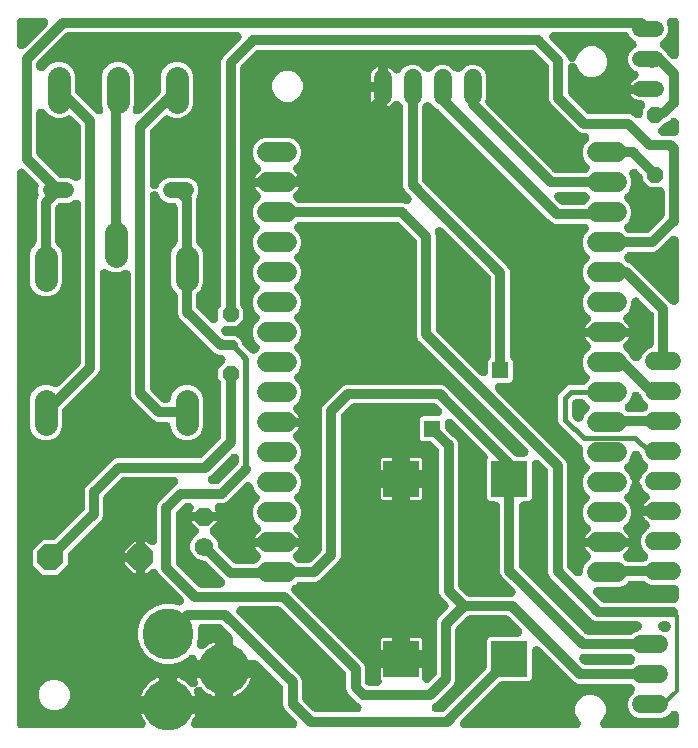
<source format=gbr>
G04 EAGLE Gerber RS-274X export*
G75*
%MOMM*%
%FSLAX34Y34*%
%LPD*%
%INBottom Copper*%
%IPPOS*%
%AMOC8*
5,1,8,0,0,1.08239X$1,22.5*%
G01*
%ADD10C,1.524000*%
%ADD11P,2.336880X8X202.500000*%
%ADD12C,1.676400*%
%ADD13R,3.032000X3.032000*%
%ADD14P,1.704548X8X112.500000*%
%ADD15C,1.574800*%
%ADD16C,1.981200*%
%ADD17C,1.320800*%
%ADD18P,1.429621X8X112.500000*%
%ADD19C,4.318000*%
%ADD20P,1.429621X8X292.500000*%
%ADD21C,0.812800*%
%ADD22C,0.406400*%
%ADD23R,1.350000X1.350000*%
%ADD24C,0.304800*%
%ADD25C,0.508000*%

G36*
X115581Y10177D02*
X115581Y10177D01*
X115809Y10187D01*
X115864Y10197D01*
X115920Y10201D01*
X116145Y10249D01*
X116370Y10290D01*
X116423Y10308D01*
X116477Y10320D01*
X116692Y10399D01*
X116910Y10472D01*
X116960Y10496D01*
X117012Y10516D01*
X117215Y10624D01*
X117420Y10726D01*
X117465Y10758D01*
X117514Y10784D01*
X117700Y10920D01*
X117888Y11050D01*
X117929Y11088D01*
X117974Y11121D01*
X118139Y11281D01*
X118307Y11436D01*
X118343Y11479D01*
X118383Y11518D01*
X118523Y11699D01*
X118668Y11877D01*
X118697Y11925D01*
X118731Y11969D01*
X118845Y12168D01*
X118964Y12364D01*
X118986Y12415D01*
X119014Y12464D01*
X119099Y12678D01*
X119189Y12888D01*
X119203Y12941D01*
X119224Y12993D01*
X119278Y13217D01*
X119338Y13438D01*
X119345Y13493D01*
X119358Y13547D01*
X119380Y13775D01*
X119409Y14003D01*
X119408Y14059D01*
X119413Y14114D01*
X119403Y14344D01*
X119400Y14573D01*
X119391Y14628D01*
X119389Y14684D01*
X119347Y14909D01*
X119311Y15136D01*
X119295Y15189D01*
X119285Y15244D01*
X119212Y15461D01*
X119145Y15681D01*
X119124Y15721D01*
X119103Y15784D01*
X118848Y16293D01*
X118811Y16347D01*
X118792Y16386D01*
X117421Y18567D01*
X116245Y21009D01*
X115631Y22766D01*
X135145Y22766D01*
X135374Y22782D01*
X135605Y22792D01*
X135659Y22802D01*
X135713Y22806D01*
X135939Y22854D01*
X136165Y22896D01*
X136217Y22913D01*
X136271Y22925D01*
X136487Y23004D01*
X136705Y23077D01*
X136754Y23102D01*
X136806Y23121D01*
X137009Y23229D01*
X137214Y23332D01*
X137260Y23363D01*
X137308Y23389D01*
X137494Y23525D01*
X137683Y23656D01*
X137724Y23693D01*
X137768Y23726D01*
X137933Y23886D01*
X138102Y24042D01*
X138137Y24085D01*
X138176Y24123D01*
X138317Y24305D01*
X138463Y24483D01*
X138491Y24530D01*
X138525Y24574D01*
X138572Y24655D01*
X138700Y24480D01*
X138831Y24291D01*
X138868Y24250D01*
X138900Y24206D01*
X139061Y24041D01*
X139217Y23872D01*
X139259Y23837D01*
X139298Y23798D01*
X139479Y23657D01*
X139658Y23511D01*
X139705Y23483D01*
X139748Y23449D01*
X139948Y23335D01*
X140145Y23216D01*
X140195Y23194D01*
X140243Y23167D01*
X140458Y23082D01*
X140669Y22991D01*
X140722Y22977D01*
X140773Y22957D01*
X140997Y22902D01*
X141219Y22842D01*
X141263Y22838D01*
X141327Y22822D01*
X141894Y22767D01*
X141959Y22770D01*
X142003Y22766D01*
X161518Y22766D01*
X160903Y21009D01*
X160440Y20048D01*
X160440Y20047D01*
X159727Y18567D01*
X158357Y16386D01*
X158249Y16184D01*
X158135Y15984D01*
X158114Y15932D01*
X158088Y15883D01*
X158010Y15669D01*
X157925Y15455D01*
X157912Y15400D01*
X157892Y15348D01*
X157845Y15124D01*
X157791Y14901D01*
X157785Y14845D01*
X157774Y14791D01*
X157758Y14563D01*
X157735Y14334D01*
X157738Y14278D01*
X157734Y14222D01*
X157750Y13994D01*
X157760Y13764D01*
X157770Y13710D01*
X157774Y13654D01*
X157822Y13429D01*
X157864Y13204D01*
X157882Y13151D01*
X157893Y13097D01*
X157972Y12881D01*
X158045Y12664D01*
X158070Y12614D01*
X158089Y12562D01*
X158198Y12360D01*
X158300Y12155D01*
X158332Y12109D01*
X158358Y12060D01*
X158494Y11875D01*
X158624Y11686D01*
X158662Y11645D01*
X158695Y11600D01*
X158855Y11436D01*
X159010Y11267D01*
X159054Y11231D01*
X159092Y11192D01*
X159273Y11052D01*
X159452Y10906D01*
X159499Y10877D01*
X159543Y10843D01*
X159743Y10730D01*
X159939Y10611D01*
X159990Y10589D01*
X160038Y10561D01*
X160252Y10476D01*
X160462Y10386D01*
X160516Y10372D01*
X160568Y10351D01*
X160791Y10297D01*
X161012Y10237D01*
X161057Y10233D01*
X161122Y10217D01*
X161689Y10162D01*
X161753Y10165D01*
X161797Y10161D01*
X243794Y10161D01*
X243909Y10169D01*
X244025Y10167D01*
X244193Y10189D01*
X244363Y10201D01*
X244475Y10225D01*
X244590Y10239D01*
X244754Y10284D01*
X244920Y10320D01*
X245028Y10359D01*
X245139Y10390D01*
X245295Y10457D01*
X245455Y10516D01*
X245557Y10570D01*
X245662Y10616D01*
X245808Y10704D01*
X245957Y10784D01*
X246050Y10852D01*
X246149Y10912D01*
X246280Y11021D01*
X246417Y11121D01*
X246500Y11201D01*
X246589Y11274D01*
X246704Y11399D01*
X246826Y11518D01*
X246896Y11609D01*
X246974Y11694D01*
X247070Y11834D01*
X247174Y11969D01*
X247231Y12069D01*
X247297Y12164D01*
X247372Y12316D01*
X247457Y12464D01*
X247499Y12571D01*
X247550Y12674D01*
X247604Y12835D01*
X247667Y12993D01*
X247694Y13106D01*
X247730Y13215D01*
X247761Y13382D01*
X247801Y13547D01*
X247812Y13662D01*
X247833Y13775D01*
X247840Y13945D01*
X247856Y14114D01*
X247851Y14229D01*
X247856Y14345D01*
X247839Y14514D01*
X247832Y14684D01*
X247810Y14797D01*
X247799Y14911D01*
X247759Y15077D01*
X247728Y15244D01*
X247691Y15353D01*
X247663Y15465D01*
X247600Y15623D01*
X247546Y15784D01*
X247495Y15887D01*
X247452Y15994D01*
X247367Y16141D01*
X247291Y16293D01*
X247226Y16388D01*
X247168Y16488D01*
X247095Y16577D01*
X246967Y16762D01*
X246742Y17006D01*
X246668Y17097D01*
X237077Y26688D01*
X235878Y29582D01*
X235878Y44162D01*
X235874Y44222D01*
X235876Y44282D01*
X235854Y44506D01*
X235838Y44730D01*
X235825Y44789D01*
X235819Y44849D01*
X235766Y45068D01*
X235719Y45287D01*
X235698Y45344D01*
X235684Y45403D01*
X235600Y45612D01*
X235523Y45823D01*
X235495Y45876D01*
X235472Y45932D01*
X235360Y46127D01*
X235254Y46325D01*
X235219Y46374D01*
X235189Y46426D01*
X235114Y46517D01*
X234918Y46785D01*
X234761Y46946D01*
X234688Y47035D01*
X215163Y66560D01*
X215117Y66600D01*
X215076Y66644D01*
X214902Y66786D01*
X214732Y66934D01*
X214682Y66967D01*
X214635Y67005D01*
X214443Y67122D01*
X214254Y67244D01*
X214199Y67269D01*
X214148Y67300D01*
X213942Y67389D01*
X213737Y67484D01*
X213680Y67501D01*
X213624Y67525D01*
X213407Y67583D01*
X213192Y67649D01*
X213132Y67658D01*
X213074Y67674D01*
X212957Y67685D01*
X212629Y67736D01*
X212404Y67739D01*
X212289Y67750D01*
X193067Y67750D01*
X193067Y86973D01*
X193062Y87033D01*
X193065Y87094D01*
X193042Y87317D01*
X193027Y87542D01*
X193014Y87601D01*
X193008Y87661D01*
X192954Y87879D01*
X192907Y88099D01*
X192887Y88155D01*
X192872Y88214D01*
X192789Y88423D01*
X192712Y88634D01*
X192683Y88687D01*
X192661Y88743D01*
X192549Y88938D01*
X192443Y89136D01*
X192407Y89185D01*
X192377Y89237D01*
X192302Y89328D01*
X192106Y89596D01*
X191950Y89757D01*
X191876Y89846D01*
X184189Y97534D01*
X184144Y97573D01*
X184103Y97618D01*
X183929Y97760D01*
X183759Y97907D01*
X183708Y97940D01*
X183662Y97978D01*
X183469Y98095D01*
X183281Y98217D01*
X183226Y98243D01*
X183174Y98274D01*
X182968Y98362D01*
X182764Y98457D01*
X182706Y98475D01*
X182651Y98498D01*
X182434Y98557D01*
X182219Y98622D01*
X182159Y98631D01*
X182101Y98647D01*
X181984Y98659D01*
X181656Y98710D01*
X181431Y98713D01*
X181316Y98724D01*
X167898Y98724D01*
X167706Y98710D01*
X167515Y98706D01*
X167423Y98690D01*
X167330Y98684D01*
X167142Y98644D01*
X166953Y98612D01*
X166863Y98584D01*
X166772Y98565D01*
X166592Y98499D01*
X166409Y98441D01*
X166325Y98401D01*
X166237Y98369D01*
X166068Y98278D01*
X165895Y98196D01*
X165817Y98144D01*
X165735Y98100D01*
X165580Y97987D01*
X165420Y97881D01*
X165350Y97819D01*
X165275Y97764D01*
X165138Y97630D01*
X164994Y97502D01*
X164934Y97431D01*
X164867Y97366D01*
X164749Y97214D01*
X164625Y97068D01*
X164575Y96989D01*
X164518Y96916D01*
X164423Y96749D01*
X164320Y96587D01*
X164282Y96502D01*
X164236Y96421D01*
X164165Y96242D01*
X164086Y96067D01*
X164060Y95978D01*
X164026Y95891D01*
X163980Y95704D01*
X163927Y95520D01*
X163913Y95428D01*
X163891Y95337D01*
X163873Y95146D01*
X163845Y94956D01*
X163845Y94863D01*
X163836Y94770D01*
X163844Y94578D01*
X163844Y94387D01*
X163856Y94315D01*
X163861Y94201D01*
X163965Y93641D01*
X163971Y93622D01*
X163973Y93609D01*
X163975Y93602D01*
X163975Y86914D01*
X162728Y82261D01*
X162713Y82185D01*
X162691Y82111D01*
X162659Y81906D01*
X162620Y81701D01*
X162616Y81624D01*
X162604Y81548D01*
X162601Y81340D01*
X162590Y81132D01*
X162597Y81055D01*
X162596Y80978D01*
X162623Y80772D01*
X162641Y80565D01*
X162659Y80490D01*
X162668Y80413D01*
X162723Y80213D01*
X162771Y80010D01*
X162799Y79938D01*
X162819Y79864D01*
X162901Y79673D01*
X162977Y79479D01*
X163014Y79411D01*
X163045Y79340D01*
X163153Y79163D01*
X163255Y78981D01*
X163302Y78920D01*
X163342Y78854D01*
X163474Y78694D01*
X163600Y78528D01*
X163655Y78474D01*
X163704Y78414D01*
X163857Y78274D01*
X164005Y78127D01*
X164067Y78081D01*
X164124Y78029D01*
X164295Y77911D01*
X164462Y77787D01*
X164530Y77750D01*
X164593Y77706D01*
X164780Y77614D01*
X164962Y77514D01*
X165035Y77487D01*
X165104Y77453D01*
X165301Y77387D01*
X165496Y77314D01*
X165571Y77297D01*
X165644Y77273D01*
X165849Y77236D01*
X166052Y77190D01*
X166129Y77184D01*
X166205Y77171D01*
X166413Y77162D01*
X166620Y77146D01*
X166697Y77151D01*
X166774Y77148D01*
X166981Y77168D01*
X167189Y77181D01*
X167264Y77197D01*
X167341Y77204D01*
X167543Y77254D01*
X167747Y77296D01*
X167819Y77322D01*
X167894Y77340D01*
X168088Y77417D01*
X168284Y77487D01*
X168352Y77523D01*
X168423Y77552D01*
X168604Y77655D01*
X168788Y77752D01*
X168851Y77797D01*
X168918Y77835D01*
X169012Y77913D01*
X169251Y78085D01*
X169376Y78205D01*
X171588Y79969D01*
X173883Y81411D01*
X176325Y82587D01*
X178082Y83202D01*
X178082Y67750D01*
X162604Y67750D01*
X162605Y67757D01*
X162614Y67812D01*
X162629Y67867D01*
X162658Y68094D01*
X162693Y68320D01*
X162694Y68376D01*
X162701Y68432D01*
X162697Y68661D01*
X162700Y68889D01*
X162693Y68945D01*
X162693Y69002D01*
X162657Y69228D01*
X162628Y69455D01*
X162613Y69509D01*
X162605Y69565D01*
X162538Y69784D01*
X162478Y70004D01*
X162456Y70056D01*
X162439Y70110D01*
X162343Y70318D01*
X162252Y70527D01*
X162223Y70575D01*
X162199Y70627D01*
X162074Y70819D01*
X161955Y71014D01*
X161919Y71057D01*
X161889Y71105D01*
X161739Y71277D01*
X161593Y71454D01*
X161552Y71492D01*
X161515Y71534D01*
X161342Y71685D01*
X161173Y71839D01*
X161127Y71871D01*
X161084Y71908D01*
X160892Y72032D01*
X160704Y72161D01*
X160653Y72187D01*
X160606Y72217D01*
X160399Y72313D01*
X160194Y72415D01*
X160140Y72433D01*
X160089Y72457D01*
X159870Y72523D01*
X159653Y72595D01*
X159598Y72605D01*
X159543Y72622D01*
X159318Y72656D01*
X159093Y72698D01*
X159036Y72700D01*
X158980Y72708D01*
X158752Y72711D01*
X158523Y72721D01*
X158467Y72715D01*
X158411Y72716D01*
X158184Y72687D01*
X157956Y72664D01*
X157901Y72650D01*
X157845Y72643D01*
X157626Y72583D01*
X157403Y72528D01*
X157350Y72507D01*
X157296Y72492D01*
X157086Y72402D01*
X156874Y72317D01*
X156825Y72289D01*
X156773Y72266D01*
X156578Y72147D01*
X156380Y72033D01*
X156344Y72004D01*
X156287Y71969D01*
X155847Y71607D01*
X155804Y71560D01*
X155771Y71532D01*
X154171Y69932D01*
X148379Y66588D01*
X141918Y64857D01*
X135230Y64857D01*
X128770Y66588D01*
X122978Y69932D01*
X118249Y74662D01*
X114905Y80454D01*
X113174Y86914D01*
X113174Y93602D01*
X114905Y100062D01*
X118249Y105854D01*
X122978Y110584D01*
X128770Y113928D01*
X135230Y115659D01*
X141918Y115659D01*
X146799Y114351D01*
X146874Y114336D01*
X146948Y114314D01*
X147154Y114282D01*
X147358Y114242D01*
X147435Y114239D01*
X147511Y114227D01*
X147719Y114224D01*
X147927Y114213D01*
X148004Y114220D01*
X148081Y114219D01*
X148287Y114245D01*
X148495Y114264D01*
X148570Y114281D01*
X148646Y114291D01*
X148847Y114346D01*
X149050Y114393D01*
X149121Y114421D01*
X149196Y114442D01*
X149387Y114524D01*
X149581Y114599D01*
X149648Y114637D01*
X149719Y114667D01*
X149896Y114776D01*
X150078Y114878D01*
X150139Y114924D01*
X150205Y114964D01*
X150366Y115096D01*
X150532Y115223D01*
X150586Y115277D01*
X150645Y115326D01*
X150786Y115479D01*
X150932Y115628D01*
X150978Y115689D01*
X151030Y115746D01*
X151148Y115918D01*
X151273Y116085D01*
X151309Y116152D01*
X151353Y116216D01*
X151446Y116402D01*
X151545Y116585D01*
X151572Y116657D01*
X151607Y116726D01*
X151672Y116924D01*
X151746Y117119D01*
X151762Y117194D01*
X151786Y117266D01*
X151824Y117472D01*
X151869Y117675D01*
X151875Y117751D01*
X151889Y117827D01*
X151897Y118035D01*
X151914Y118243D01*
X151909Y118320D01*
X151912Y118396D01*
X151891Y118604D01*
X151878Y118811D01*
X151863Y118887D01*
X151855Y118963D01*
X151806Y119166D01*
X151764Y119370D01*
X151738Y119442D01*
X151720Y119517D01*
X151642Y119710D01*
X151572Y119906D01*
X151537Y119974D01*
X151508Y120046D01*
X151404Y120226D01*
X151308Y120411D01*
X151263Y120473D01*
X151225Y120540D01*
X151147Y120634D01*
X150975Y120873D01*
X150800Y121056D01*
X150724Y121149D01*
X133050Y138823D01*
X133049Y138823D01*
X130263Y141610D01*
X129713Y142938D01*
X129636Y143092D01*
X129567Y143251D01*
X129509Y143347D01*
X129458Y143447D01*
X129360Y143590D01*
X129270Y143737D01*
X129199Y143824D01*
X129135Y143917D01*
X129018Y144044D01*
X128909Y144177D01*
X128826Y144253D01*
X128749Y144336D01*
X128616Y144446D01*
X128489Y144562D01*
X128396Y144626D01*
X128309Y144697D01*
X128162Y144787D01*
X128019Y144885D01*
X127918Y144935D01*
X127822Y144994D01*
X127663Y145062D01*
X127509Y145139D01*
X127402Y145174D01*
X127299Y145219D01*
X127132Y145264D01*
X126968Y145319D01*
X126858Y145339D01*
X126749Y145368D01*
X126578Y145390D01*
X126408Y145421D01*
X126295Y145426D01*
X126184Y145440D01*
X126011Y145437D01*
X125838Y145444D01*
X125726Y145433D01*
X125614Y145431D01*
X125443Y145405D01*
X125271Y145387D01*
X125162Y145361D01*
X125051Y145343D01*
X124886Y145293D01*
X124718Y145252D01*
X124613Y145210D01*
X124506Y145177D01*
X124349Y145104D01*
X124189Y145040D01*
X124092Y144984D01*
X123989Y144937D01*
X123844Y144842D01*
X123695Y144757D01*
X123629Y144702D01*
X123512Y144626D01*
X123095Y144264D01*
X123086Y144256D01*
X123082Y144252D01*
X120424Y141594D01*
X118964Y141594D01*
X118964Y154929D01*
X118963Y154930D01*
X118964Y154930D01*
X118964Y168266D01*
X120424Y168266D01*
X122128Y166562D01*
X122214Y166486D01*
X122295Y166404D01*
X122430Y166300D01*
X122558Y166188D01*
X122655Y166125D01*
X122746Y166055D01*
X122893Y165971D01*
X123036Y165878D01*
X123140Y165830D01*
X123241Y165773D01*
X123399Y165710D01*
X123553Y165638D01*
X123663Y165605D01*
X123770Y165563D01*
X123936Y165522D01*
X124098Y165473D01*
X124212Y165456D01*
X124324Y165428D01*
X124493Y165412D01*
X124661Y165386D01*
X124776Y165384D01*
X124891Y165373D01*
X125061Y165381D01*
X125231Y165378D01*
X125345Y165393D01*
X125460Y165398D01*
X125628Y165429D01*
X125796Y165450D01*
X125907Y165481D01*
X126021Y165502D01*
X126182Y165556D01*
X126346Y165601D01*
X126451Y165646D01*
X126561Y165683D01*
X126713Y165759D01*
X126869Y165827D01*
X126967Y165887D01*
X127070Y165938D01*
X127210Y166035D01*
X127355Y166123D01*
X127444Y166197D01*
X127539Y166262D01*
X127664Y166377D01*
X127795Y166485D01*
X127873Y166570D01*
X127958Y166648D01*
X128066Y166780D01*
X128180Y166905D01*
X128246Y167000D01*
X128319Y167089D01*
X128407Y167235D01*
X128503Y167375D01*
X128554Y167478D01*
X128614Y167577D01*
X128681Y167733D01*
X128757Y167885D01*
X128793Y167995D01*
X128839Y168100D01*
X128883Y168264D01*
X128937Y168426D01*
X128957Y168539D01*
X128988Y168650D01*
X128999Y168765D01*
X129039Y168986D01*
X129053Y169318D01*
X129064Y169435D01*
X129064Y197937D01*
X130263Y200832D01*
X145259Y215827D01*
X145410Y215931D01*
X145452Y215971D01*
X145499Y216005D01*
X145662Y216163D01*
X145829Y216317D01*
X145866Y216362D01*
X145907Y216402D01*
X146046Y216582D01*
X146190Y216757D01*
X146221Y216807D01*
X146256Y216853D01*
X146368Y217050D01*
X146487Y217244D01*
X146509Y217297D01*
X146538Y217348D01*
X146622Y217559D01*
X146712Y217768D01*
X146727Y217823D01*
X146748Y217877D01*
X146802Y218099D01*
X146862Y218317D01*
X146869Y218375D01*
X146882Y218431D01*
X146905Y218658D01*
X146933Y218883D01*
X146932Y218940D01*
X146938Y218998D01*
X146928Y219226D01*
X146925Y219452D01*
X146916Y219509D01*
X146913Y219567D01*
X146872Y219791D01*
X146837Y220015D01*
X146820Y220071D01*
X146809Y220128D01*
X146737Y220343D01*
X146671Y220560D01*
X146646Y220613D01*
X146628Y220668D01*
X146526Y220871D01*
X146430Y221077D01*
X146399Y221125D01*
X146373Y221177D01*
X146244Y221364D01*
X146120Y221555D01*
X146082Y221598D01*
X146049Y221646D01*
X145895Y221813D01*
X145746Y221984D01*
X145702Y222022D01*
X145663Y222065D01*
X145487Y222209D01*
X145315Y222358D01*
X145266Y222389D01*
X145222Y222426D01*
X145027Y222544D01*
X144836Y222667D01*
X144784Y222691D01*
X144734Y222721D01*
X144526Y222811D01*
X144319Y222906D01*
X144264Y222923D01*
X144211Y222946D01*
X143992Y223005D01*
X143774Y223071D01*
X143717Y223079D01*
X143661Y223095D01*
X143545Y223106D01*
X143211Y223157D01*
X142990Y223160D01*
X142876Y223171D01*
X101412Y223171D01*
X101352Y223167D01*
X101292Y223169D01*
X101068Y223147D01*
X100844Y223131D01*
X100785Y223119D01*
X100725Y223113D01*
X100506Y223059D01*
X100287Y223012D01*
X100230Y222991D01*
X100171Y222977D01*
X99963Y222893D01*
X99752Y222816D01*
X99698Y222788D01*
X99642Y222765D01*
X99447Y222654D01*
X99249Y222547D01*
X99201Y222512D01*
X99148Y222482D01*
X99057Y222407D01*
X98789Y222211D01*
X98628Y222054D01*
X98539Y221981D01*
X84842Y208283D01*
X84802Y208238D01*
X84758Y208197D01*
X84615Y208023D01*
X84468Y207853D01*
X84435Y207803D01*
X84397Y207756D01*
X84280Y207564D01*
X84158Y207375D01*
X84133Y207320D01*
X84101Y207269D01*
X84013Y207062D01*
X83918Y206858D01*
X83901Y206800D01*
X83877Y206745D01*
X83818Y206528D01*
X83753Y206313D01*
X83744Y206253D01*
X83728Y206195D01*
X83717Y206078D01*
X83666Y205750D01*
X83663Y205525D01*
X83652Y205410D01*
X83652Y190440D01*
X82453Y187546D01*
X79666Y184759D01*
X54496Y159589D01*
X54456Y159543D01*
X54412Y159503D01*
X54270Y159329D01*
X54122Y159159D01*
X54090Y159108D01*
X54051Y159062D01*
X53935Y158869D01*
X53812Y158681D01*
X53787Y158626D01*
X53756Y158574D01*
X53667Y158368D01*
X53573Y158164D01*
X53555Y158106D01*
X53531Y158051D01*
X53473Y157834D01*
X53407Y157619D01*
X53398Y157559D01*
X53382Y157501D01*
X53371Y157384D01*
X53320Y157056D01*
X53317Y156831D01*
X53306Y156716D01*
X53306Y148880D01*
X44750Y140324D01*
X32650Y140324D01*
X24094Y148880D01*
X24094Y160980D01*
X32650Y169536D01*
X40486Y169536D01*
X40546Y169540D01*
X40607Y169537D01*
X40830Y169560D01*
X41055Y169575D01*
X41114Y169588D01*
X41174Y169594D01*
X41392Y169648D01*
X41612Y169695D01*
X41668Y169715D01*
X41727Y169730D01*
X41936Y169813D01*
X42147Y169890D01*
X42200Y169919D01*
X42256Y169941D01*
X42451Y170053D01*
X42649Y170159D01*
X42698Y170195D01*
X42750Y170225D01*
X42841Y170300D01*
X43109Y170496D01*
X43270Y170652D01*
X43359Y170726D01*
X66712Y194078D01*
X66752Y194124D01*
X66796Y194165D01*
X66938Y194339D01*
X67086Y194508D01*
X67118Y194559D01*
X67157Y194606D01*
X67273Y194798D01*
X67395Y194987D01*
X67421Y195041D01*
X67452Y195093D01*
X67541Y195300D01*
X67635Y195503D01*
X67653Y195561D01*
X67677Y195617D01*
X67735Y195833D01*
X67801Y196049D01*
X67810Y196108D01*
X67826Y196167D01*
X67837Y196284D01*
X67888Y196612D01*
X67891Y196837D01*
X67902Y196951D01*
X67902Y211922D01*
X69101Y214816D01*
X92007Y237722D01*
X94901Y238921D01*
X164692Y238921D01*
X164752Y238925D01*
X164812Y238922D01*
X165036Y238945D01*
X165260Y238961D01*
X165319Y238973D01*
X165379Y238979D01*
X165598Y239033D01*
X165817Y239080D01*
X165874Y239100D01*
X165933Y239115D01*
X166141Y239198D01*
X166352Y239275D01*
X166406Y239304D01*
X166462Y239326D01*
X166657Y239438D01*
X166855Y239544D01*
X166904Y239580D01*
X166956Y239610D01*
X167047Y239685D01*
X167315Y239881D01*
X167476Y240037D01*
X167565Y240111D01*
X182377Y254923D01*
X182417Y254968D01*
X182461Y255009D01*
X182603Y255183D01*
X182751Y255353D01*
X182784Y255404D01*
X182822Y255450D01*
X182938Y255643D01*
X183061Y255831D01*
X183086Y255886D01*
X183117Y255938D01*
X183206Y256144D01*
X183300Y256348D01*
X183318Y256406D01*
X183342Y256461D01*
X183400Y256678D01*
X183466Y256893D01*
X183475Y256953D01*
X183491Y257011D01*
X183502Y257128D01*
X183553Y257456D01*
X183556Y257681D01*
X183567Y257796D01*
X183567Y301910D01*
X183563Y301971D01*
X183565Y302031D01*
X183543Y302254D01*
X183527Y302479D01*
X183515Y302538D01*
X183509Y302598D01*
X183455Y302816D01*
X183408Y303036D01*
X183387Y303093D01*
X183373Y303151D01*
X183290Y303360D01*
X183212Y303571D01*
X183184Y303624D01*
X183161Y303680D01*
X183050Y303875D01*
X182944Y304073D01*
X182908Y304122D01*
X182878Y304175D01*
X182803Y304266D01*
X182607Y304533D01*
X182450Y304694D01*
X182377Y304784D01*
X181027Y306133D01*
X181027Y314761D01*
X185889Y319623D01*
X185965Y319710D01*
X186047Y319790D01*
X186151Y319925D01*
X186263Y320053D01*
X186325Y320150D01*
X186396Y320241D01*
X186480Y320389D01*
X186572Y320531D01*
X186621Y320636D01*
X186678Y320736D01*
X186741Y320894D01*
X186812Y321048D01*
X186846Y321158D01*
X186888Y321266D01*
X186928Y321431D01*
X186978Y321594D01*
X186995Y321707D01*
X187022Y321819D01*
X187039Y321989D01*
X187065Y322157D01*
X187066Y322272D01*
X187078Y322387D01*
X187070Y322557D01*
X187073Y322726D01*
X187058Y322841D01*
X187053Y322956D01*
X187022Y323123D01*
X187001Y323292D01*
X186970Y323403D01*
X186949Y323516D01*
X186895Y323677D01*
X186850Y323841D01*
X186804Y323947D01*
X186768Y324056D01*
X186692Y324208D01*
X186624Y324364D01*
X186564Y324463D01*
X186513Y324566D01*
X186416Y324706D01*
X186327Y324851D01*
X186254Y324940D01*
X186189Y325034D01*
X186074Y325159D01*
X185966Y325291D01*
X185881Y325369D01*
X185803Y325453D01*
X185671Y325561D01*
X185546Y325676D01*
X185451Y325741D01*
X185361Y325814D01*
X185216Y325902D01*
X185076Y325999D01*
X184973Y326050D01*
X184874Y326110D01*
X184718Y326176D01*
X184566Y326252D01*
X184456Y326289D01*
X184351Y326334D01*
X184187Y326378D01*
X184025Y326432D01*
X183912Y326453D01*
X183801Y326483D01*
X183686Y326494D01*
X183465Y326535D01*
X183133Y326548D01*
X183016Y326559D01*
X181318Y326559D01*
X178424Y327758D01*
X147604Y358579D01*
X146405Y361473D01*
X146405Y376494D01*
X146401Y376554D01*
X146403Y376615D01*
X146381Y376838D01*
X146365Y377062D01*
X146352Y377122D01*
X146346Y377182D01*
X146293Y377400D01*
X146246Y377620D01*
X146225Y377676D01*
X146211Y377735D01*
X146127Y377944D01*
X146050Y378155D01*
X146021Y378208D01*
X145999Y378264D01*
X145887Y378459D01*
X145781Y378657D01*
X145746Y378706D01*
X145715Y378758D01*
X145641Y378849D01*
X145445Y379117D01*
X145288Y379278D01*
X145215Y379367D01*
X142651Y381931D01*
X141156Y385539D01*
X141156Y385540D01*
X140563Y386972D01*
X140563Y412241D01*
X142651Y417283D01*
X145215Y419846D01*
X145254Y419892D01*
X145299Y419933D01*
X145441Y420107D01*
X145588Y420277D01*
X145621Y420327D01*
X145659Y420374D01*
X145776Y420566D01*
X145898Y420755D01*
X145924Y420810D01*
X145955Y420861D01*
X146043Y421067D01*
X146138Y421272D01*
X146156Y421329D01*
X146179Y421385D01*
X146238Y421602D01*
X146303Y421817D01*
X146312Y421877D01*
X146328Y421935D01*
X146340Y422052D01*
X146391Y422380D01*
X146394Y422605D01*
X146405Y422720D01*
X146405Y451318D01*
X146389Y451547D01*
X146379Y451777D01*
X146369Y451831D01*
X146365Y451886D01*
X146317Y452111D01*
X146275Y452338D01*
X146257Y452390D01*
X146246Y452443D01*
X146167Y452660D01*
X146093Y452878D01*
X146069Y452927D01*
X146050Y452979D01*
X145942Y453181D01*
X145838Y453387D01*
X145807Y453433D01*
X145781Y453481D01*
X145645Y453666D01*
X145514Y453856D01*
X145477Y453897D01*
X145445Y453941D01*
X145284Y454106D01*
X145128Y454275D01*
X145086Y454310D01*
X145047Y454349D01*
X144865Y454490D01*
X144687Y454636D01*
X144640Y454664D01*
X144597Y454698D01*
X144397Y454812D01*
X144200Y454931D01*
X144150Y454953D01*
X144102Y454980D01*
X143887Y455065D01*
X143676Y455156D01*
X143623Y455170D01*
X143572Y455190D01*
X143348Y455245D01*
X143126Y455305D01*
X143082Y455309D01*
X143018Y455324D01*
X142451Y455380D01*
X142386Y455377D01*
X142342Y455381D01*
X138418Y455381D01*
X134591Y456967D01*
X131661Y459896D01*
X130590Y462481D01*
X130565Y462532D01*
X130545Y462586D01*
X130438Y462787D01*
X130336Y462990D01*
X130303Y463038D01*
X130276Y463089D01*
X130142Y463272D01*
X130013Y463460D01*
X129974Y463502D01*
X129940Y463549D01*
X129781Y463712D01*
X129627Y463879D01*
X129583Y463916D01*
X129542Y463957D01*
X129362Y464096D01*
X129187Y464240D01*
X129137Y464270D01*
X129092Y464306D01*
X128894Y464418D01*
X128700Y464537D01*
X128647Y464559D01*
X128597Y464588D01*
X128385Y464672D01*
X128176Y464762D01*
X128121Y464777D01*
X128067Y464798D01*
X127846Y464852D01*
X127627Y464911D01*
X127569Y464919D01*
X127513Y464932D01*
X127287Y464954D01*
X127061Y464983D01*
X127004Y464982D01*
X126946Y464988D01*
X126719Y464978D01*
X126492Y464974D01*
X126435Y464965D01*
X126377Y464963D01*
X126154Y464921D01*
X125929Y464886D01*
X125873Y464869D01*
X125817Y464859D01*
X125602Y464787D01*
X125383Y464720D01*
X125331Y464696D01*
X125277Y464678D01*
X125073Y464576D01*
X124867Y464480D01*
X124819Y464448D01*
X124767Y464423D01*
X124580Y464293D01*
X124389Y464169D01*
X124346Y464132D01*
X124298Y464099D01*
X124131Y463944D01*
X123960Y463795D01*
X123922Y463751D01*
X123879Y463712D01*
X123735Y463536D01*
X123586Y463364D01*
X123555Y463316D01*
X123519Y463271D01*
X123401Y463077D01*
X123277Y462886D01*
X123253Y462834D01*
X123223Y462784D01*
X123133Y462575D01*
X123038Y462369D01*
X123021Y462314D01*
X122999Y462260D01*
X122939Y462041D01*
X122874Y461823D01*
X122865Y461766D01*
X122850Y461710D01*
X122838Y461594D01*
X122787Y461260D01*
X122784Y461040D01*
X122773Y460926D01*
X122773Y298709D01*
X122777Y298648D01*
X122775Y298588D01*
X122797Y298365D01*
X122813Y298140D01*
X122826Y298081D01*
X122832Y298021D01*
X122885Y297803D01*
X122932Y297583D01*
X122953Y297526D01*
X122967Y297468D01*
X123051Y297259D01*
X123128Y297048D01*
X123157Y296995D01*
X123179Y296939D01*
X123291Y296744D01*
X123397Y296546D01*
X123432Y296497D01*
X123463Y296444D01*
X123537Y296353D01*
X123733Y296086D01*
X123890Y295925D01*
X123963Y295835D01*
X133047Y286752D01*
X133093Y286712D01*
X133134Y286668D01*
X133308Y286525D01*
X133477Y286378D01*
X133528Y286345D01*
X133575Y286307D01*
X133767Y286190D01*
X133956Y286068D01*
X134010Y286043D01*
X134062Y286011D01*
X134268Y285923D01*
X134472Y285828D01*
X134530Y285811D01*
X134586Y285787D01*
X134802Y285728D01*
X135018Y285663D01*
X135077Y285654D01*
X135136Y285638D01*
X135253Y285627D01*
X135581Y285576D01*
X135806Y285573D01*
X135920Y285562D01*
X136500Y285562D01*
X136729Y285578D01*
X136959Y285588D01*
X137013Y285598D01*
X137068Y285601D01*
X137293Y285650D01*
X137519Y285692D01*
X137571Y285709D01*
X137625Y285721D01*
X137841Y285800D01*
X138059Y285873D01*
X138109Y285897D01*
X138160Y285916D01*
X138363Y286025D01*
X138569Y286128D01*
X138614Y286159D01*
X138663Y286185D01*
X138848Y286321D01*
X139038Y286452D01*
X139078Y286489D01*
X139122Y286522D01*
X139287Y286682D01*
X139457Y286838D01*
X139491Y286881D01*
X139531Y286919D01*
X139671Y287101D01*
X139817Y287279D01*
X139846Y287326D01*
X139879Y287370D01*
X139993Y287570D01*
X140113Y287766D01*
X140134Y287817D01*
X140162Y287865D01*
X140247Y288079D01*
X140337Y288290D01*
X140352Y288343D01*
X140372Y288394D01*
X140426Y288619D01*
X140486Y288840D01*
X140491Y288884D01*
X140506Y288948D01*
X140561Y289515D01*
X140558Y289581D01*
X140563Y289625D01*
X140563Y290321D01*
X142651Y295363D01*
X146510Y299221D01*
X151551Y301310D01*
X157008Y301310D01*
X162049Y299221D01*
X165908Y295363D01*
X167996Y290321D01*
X167996Y265052D01*
X165908Y260011D01*
X162049Y256152D01*
X157008Y254064D01*
X151551Y254064D01*
X146510Y256152D01*
X142651Y260011D01*
X140563Y265052D01*
X140563Y265749D01*
X140547Y265978D01*
X140537Y266208D01*
X140527Y266262D01*
X140523Y266317D01*
X140475Y266542D01*
X140433Y266769D01*
X140415Y266821D01*
X140404Y266874D01*
X140325Y267091D01*
X140251Y267309D01*
X140227Y267358D01*
X140208Y267410D01*
X140099Y267613D01*
X139996Y267818D01*
X139965Y267864D01*
X139939Y267912D01*
X139803Y268097D01*
X139672Y268287D01*
X139635Y268328D01*
X139603Y268372D01*
X139442Y268537D01*
X139286Y268706D01*
X139244Y268741D01*
X139205Y268780D01*
X139023Y268921D01*
X138845Y269067D01*
X138798Y269095D01*
X138755Y269129D01*
X138555Y269243D01*
X138358Y269362D01*
X138308Y269384D01*
X138260Y269411D01*
X138045Y269496D01*
X137834Y269587D01*
X137781Y269601D01*
X137730Y269621D01*
X137506Y269676D01*
X137284Y269736D01*
X137240Y269740D01*
X137176Y269755D01*
X136609Y269811D01*
X136544Y269808D01*
X136500Y269812D01*
X129409Y269812D01*
X126515Y271011D01*
X108223Y289303D01*
X107024Y292197D01*
X107024Y394243D01*
X107012Y394416D01*
X107009Y394588D01*
X106992Y394699D01*
X106984Y394812D01*
X106948Y394981D01*
X106921Y395151D01*
X106888Y395259D01*
X106865Y395369D01*
X106805Y395531D01*
X106755Y395696D01*
X106708Y395798D01*
X106669Y395904D01*
X106587Y396056D01*
X106515Y396213D01*
X106453Y396307D01*
X106400Y396406D01*
X106298Y396546D01*
X106204Y396691D01*
X106130Y396776D01*
X106064Y396866D01*
X105943Y396990D01*
X105830Y397120D01*
X105745Y397194D01*
X105666Y397275D01*
X105530Y397380D01*
X105399Y397493D01*
X105305Y397554D01*
X105216Y397623D01*
X105066Y397709D01*
X104921Y397803D01*
X104819Y397850D01*
X104721Y397906D01*
X104560Y397969D01*
X104403Y398042D01*
X104296Y398074D01*
X104191Y398116D01*
X104023Y398156D01*
X103858Y398206D01*
X103747Y398223D01*
X103637Y398250D01*
X103465Y398267D01*
X103295Y398293D01*
X103182Y398294D01*
X103070Y398305D01*
X102897Y398298D01*
X102725Y398300D01*
X102614Y398285D01*
X102501Y398280D01*
X102331Y398249D01*
X102160Y398227D01*
X102078Y398202D01*
X101941Y398176D01*
X101418Y398001D01*
X101406Y397997D01*
X101401Y397995D01*
X101400Y397995D01*
X97318Y396304D01*
X91861Y396304D01*
X86094Y398693D01*
X85930Y398748D01*
X85769Y398812D01*
X85660Y398838D01*
X85553Y398874D01*
X85383Y398905D01*
X85215Y398946D01*
X85103Y398957D01*
X84993Y398977D01*
X84821Y398984D01*
X84648Y399001D01*
X84536Y398996D01*
X84424Y399001D01*
X84252Y398984D01*
X84079Y398976D01*
X83969Y398956D01*
X83857Y398945D01*
X83689Y398904D01*
X83519Y398872D01*
X83412Y398837D01*
X83303Y398810D01*
X83143Y398746D01*
X82979Y398691D01*
X82878Y398641D01*
X82774Y398599D01*
X82624Y398513D01*
X82469Y398436D01*
X82377Y398372D01*
X82279Y398316D01*
X82143Y398210D01*
X82000Y398112D01*
X81918Y398036D01*
X81829Y397967D01*
X81708Y397843D01*
X81582Y397726D01*
X81510Y397639D01*
X81432Y397558D01*
X81330Y397419D01*
X81221Y397285D01*
X81162Y397188D01*
X81096Y397098D01*
X81015Y396945D01*
X80925Y396798D01*
X80881Y396694D01*
X80828Y396595D01*
X80769Y396433D01*
X80701Y396274D01*
X80671Y396165D01*
X80633Y396060D01*
X80597Y395890D01*
X80552Y395724D01*
X80544Y395639D01*
X80515Y395502D01*
X80477Y394952D01*
X80475Y394939D01*
X80475Y313822D01*
X79277Y310927D01*
X76490Y308141D01*
X49806Y281457D01*
X49767Y281412D01*
X49722Y281371D01*
X49580Y281197D01*
X49433Y281027D01*
X49400Y280976D01*
X49362Y280930D01*
X49245Y280737D01*
X49123Y280549D01*
X49097Y280494D01*
X49066Y280442D01*
X48978Y280236D01*
X48883Y280032D01*
X48865Y279974D01*
X48842Y279919D01*
X48783Y279702D01*
X48718Y279487D01*
X48709Y279427D01*
X48693Y279369D01*
X48681Y279252D01*
X48630Y278924D01*
X48627Y278699D01*
X48616Y278584D01*
X48616Y265052D01*
X46528Y260011D01*
X42669Y256152D01*
X37628Y254064D01*
X32171Y254064D01*
X27130Y256152D01*
X23271Y260011D01*
X21183Y265052D01*
X21183Y290321D01*
X23271Y295363D01*
X27130Y299221D01*
X32171Y301310D01*
X37628Y301310D01*
X42019Y299491D01*
X42022Y299490D01*
X42024Y299488D01*
X42300Y299397D01*
X42560Y299310D01*
X42563Y299309D01*
X42565Y299309D01*
X42847Y299257D01*
X43120Y299207D01*
X43123Y299207D01*
X43126Y299206D01*
X43416Y299194D01*
X43689Y299183D01*
X43692Y299183D01*
X43695Y299183D01*
X43969Y299211D01*
X44256Y299239D01*
X44259Y299240D01*
X44262Y299240D01*
X44531Y299306D01*
X44810Y299374D01*
X44813Y299375D01*
X44815Y299375D01*
X45087Y299484D01*
X45339Y299585D01*
X45342Y299586D01*
X45344Y299587D01*
X45592Y299729D01*
X45834Y299868D01*
X45836Y299869D01*
X45839Y299871D01*
X45849Y299879D01*
X46284Y300217D01*
X46381Y300317D01*
X46447Y300371D01*
X63536Y317460D01*
X63575Y317505D01*
X63620Y317546D01*
X63762Y317720D01*
X63910Y317890D01*
X63942Y317941D01*
X63981Y317987D01*
X64097Y318180D01*
X64219Y318368D01*
X64245Y318423D01*
X64276Y318474D01*
X64365Y318681D01*
X64459Y318885D01*
X64477Y318943D01*
X64500Y318998D01*
X64559Y319215D01*
X64624Y319430D01*
X64634Y319490D01*
X64649Y319548D01*
X64661Y319665D01*
X64712Y319993D01*
X64715Y320218D01*
X64726Y320333D01*
X64726Y453886D01*
X64718Y454001D01*
X64719Y454116D01*
X64698Y454284D01*
X64686Y454454D01*
X64662Y454567D01*
X64647Y454681D01*
X64602Y454845D01*
X64567Y455011D01*
X64527Y455119D01*
X64497Y455231D01*
X64430Y455386D01*
X64371Y455546D01*
X64317Y455648D01*
X64271Y455754D01*
X64183Y455899D01*
X64102Y456049D01*
X64034Y456142D01*
X63974Y456240D01*
X63866Y456371D01*
X63766Y456508D01*
X63686Y456591D01*
X63612Y456680D01*
X63487Y456795D01*
X63369Y456917D01*
X63277Y456987D01*
X63192Y457065D01*
X63052Y457162D01*
X62918Y457265D01*
X62818Y457323D01*
X62723Y457388D01*
X62571Y457463D01*
X62423Y457548D01*
X62316Y457590D01*
X62212Y457642D01*
X62052Y457695D01*
X61893Y457758D01*
X61781Y457785D01*
X61672Y457821D01*
X61505Y457852D01*
X61339Y457892D01*
X61225Y457903D01*
X61111Y457924D01*
X60942Y457931D01*
X60772Y457947D01*
X60657Y457942D01*
X60542Y457947D01*
X60373Y457930D01*
X60203Y457923D01*
X60090Y457902D01*
X59975Y457890D01*
X59810Y457850D01*
X59643Y457819D01*
X59534Y457782D01*
X59422Y457755D01*
X59264Y457692D01*
X59103Y457637D01*
X58999Y457586D01*
X58893Y457543D01*
X58745Y457458D01*
X58593Y457382D01*
X58498Y457317D01*
X58398Y457259D01*
X58309Y457186D01*
X58124Y457058D01*
X58047Y456987D01*
X54170Y455381D01*
X47899Y455381D01*
X47839Y455377D01*
X47778Y455379D01*
X47555Y455357D01*
X47331Y455341D01*
X47271Y455329D01*
X47211Y455323D01*
X46993Y455269D01*
X46773Y455222D01*
X46717Y455201D01*
X46658Y455187D01*
X46449Y455103D01*
X46238Y455026D01*
X46185Y454998D01*
X46129Y454975D01*
X45934Y454864D01*
X45736Y454757D01*
X45687Y454722D01*
X45635Y454692D01*
X45544Y454617D01*
X45276Y454421D01*
X45115Y454264D01*
X45026Y454191D01*
X43964Y453130D01*
X43925Y453084D01*
X43880Y453043D01*
X43738Y452869D01*
X43591Y452699D01*
X43558Y452649D01*
X43520Y452602D01*
X43403Y452410D01*
X43281Y452221D01*
X43255Y452166D01*
X43224Y452115D01*
X43136Y451908D01*
X43041Y451704D01*
X43023Y451647D01*
X43000Y451591D01*
X42941Y451374D01*
X42876Y451159D01*
X42867Y451099D01*
X42851Y451041D01*
X42839Y450924D01*
X42788Y450596D01*
X42785Y450371D01*
X42774Y450256D01*
X42774Y422720D01*
X42778Y422659D01*
X42776Y422599D01*
X42798Y422376D01*
X42814Y422151D01*
X42827Y422092D01*
X42833Y422032D01*
X42886Y421814D01*
X42933Y421594D01*
X42954Y421537D01*
X42968Y421479D01*
X43052Y421270D01*
X43129Y421059D01*
X43158Y421006D01*
X43180Y420950D01*
X43292Y420755D01*
X43398Y420556D01*
X43433Y420508D01*
X43464Y420455D01*
X43538Y420364D01*
X43734Y420097D01*
X43891Y419935D01*
X43964Y419846D01*
X46528Y417283D01*
X47504Y414926D01*
X48616Y412241D01*
X48616Y386972D01*
X46528Y381931D01*
X42669Y378072D01*
X37628Y375984D01*
X32171Y375984D01*
X27130Y378072D01*
X23271Y381931D01*
X21776Y385539D01*
X21776Y385540D01*
X21183Y386972D01*
X21183Y412241D01*
X23271Y417283D01*
X25835Y419846D01*
X25874Y419892D01*
X25919Y419933D01*
X26061Y420107D01*
X26208Y420277D01*
X26241Y420327D01*
X26279Y420374D01*
X26396Y420566D01*
X26518Y420755D01*
X26544Y420810D01*
X26575Y420861D01*
X26663Y421067D01*
X26758Y421272D01*
X26776Y421329D01*
X26799Y421385D01*
X26858Y421602D01*
X26923Y421817D01*
X26932Y421877D01*
X26948Y421935D01*
X26960Y422052D01*
X27011Y422380D01*
X27014Y422605D01*
X27025Y422720D01*
X27025Y456768D01*
X28504Y460340D01*
X28594Y460532D01*
X28595Y460536D01*
X28597Y460540D01*
X28675Y460801D01*
X28759Y461077D01*
X28760Y461082D01*
X28761Y461086D01*
X28803Y461359D01*
X28847Y461640D01*
X28847Y461645D01*
X28848Y461649D01*
X28851Y461927D01*
X28855Y462210D01*
X28855Y462214D01*
X28855Y462219D01*
X28819Y462498D01*
X28784Y462775D01*
X28783Y462779D01*
X28782Y462784D01*
X28776Y462804D01*
X28634Y463325D01*
X28578Y463455D01*
X28552Y463538D01*
X28475Y463724D01*
X28475Y467867D01*
X28552Y468054D01*
X28553Y468056D01*
X28555Y468059D01*
X28643Y468323D01*
X28733Y468594D01*
X28734Y468597D01*
X28734Y468599D01*
X28782Y468858D01*
X28836Y469154D01*
X28836Y469157D01*
X28837Y469160D01*
X28848Y469430D01*
X28860Y469724D01*
X28860Y469726D01*
X28860Y469729D01*
X28832Y470003D01*
X28804Y470291D01*
X28803Y470293D01*
X28803Y470296D01*
X28737Y470568D01*
X28669Y470844D01*
X28668Y470847D01*
X28668Y470849D01*
X28561Y471116D01*
X28458Y471374D01*
X28457Y471376D01*
X28456Y471379D01*
X28313Y471628D01*
X28175Y471868D01*
X28174Y471870D01*
X28172Y471873D01*
X28164Y471883D01*
X27826Y472318D01*
X27726Y472416D01*
X27672Y472482D01*
X17097Y483056D01*
X17010Y483132D01*
X16930Y483214D01*
X16795Y483318D01*
X16667Y483430D01*
X16570Y483493D01*
X16479Y483563D01*
X16332Y483647D01*
X16189Y483740D01*
X16084Y483788D01*
X15984Y483845D01*
X15826Y483908D01*
X15672Y483980D01*
X15562Y484013D01*
X15455Y484056D01*
X15289Y484096D01*
X15127Y484145D01*
X15013Y484162D01*
X14901Y484190D01*
X14731Y484206D01*
X14564Y484232D01*
X14449Y484234D01*
X14334Y484245D01*
X14164Y484238D01*
X13994Y484240D01*
X13880Y484225D01*
X13764Y484220D01*
X13597Y484189D01*
X13429Y484168D01*
X13317Y484137D01*
X13204Y484116D01*
X13043Y484062D01*
X12879Y484017D01*
X12773Y483972D01*
X12664Y483935D01*
X12512Y483859D01*
X12356Y483791D01*
X12258Y483731D01*
X12155Y483680D01*
X12015Y483583D01*
X11870Y483495D01*
X11781Y483421D01*
X11686Y483356D01*
X11561Y483241D01*
X11429Y483133D01*
X11352Y483048D01*
X11267Y482970D01*
X11159Y482838D01*
X11044Y482713D01*
X10979Y482618D01*
X10906Y482529D01*
X10818Y482383D01*
X10722Y482243D01*
X10670Y482140D01*
X10611Y482041D01*
X10544Y481885D01*
X10468Y481733D01*
X10432Y481624D01*
X10386Y481518D01*
X10342Y481354D01*
X10288Y481192D01*
X10267Y481079D01*
X10237Y480968D01*
X10226Y480853D01*
X10186Y480632D01*
X10172Y480300D01*
X10161Y480183D01*
X10161Y14224D01*
X10177Y13994D01*
X10187Y13764D01*
X10197Y13710D01*
X10201Y13656D01*
X10249Y13430D01*
X10291Y13204D01*
X10308Y13152D01*
X10320Y13098D01*
X10399Y12882D01*
X10472Y12664D01*
X10497Y12615D01*
X10516Y12563D01*
X10624Y12360D01*
X10727Y12155D01*
X10758Y12109D01*
X10784Y12061D01*
X10920Y11875D01*
X11051Y11686D01*
X11088Y11645D01*
X11121Y11601D01*
X11281Y11436D01*
X11437Y11267D01*
X11480Y11232D01*
X11518Y11193D01*
X11700Y11052D01*
X11878Y10906D01*
X11926Y10878D01*
X11969Y10844D01*
X12169Y10730D01*
X12366Y10611D01*
X12416Y10589D01*
X12464Y10562D01*
X12678Y10477D01*
X12889Y10386D01*
X12942Y10372D01*
X12993Y10352D01*
X13218Y10297D01*
X13439Y10237D01*
X13483Y10233D01*
X13547Y10217D01*
X14114Y10162D01*
X14180Y10165D01*
X14224Y10161D01*
X115351Y10161D01*
X115581Y10177D01*
G37*
G36*
X210919Y327448D02*
X210919Y327448D01*
X210973Y327447D01*
X211201Y327477D01*
X211431Y327500D01*
X211484Y327513D01*
X211538Y327519D01*
X211761Y327580D01*
X211984Y327635D01*
X212035Y327655D01*
X212088Y327670D01*
X212300Y327761D01*
X212513Y327847D01*
X212561Y327874D01*
X212611Y327896D01*
X212808Y328016D01*
X213008Y328130D01*
X213042Y328158D01*
X213097Y328192D01*
X213538Y328554D01*
X213582Y328603D01*
X213617Y328631D01*
X214813Y329828D01*
X214964Y330001D01*
X215120Y330171D01*
X215151Y330217D01*
X215187Y330258D01*
X215312Y330451D01*
X215443Y330641D01*
X215467Y330690D01*
X215497Y330736D01*
X215594Y330946D01*
X215696Y331151D01*
X215714Y331203D01*
X215737Y331253D01*
X215804Y331473D01*
X215876Y331692D01*
X215886Y331746D01*
X215902Y331798D01*
X215937Y332025D01*
X215979Y332252D01*
X215981Y332307D01*
X215989Y332361D01*
X215992Y332591D01*
X216002Y332822D01*
X215996Y332876D01*
X215997Y332931D01*
X215968Y333159D01*
X215945Y333389D01*
X215932Y333442D01*
X215925Y333496D01*
X215864Y333718D01*
X215809Y333942D01*
X215789Y333993D01*
X215774Y334046D01*
X215683Y334257D01*
X215598Y334471D01*
X215570Y334519D01*
X215549Y334569D01*
X215429Y334765D01*
X215314Y334965D01*
X215286Y335000D01*
X215252Y335056D01*
X214890Y335496D01*
X214842Y335540D01*
X214813Y335574D01*
X211893Y338494D01*
X210037Y342976D01*
X210037Y347826D01*
X211893Y352308D01*
X214813Y355228D01*
X214964Y355402D01*
X215120Y355571D01*
X215151Y355617D01*
X215187Y355658D01*
X215312Y355852D01*
X215443Y356041D01*
X215467Y356090D01*
X215497Y356136D01*
X215594Y356345D01*
X215696Y356551D01*
X215714Y356603D01*
X215737Y356653D01*
X215804Y356873D01*
X215876Y357092D01*
X215886Y357146D01*
X215902Y357198D01*
X215937Y357426D01*
X215979Y357652D01*
X215981Y357707D01*
X215989Y357761D01*
X215992Y357991D01*
X216002Y358222D01*
X215996Y358276D01*
X215997Y358331D01*
X215968Y358560D01*
X215945Y358789D01*
X215932Y358842D01*
X215925Y358896D01*
X215864Y359119D01*
X215809Y359342D01*
X215789Y359393D01*
X215774Y359446D01*
X215683Y359658D01*
X215598Y359871D01*
X215570Y359919D01*
X215549Y359969D01*
X215429Y360166D01*
X215314Y360365D01*
X215286Y360400D01*
X215252Y360455D01*
X214890Y360896D01*
X214842Y360940D01*
X214813Y360974D01*
X211893Y363894D01*
X210037Y368376D01*
X210037Y373226D01*
X211893Y377708D01*
X214813Y380628D01*
X214964Y380802D01*
X215120Y380971D01*
X215151Y381017D01*
X215187Y381058D01*
X215312Y381252D01*
X215443Y381441D01*
X215467Y381490D01*
X215497Y381536D01*
X215594Y381745D01*
X215696Y381951D01*
X215714Y382003D01*
X215737Y382053D01*
X215804Y382273D01*
X215876Y382492D01*
X215886Y382546D01*
X215902Y382598D01*
X215937Y382826D01*
X215979Y383052D01*
X215981Y383107D01*
X215989Y383161D01*
X215992Y383391D01*
X216002Y383622D01*
X215996Y383676D01*
X215997Y383731D01*
X215968Y383960D01*
X215945Y384189D01*
X215932Y384242D01*
X215925Y384296D01*
X215864Y384519D01*
X215809Y384742D01*
X215789Y384793D01*
X215774Y384846D01*
X215683Y385058D01*
X215598Y385271D01*
X215570Y385319D01*
X215549Y385369D01*
X215429Y385566D01*
X215314Y385765D01*
X215286Y385800D01*
X215252Y385855D01*
X214890Y386296D01*
X214842Y386340D01*
X214813Y386374D01*
X211893Y389294D01*
X210037Y393776D01*
X210037Y398626D01*
X211893Y403108D01*
X214813Y406028D01*
X214964Y406202D01*
X215120Y406371D01*
X215151Y406417D01*
X215187Y406458D01*
X215312Y406652D01*
X215443Y406841D01*
X215467Y406890D01*
X215497Y406936D01*
X215594Y407145D01*
X215696Y407351D01*
X215714Y407403D01*
X215737Y407453D01*
X215804Y407673D01*
X215876Y407892D01*
X215886Y407946D01*
X215902Y407998D01*
X215937Y408226D01*
X215979Y408452D01*
X215981Y408507D01*
X215989Y408561D01*
X215992Y408791D01*
X216002Y409022D01*
X215996Y409076D01*
X215997Y409131D01*
X215968Y409360D01*
X215945Y409589D01*
X215932Y409642D01*
X215925Y409696D01*
X215864Y409919D01*
X215809Y410142D01*
X215789Y410193D01*
X215774Y410246D01*
X215683Y410458D01*
X215598Y410671D01*
X215570Y410719D01*
X215549Y410769D01*
X215429Y410966D01*
X215314Y411165D01*
X215286Y411200D01*
X215252Y411255D01*
X214890Y411696D01*
X214842Y411740D01*
X214813Y411774D01*
X211893Y414694D01*
X210037Y419176D01*
X210037Y424026D01*
X211893Y428508D01*
X214813Y431428D01*
X214964Y431602D01*
X215120Y431771D01*
X215151Y431817D01*
X215187Y431858D01*
X215312Y432052D01*
X215443Y432241D01*
X215467Y432290D01*
X215497Y432336D01*
X215594Y432545D01*
X215696Y432751D01*
X215714Y432803D01*
X215737Y432853D01*
X215804Y433073D01*
X215876Y433292D01*
X215886Y433346D01*
X215902Y433398D01*
X215937Y433626D01*
X215979Y433852D01*
X215981Y433907D01*
X215989Y433961D01*
X215992Y434191D01*
X216002Y434422D01*
X215996Y434476D01*
X215997Y434531D01*
X215968Y434760D01*
X215945Y434989D01*
X215932Y435042D01*
X215925Y435096D01*
X215864Y435319D01*
X215809Y435542D01*
X215789Y435593D01*
X215774Y435646D01*
X215683Y435858D01*
X215598Y436071D01*
X215570Y436119D01*
X215549Y436169D01*
X215429Y436366D01*
X215314Y436565D01*
X215286Y436600D01*
X215252Y436655D01*
X214890Y437096D01*
X214842Y437140D01*
X214813Y437174D01*
X211893Y440094D01*
X210037Y444576D01*
X210037Y449426D01*
X211893Y453908D01*
X215770Y457785D01*
X215943Y457984D01*
X216119Y458182D01*
X216130Y458199D01*
X216144Y458215D01*
X216287Y458436D01*
X216433Y458657D01*
X216442Y458675D01*
X216454Y458693D01*
X216565Y458934D01*
X216679Y459171D01*
X216685Y459191D01*
X216694Y459210D01*
X216770Y459463D01*
X216849Y459715D01*
X216853Y459735D01*
X216859Y459755D01*
X216899Y460015D01*
X216942Y460277D01*
X216943Y460298D01*
X216946Y460318D01*
X216950Y460581D01*
X216956Y460846D01*
X216954Y460867D01*
X216954Y460888D01*
X216921Y461149D01*
X216890Y461412D01*
X216884Y461432D01*
X216882Y461453D01*
X216812Y461708D01*
X216745Y461963D01*
X216737Y461983D01*
X216731Y462003D01*
X216627Y462245D01*
X216524Y462489D01*
X216514Y462507D01*
X216505Y462526D01*
X216368Y462751D01*
X216233Y462978D01*
X216220Y462994D01*
X216209Y463012D01*
X216040Y463217D01*
X215875Y463422D01*
X215862Y463433D01*
X215847Y463452D01*
X215427Y463837D01*
X215338Y463899D01*
X215285Y463945D01*
X215114Y464070D01*
X213898Y465285D01*
X212888Y466676D01*
X212107Y468208D01*
X212065Y468338D01*
X230611Y468338D01*
X230612Y468338D01*
X249158Y468338D01*
X249116Y468208D01*
X248336Y466676D01*
X247325Y465285D01*
X246109Y464070D01*
X245938Y463945D01*
X245735Y463775D01*
X245532Y463607D01*
X245518Y463592D01*
X245502Y463579D01*
X245325Y463382D01*
X245147Y463188D01*
X245135Y463170D01*
X245121Y463155D01*
X244973Y462935D01*
X244824Y462718D01*
X244815Y462699D01*
X244803Y462682D01*
X244688Y462443D01*
X244570Y462208D01*
X244564Y462188D01*
X244555Y462169D01*
X244474Y461918D01*
X244390Y461667D01*
X244387Y461647D01*
X244380Y461627D01*
X244336Y461367D01*
X244288Y461107D01*
X244287Y461086D01*
X244284Y461065D01*
X244276Y460803D01*
X244265Y460537D01*
X244267Y460516D01*
X244266Y460496D01*
X244295Y460233D01*
X244322Y459970D01*
X244327Y459950D01*
X244329Y459929D01*
X244395Y459673D01*
X244457Y459417D01*
X244465Y459397D01*
X244470Y459377D01*
X244570Y459134D01*
X244669Y458888D01*
X244679Y458870D01*
X244687Y458850D01*
X244821Y458623D01*
X244952Y458394D01*
X244963Y458380D01*
X244976Y458359D01*
X245330Y457913D01*
X245409Y457838D01*
X245453Y457785D01*
X247172Y456066D01*
X247218Y456026D01*
X247259Y455982D01*
X247433Y455840D01*
X247602Y455692D01*
X247653Y455659D01*
X247700Y455621D01*
X247892Y455504D01*
X248080Y455382D01*
X248135Y455357D01*
X248187Y455326D01*
X248393Y455237D01*
X248597Y455142D01*
X248655Y455125D01*
X248710Y455101D01*
X248927Y455043D01*
X249143Y454977D01*
X249202Y454968D01*
X249260Y454952D01*
X249378Y454941D01*
X249706Y454890D01*
X249930Y454887D01*
X250045Y454876D01*
X338166Y454876D01*
X338968Y454543D01*
X339023Y454525D01*
X339075Y454501D01*
X339293Y454435D01*
X339509Y454363D01*
X339566Y454352D01*
X339621Y454336D01*
X339845Y454301D01*
X340069Y454260D01*
X340127Y454257D01*
X340184Y454248D01*
X340411Y454245D01*
X340639Y454236D01*
X340696Y454241D01*
X340754Y454241D01*
X340979Y454269D01*
X341206Y454292D01*
X341262Y454305D01*
X341319Y454313D01*
X341539Y454373D01*
X341759Y454427D01*
X341813Y454448D01*
X341868Y454463D01*
X342077Y454553D01*
X342288Y454637D01*
X342339Y454666D01*
X342391Y454689D01*
X342586Y454807D01*
X342783Y454920D01*
X342829Y454956D01*
X342878Y454986D01*
X343054Y455130D01*
X343233Y455270D01*
X343273Y455311D01*
X343318Y455348D01*
X343472Y455515D01*
X343630Y455678D01*
X343664Y455725D01*
X343703Y455768D01*
X343832Y455955D01*
X343966Y456139D01*
X343993Y456190D01*
X344026Y456237D01*
X344127Y456441D01*
X344234Y456642D01*
X344254Y456696D01*
X344279Y456747D01*
X344351Y456963D01*
X344429Y457177D01*
X344441Y457233D01*
X344459Y457288D01*
X344500Y457512D01*
X344547Y457734D01*
X344551Y457792D01*
X344562Y457849D01*
X344571Y458076D01*
X344587Y458303D01*
X344583Y458360D01*
X344585Y458418D01*
X344562Y458644D01*
X344546Y458871D01*
X344534Y458927D01*
X344528Y458985D01*
X344474Y459206D01*
X344426Y459428D01*
X344406Y459482D01*
X344393Y459538D01*
X344308Y459749D01*
X344230Y459963D01*
X344202Y460014D01*
X344181Y460067D01*
X344068Y460264D01*
X343960Y460465D01*
X343926Y460511D01*
X343897Y460562D01*
X343823Y460651D01*
X343623Y460924D01*
X343469Y461082D01*
X343397Y461170D01*
X338731Y465836D01*
X337532Y468730D01*
X337532Y535594D01*
X337528Y535654D01*
X337531Y535715D01*
X337508Y535938D01*
X337492Y536163D01*
X337480Y536222D01*
X337474Y536282D01*
X337420Y536500D01*
X337373Y536720D01*
X337353Y536776D01*
X337338Y536835D01*
X337255Y537044D01*
X337177Y537255D01*
X337149Y537308D01*
X337127Y537364D01*
X337015Y537559D01*
X336909Y537757D01*
X336873Y537806D01*
X336843Y537858D01*
X336768Y537949D01*
X336572Y538217D01*
X336415Y538378D01*
X336342Y538467D01*
X335717Y539093D01*
X335641Y539275D01*
X335549Y539460D01*
X335464Y539648D01*
X335422Y539715D01*
X335387Y539785D01*
X335270Y539955D01*
X335159Y540130D01*
X335108Y540189D01*
X335063Y540254D01*
X334923Y540407D01*
X334790Y540564D01*
X334731Y540616D01*
X334678Y540674D01*
X334518Y540805D01*
X334363Y540942D01*
X334298Y540985D01*
X334237Y541035D01*
X334061Y541142D01*
X333888Y541256D01*
X333818Y541290D01*
X333750Y541331D01*
X333560Y541413D01*
X333374Y541502D01*
X333299Y541525D01*
X333227Y541556D01*
X333028Y541610D01*
X332830Y541672D01*
X332753Y541685D01*
X332677Y541706D01*
X332473Y541732D01*
X332268Y541766D01*
X332190Y541767D01*
X332112Y541777D01*
X331905Y541774D01*
X331699Y541779D01*
X331621Y541770D01*
X331542Y541769D01*
X331338Y541737D01*
X331133Y541713D01*
X331057Y541693D01*
X330979Y541681D01*
X330782Y541621D01*
X330582Y541568D01*
X330509Y541538D01*
X330434Y541515D01*
X330247Y541428D01*
X330056Y541348D01*
X329989Y541307D01*
X329918Y541274D01*
X329744Y541162D01*
X329567Y541056D01*
X329506Y541007D01*
X329440Y540964D01*
X329284Y540828D01*
X329123Y540698D01*
X329082Y540652D01*
X329010Y540590D01*
X328637Y540159D01*
X328617Y540128D01*
X328600Y540109D01*
X327757Y538949D01*
X326626Y537818D01*
X325333Y536878D01*
X324070Y536235D01*
X324070Y553188D01*
X324070Y570141D01*
X325333Y569498D01*
X326626Y568558D01*
X327757Y567427D01*
X328600Y566267D01*
X328733Y566109D01*
X328859Y565946D01*
X328916Y565891D01*
X328966Y565831D01*
X329120Y565693D01*
X329268Y565549D01*
X329332Y565503D01*
X329390Y565450D01*
X329561Y565335D01*
X329729Y565213D01*
X329798Y565176D01*
X329863Y565132D01*
X330049Y565043D01*
X330231Y564945D01*
X330305Y564918D01*
X330376Y564884D01*
X330572Y564821D01*
X330767Y564750D01*
X330844Y564734D01*
X330918Y564710D01*
X331122Y564675D01*
X331324Y564632D01*
X331403Y564626D01*
X331480Y564613D01*
X331686Y564607D01*
X331893Y564592D01*
X331971Y564598D01*
X332049Y564596D01*
X332255Y564618D01*
X332461Y564633D01*
X332538Y564650D01*
X332616Y564658D01*
X332816Y564710D01*
X333018Y564753D01*
X333091Y564780D01*
X333168Y564800D01*
X333359Y564878D01*
X333553Y564950D01*
X333622Y564987D01*
X333695Y565017D01*
X333873Y565121D01*
X334055Y565219D01*
X334118Y565265D01*
X334186Y565305D01*
X334348Y565434D01*
X334514Y565556D01*
X334570Y565611D01*
X334632Y565660D01*
X334774Y565809D01*
X334922Y565954D01*
X334970Y566016D01*
X335024Y566073D01*
X335144Y566241D01*
X335270Y566405D01*
X335299Y566460D01*
X335354Y566537D01*
X335617Y567043D01*
X335629Y567078D01*
X335641Y567101D01*
X335717Y567283D01*
X338932Y570498D01*
X343133Y572239D01*
X347681Y572239D01*
X351882Y570498D01*
X355234Y567147D01*
X355408Y566996D01*
X355577Y566840D01*
X355623Y566809D01*
X355664Y566773D01*
X355857Y566648D01*
X356047Y566517D01*
X356096Y566493D01*
X356142Y566463D01*
X356351Y566366D01*
X356557Y566264D01*
X356609Y566246D01*
X356659Y566223D01*
X356880Y566156D01*
X357098Y566084D01*
X357152Y566074D01*
X357204Y566058D01*
X357432Y566023D01*
X357658Y565981D01*
X357713Y565979D01*
X357767Y565971D01*
X357997Y565968D01*
X358228Y565958D01*
X358282Y565964D01*
X358337Y565963D01*
X358566Y565992D01*
X358795Y566015D01*
X358848Y566028D01*
X358902Y566035D01*
X359125Y566096D01*
X359348Y566151D01*
X359399Y566171D01*
X359452Y566186D01*
X359664Y566277D01*
X359877Y566362D01*
X359925Y566390D01*
X359975Y566411D01*
X360172Y566531D01*
X360371Y566646D01*
X360406Y566674D01*
X360462Y566708D01*
X360902Y567070D01*
X360946Y567118D01*
X360980Y567147D01*
X364332Y570498D01*
X368533Y572239D01*
X373081Y572239D01*
X377282Y570498D01*
X380634Y567147D01*
X380808Y566996D01*
X380977Y566840D01*
X381023Y566809D01*
X381064Y566773D01*
X381257Y566648D01*
X381447Y566517D01*
X381496Y566493D01*
X381542Y566463D01*
X381751Y566366D01*
X381957Y566264D01*
X382009Y566246D01*
X382059Y566223D01*
X382280Y566156D01*
X382498Y566084D01*
X382552Y566074D01*
X382604Y566058D01*
X382832Y566023D01*
X383058Y565981D01*
X383113Y565979D01*
X383167Y565971D01*
X383397Y565968D01*
X383628Y565958D01*
X383682Y565964D01*
X383737Y565963D01*
X383966Y565992D01*
X384195Y566015D01*
X384248Y566028D01*
X384302Y566035D01*
X384525Y566096D01*
X384748Y566151D01*
X384799Y566171D01*
X384852Y566186D01*
X385064Y566277D01*
X385277Y566362D01*
X385325Y566390D01*
X385375Y566411D01*
X385572Y566531D01*
X385771Y566646D01*
X385806Y566674D01*
X385862Y566708D01*
X386302Y567070D01*
X386346Y567118D01*
X386380Y567147D01*
X389732Y570498D01*
X393933Y572239D01*
X398481Y572239D01*
X402682Y570498D01*
X405898Y567283D01*
X407638Y563082D01*
X407638Y543294D01*
X407254Y542369D01*
X407254Y542366D01*
X407252Y542364D01*
X407162Y542092D01*
X407074Y541828D01*
X407073Y541826D01*
X407072Y541823D01*
X407018Y541524D01*
X406971Y541268D01*
X406970Y541265D01*
X406970Y541263D01*
X406958Y540967D01*
X406947Y540699D01*
X406947Y540696D01*
X406947Y540693D01*
X406974Y540419D01*
X407003Y540132D01*
X407003Y540129D01*
X407004Y540126D01*
X407070Y539857D01*
X407138Y539578D01*
X407139Y539575D01*
X407139Y539573D01*
X407251Y539293D01*
X407349Y539049D01*
X407350Y539046D01*
X407351Y539044D01*
X407496Y538790D01*
X407631Y538554D01*
X407633Y538552D01*
X407634Y538550D01*
X407643Y538539D01*
X407981Y538104D01*
X408081Y538007D01*
X408135Y537941D01*
X464610Y481466D01*
X464656Y481426D01*
X464696Y481382D01*
X464871Y481240D01*
X465040Y481092D01*
X465091Y481059D01*
X465138Y481021D01*
X465330Y480904D01*
X465518Y480782D01*
X465573Y480757D01*
X465625Y480726D01*
X465831Y480637D01*
X466035Y480542D01*
X466093Y480525D01*
X466148Y480501D01*
X466365Y480443D01*
X466580Y480377D01*
X466640Y480368D01*
X466698Y480352D01*
X466816Y480341D01*
X467144Y480290D01*
X467368Y480287D01*
X467483Y480276D01*
X490578Y480276D01*
X490638Y480280D01*
X490699Y480278D01*
X490922Y480300D01*
X491147Y480316D01*
X491206Y480328D01*
X491266Y480334D01*
X491484Y480388D01*
X491704Y480435D01*
X491760Y480455D01*
X491819Y480470D01*
X492028Y480553D01*
X492239Y480631D01*
X492292Y480659D01*
X492348Y480681D01*
X492543Y480793D01*
X492741Y480899D01*
X492790Y480935D01*
X492842Y480965D01*
X492933Y481040D01*
X493201Y481236D01*
X493362Y481393D01*
X493451Y481466D01*
X494213Y482228D01*
X494364Y482402D01*
X494520Y482571D01*
X494551Y482617D01*
X494587Y482658D01*
X494712Y482851D01*
X494843Y483041D01*
X494867Y483090D01*
X494897Y483136D01*
X494994Y483345D01*
X495096Y483551D01*
X495114Y483603D01*
X495137Y483653D01*
X495203Y483873D01*
X495276Y484092D01*
X495286Y484146D01*
X495302Y484198D01*
X495337Y484425D01*
X495379Y484652D01*
X495381Y484707D01*
X495389Y484761D01*
X495392Y484991D01*
X495402Y485222D01*
X495396Y485276D01*
X495397Y485331D01*
X495368Y485559D01*
X495345Y485788D01*
X495332Y485842D01*
X495325Y485896D01*
X495264Y486118D01*
X495209Y486342D01*
X495189Y486393D01*
X495175Y486446D01*
X495083Y486657D01*
X494998Y486871D01*
X494970Y486919D01*
X494949Y486969D01*
X494829Y487165D01*
X494714Y487365D01*
X494686Y487399D01*
X494652Y487455D01*
X494290Y487895D01*
X494242Y487940D01*
X494213Y487974D01*
X491293Y490894D01*
X489437Y495376D01*
X489437Y500226D01*
X491293Y504708D01*
X493941Y507355D01*
X494016Y507442D01*
X494099Y507523D01*
X494203Y507657D01*
X494314Y507785D01*
X494377Y507882D01*
X494448Y507973D01*
X494532Y508121D01*
X494624Y508264D01*
X494673Y508368D01*
X494730Y508468D01*
X494793Y508626D01*
X494864Y508780D01*
X494898Y508891D01*
X494940Y508998D01*
X494980Y509163D01*
X495029Y509326D01*
X495047Y509439D01*
X495074Y509552D01*
X495091Y509721D01*
X495117Y509889D01*
X495118Y510004D01*
X495129Y510119D01*
X495122Y510289D01*
X495124Y510458D01*
X495110Y510573D01*
X495105Y510688D01*
X495074Y510855D01*
X495052Y511024D01*
X495022Y511135D01*
X495001Y511248D01*
X494947Y511409D01*
X494902Y511573D01*
X494856Y511679D01*
X494820Y511788D01*
X494743Y511941D01*
X494676Y512096D01*
X494616Y512195D01*
X494564Y512298D01*
X494468Y512438D01*
X494379Y512583D01*
X494306Y512672D01*
X494241Y512767D01*
X494125Y512892D01*
X494017Y513023D01*
X493932Y513101D01*
X493854Y513185D01*
X493723Y513293D01*
X493597Y513408D01*
X493503Y513473D01*
X493413Y513546D01*
X493268Y513634D01*
X493128Y513731D01*
X493024Y513782D01*
X492926Y513842D01*
X492770Y513909D01*
X492618Y513984D01*
X492508Y514021D01*
X492402Y514066D01*
X492238Y514111D01*
X492077Y514164D01*
X491964Y514185D01*
X491852Y514215D01*
X491738Y514226D01*
X491516Y514267D01*
X491185Y514280D01*
X491068Y514292D01*
X489298Y514292D01*
X486404Y515490D01*
X483617Y518277D01*
X462245Y539650D01*
X461046Y542544D01*
X461046Y570176D01*
X461042Y570236D01*
X461044Y570296D01*
X461022Y570520D01*
X461006Y570744D01*
X460993Y570803D01*
X460987Y570863D01*
X460934Y571082D01*
X460887Y571301D01*
X460866Y571358D01*
X460852Y571417D01*
X460768Y571625D01*
X460691Y571836D01*
X460663Y571890D01*
X460640Y571946D01*
X460528Y572141D01*
X460422Y572339D01*
X460387Y572388D01*
X460357Y572440D01*
X460282Y572531D01*
X460086Y572799D01*
X459929Y572960D01*
X459856Y573049D01*
X449300Y583604D01*
X449255Y583644D01*
X449214Y583688D01*
X449040Y583831D01*
X448870Y583978D01*
X448820Y584011D01*
X448773Y584049D01*
X448580Y584166D01*
X448392Y584288D01*
X448337Y584313D01*
X448286Y584344D01*
X448079Y584433D01*
X447875Y584528D01*
X447817Y584545D01*
X447762Y584569D01*
X447545Y584628D01*
X447330Y584693D01*
X447270Y584702D01*
X447212Y584718D01*
X447095Y584729D01*
X446767Y584780D01*
X446542Y584783D01*
X446427Y584794D01*
X215416Y584794D01*
X215356Y584790D01*
X215295Y584793D01*
X215072Y584770D01*
X214847Y584754D01*
X214788Y584742D01*
X214728Y584736D01*
X214510Y584682D01*
X214290Y584635D01*
X214234Y584615D01*
X214175Y584600D01*
X213966Y584517D01*
X213755Y584440D01*
X213702Y584411D01*
X213646Y584389D01*
X213451Y584277D01*
X213253Y584171D01*
X213204Y584135D01*
X213152Y584105D01*
X213061Y584030D01*
X212793Y583834D01*
X212632Y583678D01*
X212543Y583604D01*
X200507Y571568D01*
X200467Y571523D01*
X200423Y571482D01*
X200280Y571308D01*
X200133Y571138D01*
X200100Y571088D01*
X200062Y571041D01*
X199945Y570849D01*
X199823Y570660D01*
X199798Y570605D01*
X199767Y570554D01*
X199678Y570347D01*
X199583Y570143D01*
X199566Y570085D01*
X199542Y570030D01*
X199483Y569813D01*
X199418Y569598D01*
X199409Y569538D01*
X199393Y569480D01*
X199382Y569363D01*
X199331Y569035D01*
X199328Y568810D01*
X199317Y568695D01*
X199317Y369784D01*
X199321Y369724D01*
X199318Y369664D01*
X199341Y369440D01*
X199357Y369216D01*
X199369Y369157D01*
X199375Y369097D01*
X199429Y368878D01*
X199476Y368659D01*
X199496Y368602D01*
X199511Y368543D01*
X199594Y368335D01*
X199672Y368124D01*
X199700Y368070D01*
X199722Y368014D01*
X199834Y367819D01*
X199940Y367621D01*
X199976Y367573D01*
X200006Y367520D01*
X200081Y367429D01*
X200277Y367161D01*
X200434Y367000D01*
X200507Y366911D01*
X201857Y365561D01*
X201857Y356933D01*
X195756Y350833D01*
X187432Y350833D01*
X187317Y350825D01*
X187202Y350826D01*
X187034Y350805D01*
X186864Y350793D01*
X186751Y350769D01*
X186637Y350754D01*
X186473Y350709D01*
X186307Y350674D01*
X186199Y350634D01*
X186087Y350604D01*
X185931Y350536D01*
X185772Y350478D01*
X185670Y350423D01*
X185564Y350378D01*
X185419Y350289D01*
X185269Y350209D01*
X185176Y350141D01*
X185078Y350081D01*
X184946Y349973D01*
X184810Y349873D01*
X184727Y349792D01*
X184638Y349719D01*
X184523Y349594D01*
X184401Y349475D01*
X184331Y349384D01*
X184253Y349299D01*
X184156Y349159D01*
X184053Y349025D01*
X183995Y348925D01*
X183930Y348829D01*
X183854Y348677D01*
X183770Y348530D01*
X183728Y348422D01*
X183676Y348319D01*
X183623Y348158D01*
X183560Y348000D01*
X183533Y347888D01*
X183497Y347779D01*
X183466Y347612D01*
X183426Y347446D01*
X183415Y347331D01*
X183394Y347218D01*
X183387Y347048D01*
X183371Y346879D01*
X183376Y346764D01*
X183371Y346649D01*
X183388Y346480D01*
X183395Y346310D01*
X183416Y346196D01*
X183428Y346082D01*
X183468Y345917D01*
X183499Y345750D01*
X183536Y345640D01*
X183563Y345528D01*
X183626Y345371D01*
X183681Y345209D01*
X183732Y345106D01*
X183775Y344999D01*
X183859Y344852D01*
X183936Y344700D01*
X184001Y344605D01*
X184059Y344505D01*
X184132Y344416D01*
X184260Y344231D01*
X184485Y343987D01*
X184559Y343896D01*
X184957Y343499D01*
X185002Y343460D01*
X185043Y343415D01*
X185217Y343273D01*
X185387Y343125D01*
X185437Y343093D01*
X185484Y343054D01*
X185676Y342938D01*
X185865Y342815D01*
X185920Y342790D01*
X185971Y342759D01*
X186178Y342670D01*
X186382Y342576D01*
X186440Y342558D01*
X186495Y342534D01*
X186712Y342476D01*
X186927Y342410D01*
X186987Y342401D01*
X187045Y342385D01*
X187162Y342374D01*
X187490Y342323D01*
X187715Y342320D01*
X187830Y342309D01*
X194652Y342309D01*
X197547Y341110D01*
X199762Y338895D01*
X200976Y335962D01*
X201029Y335857D01*
X201073Y335747D01*
X201156Y335602D01*
X201231Y335452D01*
X201298Y335355D01*
X201357Y335253D01*
X201429Y335165D01*
X201554Y334983D01*
X201783Y334734D01*
X201857Y334644D01*
X207760Y328742D01*
X207870Y328631D01*
X208044Y328480D01*
X208214Y328324D01*
X208259Y328293D01*
X208300Y328258D01*
X208493Y328133D01*
X208683Y328002D01*
X208732Y327977D01*
X208778Y327948D01*
X208987Y327851D01*
X209194Y327748D01*
X209245Y327731D01*
X209295Y327708D01*
X209516Y327641D01*
X209734Y327568D01*
X209788Y327558D01*
X209840Y327543D01*
X210068Y327507D01*
X210295Y327466D01*
X210349Y327464D01*
X210403Y327455D01*
X210634Y327452D01*
X210864Y327443D01*
X210919Y327448D01*
G37*
G36*
X182791Y129409D02*
X182791Y129409D01*
X182907Y129407D01*
X183075Y129429D01*
X183245Y129440D01*
X183357Y129465D01*
X183472Y129479D01*
X183636Y129524D01*
X183802Y129560D01*
X183910Y129599D01*
X184021Y129630D01*
X184177Y129697D01*
X184337Y129755D01*
X184439Y129810D01*
X184544Y129855D01*
X184690Y129944D01*
X184840Y130024D01*
X184932Y130092D01*
X185031Y130152D01*
X185162Y130260D01*
X185299Y130361D01*
X185382Y130441D01*
X185471Y130514D01*
X185586Y130639D01*
X185708Y130758D01*
X185778Y130849D01*
X185856Y130934D01*
X185952Y131074D01*
X186056Y131209D01*
X186113Y131309D01*
X186179Y131404D01*
X186254Y131556D01*
X186339Y131704D01*
X186381Y131811D01*
X186432Y131914D01*
X186486Y132075D01*
X186549Y132233D01*
X186576Y132345D01*
X186612Y132455D01*
X186643Y132622D01*
X186683Y132787D01*
X186694Y132902D01*
X186715Y133015D01*
X186722Y133185D01*
X186738Y133354D01*
X186733Y133469D01*
X186738Y133584D01*
X186721Y133753D01*
X186714Y133923D01*
X186693Y134037D01*
X186681Y134151D01*
X186641Y134316D01*
X186610Y134484D01*
X186573Y134593D01*
X186546Y134705D01*
X186482Y134863D01*
X186428Y135024D01*
X186377Y135127D01*
X186334Y135234D01*
X186249Y135381D01*
X186173Y135533D01*
X186108Y135628D01*
X186050Y135728D01*
X185977Y135817D01*
X185849Y136002D01*
X185624Y136246D01*
X185550Y136337D01*
X170730Y151156D01*
X170685Y151196D01*
X170644Y151240D01*
X170470Y151382D01*
X170300Y151530D01*
X170250Y151563D01*
X170203Y151601D01*
X170010Y151717D01*
X169822Y151840D01*
X169767Y151865D01*
X169716Y151896D01*
X169509Y151985D01*
X169305Y152079D01*
X169247Y152097D01*
X169192Y152121D01*
X168975Y152179D01*
X168760Y152245D01*
X168700Y152254D01*
X168642Y152270D01*
X168525Y152281D01*
X168197Y152332D01*
X167972Y152335D01*
X167857Y152346D01*
X166668Y152346D01*
X162373Y154125D01*
X159086Y157412D01*
X157307Y161707D01*
X157307Y166355D01*
X159086Y170650D01*
X162440Y174004D01*
X162486Y174027D01*
X162629Y174125D01*
X162776Y174215D01*
X162863Y174286D01*
X162956Y174350D01*
X163083Y174467D01*
X163216Y174577D01*
X163292Y174660D01*
X163375Y174736D01*
X163485Y174869D01*
X163601Y174997D01*
X163665Y175089D01*
X163736Y175176D01*
X163826Y175324D01*
X163924Y175466D01*
X163974Y175567D01*
X164033Y175663D01*
X164101Y175822D01*
X164178Y175977D01*
X164213Y176083D01*
X164258Y176186D01*
X164303Y176353D01*
X164358Y176517D01*
X164378Y176628D01*
X164407Y176736D01*
X164429Y176908D01*
X164460Y177078D01*
X164465Y177190D01*
X164479Y177302D01*
X164476Y177474D01*
X164483Y177647D01*
X164472Y177759D01*
X164470Y177871D01*
X164444Y178042D01*
X164426Y178214D01*
X164400Y178323D01*
X164382Y178434D01*
X164332Y178599D01*
X164291Y178767D01*
X164249Y178872D01*
X164216Y178979D01*
X164143Y179136D01*
X164079Y179296D01*
X164023Y179394D01*
X163976Y179496D01*
X163882Y179641D01*
X163796Y179791D01*
X163741Y179857D01*
X163665Y179974D01*
X163303Y180390D01*
X163295Y180400D01*
X158577Y185117D01*
X158577Y185368D01*
X168992Y185368D01*
X179407Y185368D01*
X179407Y185117D01*
X174689Y180400D01*
X174576Y180269D01*
X174456Y180145D01*
X174390Y180054D01*
X174316Y179969D01*
X174222Y179824D01*
X174120Y179685D01*
X174067Y179586D01*
X174006Y179491D01*
X173933Y179334D01*
X173852Y179182D01*
X173813Y179076D01*
X173766Y178974D01*
X173716Y178809D01*
X173657Y178647D01*
X173633Y178537D01*
X173601Y178429D01*
X173574Y178258D01*
X173538Y178089D01*
X173531Y177977D01*
X173514Y177866D01*
X173511Y177693D01*
X173499Y177521D01*
X173507Y177409D01*
X173506Y177296D01*
X173528Y177125D01*
X173540Y176953D01*
X173564Y176843D01*
X173578Y176731D01*
X173624Y176564D01*
X173660Y176395D01*
X173699Y176290D01*
X173728Y176181D01*
X173797Y176023D01*
X173856Y175861D01*
X173910Y175762D01*
X173954Y175658D01*
X174044Y175511D01*
X174126Y175359D01*
X174192Y175268D01*
X174251Y175172D01*
X174361Y175038D01*
X174463Y174899D01*
X174541Y174819D01*
X174613Y174732D01*
X174740Y174615D01*
X174861Y174491D01*
X174950Y174423D01*
X175033Y174347D01*
X175175Y174249D01*
X175312Y174143D01*
X175387Y174103D01*
X175502Y174024D01*
X175545Y174003D01*
X178898Y170650D01*
X180382Y167068D01*
X180382Y167067D01*
X180677Y166355D01*
X180677Y165166D01*
X180681Y165106D01*
X180679Y165045D01*
X180701Y164822D01*
X180717Y164597D01*
X180729Y164538D01*
X180735Y164478D01*
X180789Y164260D01*
X180836Y164040D01*
X180857Y163984D01*
X180871Y163925D01*
X180954Y163716D01*
X181032Y163505D01*
X181060Y163452D01*
X181083Y163396D01*
X181194Y163201D01*
X181300Y163003D01*
X181336Y162954D01*
X181366Y162902D01*
X181441Y162811D01*
X181637Y162543D01*
X181794Y162382D01*
X181867Y162293D01*
X193474Y150685D01*
X193520Y150646D01*
X193561Y150602D01*
X193735Y150459D01*
X193904Y150312D01*
X193955Y150279D01*
X194002Y150241D01*
X194194Y150124D01*
X194383Y150002D01*
X194437Y149977D01*
X194489Y149945D01*
X194695Y149857D01*
X194899Y149762D01*
X194957Y149745D01*
X195013Y149721D01*
X195229Y149662D01*
X195445Y149597D01*
X195504Y149588D01*
X195563Y149572D01*
X195680Y149560D01*
X196008Y149510D01*
X196233Y149507D01*
X196347Y149495D01*
X210598Y149495D01*
X210658Y149500D01*
X210718Y149497D01*
X210942Y149520D01*
X211166Y149535D01*
X211225Y149548D01*
X211285Y149554D01*
X211504Y149607D01*
X211723Y149654D01*
X211780Y149675D01*
X211839Y149690D01*
X212047Y149773D01*
X212259Y149850D01*
X212312Y149879D01*
X212368Y149901D01*
X212562Y150013D01*
X212761Y150119D01*
X212810Y150155D01*
X212862Y150185D01*
X212953Y150259D01*
X213221Y150455D01*
X213382Y150612D01*
X213471Y150685D01*
X215770Y152985D01*
X215942Y153182D01*
X216119Y153382D01*
X216130Y153399D01*
X216144Y153415D01*
X216286Y153635D01*
X216433Y153857D01*
X216442Y153875D01*
X216454Y153893D01*
X216565Y154134D01*
X216679Y154371D01*
X216685Y154391D01*
X216694Y154410D01*
X216771Y154664D01*
X216849Y154915D01*
X216853Y154935D01*
X216859Y154955D01*
X216899Y155216D01*
X216942Y155477D01*
X216943Y155498D01*
X216946Y155518D01*
X216950Y155782D01*
X216956Y156046D01*
X216954Y156067D01*
X216954Y156088D01*
X216920Y156350D01*
X216890Y156612D01*
X216884Y156632D01*
X216882Y156653D01*
X216812Y156908D01*
X216745Y157163D01*
X216737Y157183D01*
X216731Y157203D01*
X216627Y157445D01*
X216524Y157689D01*
X216514Y157707D01*
X216505Y157726D01*
X216368Y157951D01*
X216233Y158178D01*
X216220Y158194D01*
X216209Y158212D01*
X216040Y158417D01*
X215875Y158622D01*
X215862Y158633D01*
X215847Y158652D01*
X215427Y159037D01*
X215338Y159099D01*
X215285Y159145D01*
X215114Y159270D01*
X213898Y160485D01*
X212888Y161876D01*
X212107Y163408D01*
X212065Y163538D01*
X230611Y163538D01*
X230612Y163538D01*
X249158Y163538D01*
X249116Y163408D01*
X248336Y161876D01*
X247325Y160485D01*
X246109Y159270D01*
X245938Y159145D01*
X245736Y158975D01*
X245532Y158807D01*
X245518Y158792D01*
X245502Y158779D01*
X245325Y158582D01*
X245147Y158388D01*
X245135Y158370D01*
X245121Y158355D01*
X244973Y158135D01*
X244824Y157918D01*
X244815Y157899D01*
X244803Y157882D01*
X244687Y157642D01*
X244570Y157408D01*
X244564Y157388D01*
X244555Y157369D01*
X244473Y157115D01*
X244390Y156867D01*
X244387Y156847D01*
X244380Y156827D01*
X244335Y156566D01*
X244288Y156307D01*
X244287Y156286D01*
X244284Y156265D01*
X244276Y156001D01*
X244265Y155737D01*
X244267Y155716D01*
X244266Y155696D01*
X244295Y155434D01*
X244322Y155170D01*
X244327Y155150D01*
X244329Y155129D01*
X244395Y154872D01*
X244457Y154617D01*
X244465Y154598D01*
X244470Y154577D01*
X244571Y154333D01*
X244669Y154088D01*
X244679Y154070D01*
X244687Y154050D01*
X244821Y153822D01*
X244952Y153594D01*
X244963Y153580D01*
X244976Y153559D01*
X245330Y153113D01*
X245409Y153038D01*
X245453Y152985D01*
X247172Y151266D01*
X247218Y151226D01*
X247259Y151182D01*
X247432Y151040D01*
X247602Y150892D01*
X247653Y150859D01*
X247700Y150821D01*
X247892Y150705D01*
X248080Y150582D01*
X248135Y150557D01*
X248187Y150526D01*
X248393Y150437D01*
X248597Y150342D01*
X248655Y150325D01*
X248711Y150301D01*
X248928Y150242D01*
X249143Y150177D01*
X249202Y150168D01*
X249260Y150152D01*
X249378Y150141D01*
X249706Y150090D01*
X249930Y150087D01*
X250045Y150076D01*
X256801Y150076D01*
X256861Y150080D01*
X256922Y150078D01*
X257145Y150100D01*
X257369Y150116D01*
X257429Y150128D01*
X257489Y150134D01*
X257707Y150188D01*
X257927Y150235D01*
X257983Y150255D01*
X258042Y150270D01*
X258251Y150353D01*
X258462Y150431D01*
X258515Y150459D01*
X258571Y150481D01*
X258766Y150593D01*
X258964Y150699D01*
X259013Y150735D01*
X259065Y150765D01*
X259156Y150840D01*
X259424Y151036D01*
X259585Y151193D01*
X259674Y151266D01*
X267449Y159041D01*
X267489Y159086D01*
X267533Y159127D01*
X267675Y159301D01*
X267823Y159471D01*
X267856Y159522D01*
X267894Y159568D01*
X268011Y159761D01*
X268133Y159949D01*
X268158Y160004D01*
X268189Y160055D01*
X268278Y160262D01*
X268372Y160466D01*
X268390Y160524D01*
X268414Y160579D01*
X268472Y160796D01*
X268538Y161011D01*
X268547Y161071D01*
X268563Y161129D01*
X268574Y161246D01*
X268625Y161574D01*
X268628Y161799D01*
X268639Y161914D01*
X268639Y280612D01*
X269838Y283507D01*
X286382Y300050D01*
X289276Y301249D01*
X369833Y301249D01*
X372728Y300050D01*
X431312Y241466D01*
X431358Y241426D01*
X431399Y241382D01*
X431573Y241239D01*
X431742Y241092D01*
X431793Y241059D01*
X431840Y241021D01*
X432032Y240904D01*
X432221Y240782D01*
X432275Y240757D01*
X432327Y240725D01*
X432533Y240637D01*
X432737Y240542D01*
X432795Y240525D01*
X432851Y240501D01*
X433067Y240442D01*
X433283Y240377D01*
X433342Y240368D01*
X433401Y240352D01*
X433518Y240341D01*
X433846Y240290D01*
X434071Y240287D01*
X434185Y240276D01*
X439519Y240276D01*
X439634Y240284D01*
X439749Y240282D01*
X439918Y240304D01*
X440088Y240315D01*
X440200Y240340D01*
X440315Y240354D01*
X440479Y240399D01*
X440645Y240435D01*
X440753Y240474D01*
X440864Y240505D01*
X441020Y240572D01*
X441180Y240630D01*
X441282Y240685D01*
X441387Y240730D01*
X441532Y240819D01*
X441682Y240899D01*
X441775Y240967D01*
X441874Y241027D01*
X442005Y241135D01*
X442142Y241236D01*
X442225Y241316D01*
X442314Y241389D01*
X442429Y241514D01*
X442551Y241633D01*
X442621Y241724D01*
X442699Y241809D01*
X442795Y241949D01*
X442899Y242084D01*
X442956Y242184D01*
X443022Y242279D01*
X443097Y242431D01*
X443181Y242579D01*
X443224Y242686D01*
X443275Y242789D01*
X443329Y242950D01*
X443392Y243108D01*
X443419Y243220D01*
X443455Y243330D01*
X443486Y243497D01*
X443526Y243662D01*
X443537Y243777D01*
X443558Y243890D01*
X443565Y244060D01*
X443581Y244229D01*
X443576Y244344D01*
X443581Y244459D01*
X443564Y244628D01*
X443556Y244798D01*
X443535Y244912D01*
X443524Y245026D01*
X443483Y245191D01*
X443452Y245359D01*
X443416Y245468D01*
X443388Y245580D01*
X443325Y245738D01*
X443271Y245899D01*
X443220Y246002D01*
X443177Y246109D01*
X443092Y246256D01*
X443016Y246408D01*
X442951Y246503D01*
X442893Y246603D01*
X442820Y246692D01*
X442692Y246877D01*
X442467Y247121D01*
X442392Y247212D01*
X350287Y339318D01*
X349088Y342212D01*
X349088Y421693D01*
X349084Y421753D01*
X349086Y421814D01*
X349064Y422037D01*
X349048Y422262D01*
X349035Y422321D01*
X349029Y422381D01*
X348976Y422599D01*
X348929Y422819D01*
X348908Y422875D01*
X348894Y422934D01*
X348810Y423143D01*
X348733Y423354D01*
X348704Y423407D01*
X348682Y423463D01*
X348570Y423658D01*
X348464Y423856D01*
X348429Y423905D01*
X348398Y423958D01*
X348324Y424049D01*
X348128Y424316D01*
X347971Y424477D01*
X347898Y424566D01*
X334528Y437936D01*
X334482Y437976D01*
X334441Y438020D01*
X334267Y438162D01*
X334098Y438310D01*
X334047Y438343D01*
X334000Y438381D01*
X333808Y438498D01*
X333620Y438620D01*
X333565Y438645D01*
X333513Y438676D01*
X333307Y438765D01*
X333103Y438860D01*
X333045Y438877D01*
X332990Y438901D01*
X332773Y438959D01*
X332557Y439025D01*
X332498Y439034D01*
X332440Y439050D01*
X332322Y439061D01*
X331994Y439112D01*
X331770Y439115D01*
X331655Y439126D01*
X250045Y439126D01*
X249985Y439122D01*
X249925Y439124D01*
X249701Y439102D01*
X249477Y439086D01*
X249418Y439074D01*
X249358Y439068D01*
X249139Y439014D01*
X248920Y438967D01*
X248863Y438947D01*
X248804Y438932D01*
X248595Y438849D01*
X248384Y438771D01*
X248331Y438743D01*
X248275Y438721D01*
X248080Y438609D01*
X247882Y438503D01*
X247833Y438467D01*
X247781Y438437D01*
X247690Y438362D01*
X247422Y438166D01*
X247261Y438009D01*
X247172Y437936D01*
X246410Y437174D01*
X246259Y437000D01*
X246103Y436831D01*
X246072Y436785D01*
X246036Y436744D01*
X245911Y436551D01*
X245781Y436361D01*
X245756Y436312D01*
X245727Y436266D01*
X245629Y436057D01*
X245527Y435851D01*
X245510Y435799D01*
X245487Y435749D01*
X245420Y435528D01*
X245347Y435310D01*
X245337Y435256D01*
X245321Y435204D01*
X245286Y434977D01*
X245245Y434750D01*
X245243Y434695D01*
X245234Y434641D01*
X245231Y434411D01*
X245222Y434180D01*
X245227Y434126D01*
X245226Y434071D01*
X245256Y433842D01*
X245279Y433614D01*
X245292Y433560D01*
X245299Y433506D01*
X245359Y433283D01*
X245414Y433060D01*
X245434Y433009D01*
X245449Y432956D01*
X245540Y432745D01*
X245626Y432531D01*
X245653Y432483D01*
X245675Y432433D01*
X245795Y432236D01*
X245909Y432037D01*
X245937Y432003D01*
X245972Y431947D01*
X246334Y431506D01*
X246382Y431462D01*
X246410Y431428D01*
X249330Y428508D01*
X251186Y424026D01*
X251186Y419176D01*
X249330Y414694D01*
X246410Y411774D01*
X246259Y411601D01*
X246103Y411431D01*
X246072Y411385D01*
X246036Y411344D01*
X245911Y411151D01*
X245781Y410961D01*
X245756Y410912D01*
X245727Y410866D01*
X245629Y410657D01*
X245527Y410451D01*
X245510Y410399D01*
X245487Y410349D01*
X245420Y410128D01*
X245347Y409910D01*
X245337Y409856D01*
X245321Y409804D01*
X245286Y409577D01*
X245245Y409350D01*
X245243Y409295D01*
X245234Y409241D01*
X245231Y409011D01*
X245222Y408780D01*
X245227Y408726D01*
X245226Y408671D01*
X245256Y408443D01*
X245279Y408214D01*
X245292Y408160D01*
X245299Y408106D01*
X245359Y407883D01*
X245414Y407660D01*
X245434Y407609D01*
X245449Y407556D01*
X245540Y407345D01*
X245626Y407131D01*
X245653Y407083D01*
X245675Y407033D01*
X245794Y406837D01*
X245909Y406637D01*
X245937Y406603D01*
X245972Y406547D01*
X246333Y406106D01*
X246382Y406062D01*
X246410Y406028D01*
X249330Y403108D01*
X251186Y398626D01*
X251186Y393776D01*
X249330Y389294D01*
X246410Y386374D01*
X246259Y386201D01*
X246103Y386031D01*
X246072Y385985D01*
X246036Y385944D01*
X245911Y385751D01*
X245781Y385561D01*
X245756Y385512D01*
X245727Y385466D01*
X245629Y385257D01*
X245527Y385051D01*
X245510Y384999D01*
X245487Y384949D01*
X245420Y384728D01*
X245347Y384510D01*
X245337Y384456D01*
X245321Y384404D01*
X245286Y384177D01*
X245245Y383950D01*
X245243Y383895D01*
X245234Y383841D01*
X245231Y383611D01*
X245222Y383380D01*
X245227Y383326D01*
X245226Y383271D01*
X245256Y383043D01*
X245279Y382814D01*
X245292Y382760D01*
X245299Y382706D01*
X245359Y382483D01*
X245414Y382260D01*
X245434Y382209D01*
X245449Y382156D01*
X245540Y381945D01*
X245626Y381731D01*
X245653Y381683D01*
X245675Y381633D01*
X245794Y381437D01*
X245909Y381237D01*
X245937Y381203D01*
X245972Y381147D01*
X246333Y380706D01*
X246382Y380662D01*
X246410Y380628D01*
X249330Y377708D01*
X251186Y373226D01*
X251186Y368376D01*
X249330Y363894D01*
X246410Y360974D01*
X246259Y360801D01*
X246103Y360631D01*
X246072Y360585D01*
X246036Y360544D01*
X245911Y360351D01*
X245781Y360161D01*
X245756Y360112D01*
X245727Y360066D01*
X245629Y359857D01*
X245527Y359651D01*
X245510Y359599D01*
X245487Y359549D01*
X245420Y359328D01*
X245347Y359110D01*
X245337Y359056D01*
X245321Y359004D01*
X245286Y358777D01*
X245245Y358550D01*
X245243Y358495D01*
X245234Y358441D01*
X245231Y358211D01*
X245222Y357980D01*
X245227Y357925D01*
X245226Y357871D01*
X245256Y357643D01*
X245279Y357414D01*
X245292Y357360D01*
X245299Y357306D01*
X245359Y357083D01*
X245414Y356860D01*
X245434Y356809D01*
X245449Y356756D01*
X245540Y356545D01*
X245626Y356331D01*
X245653Y356283D01*
X245675Y356233D01*
X245794Y356037D01*
X245909Y355837D01*
X245937Y355803D01*
X245972Y355747D01*
X246333Y355306D01*
X246382Y355262D01*
X246410Y355228D01*
X249330Y352308D01*
X251186Y347826D01*
X251186Y342976D01*
X249330Y338494D01*
X246410Y335574D01*
X246259Y335401D01*
X246103Y335231D01*
X246072Y335185D01*
X246036Y335144D01*
X245911Y334951D01*
X245781Y334761D01*
X245756Y334712D01*
X245727Y334666D01*
X245629Y334457D01*
X245527Y334251D01*
X245510Y334199D01*
X245487Y334149D01*
X245420Y333928D01*
X245347Y333710D01*
X245337Y333656D01*
X245321Y333604D01*
X245286Y333377D01*
X245245Y333150D01*
X245243Y333095D01*
X245234Y333041D01*
X245231Y332811D01*
X245222Y332580D01*
X245227Y332526D01*
X245226Y332471D01*
X245256Y332243D01*
X245279Y332014D01*
X245292Y331960D01*
X245299Y331906D01*
X245359Y331683D01*
X245414Y331460D01*
X245434Y331409D01*
X245449Y331356D01*
X245540Y331145D01*
X245626Y330931D01*
X245653Y330883D01*
X245675Y330833D01*
X245794Y330637D01*
X245909Y330437D01*
X245937Y330403D01*
X245972Y330347D01*
X246333Y329906D01*
X246382Y329862D01*
X246410Y329828D01*
X249330Y326908D01*
X251186Y322426D01*
X251186Y317576D01*
X249330Y313094D01*
X246410Y310174D01*
X246259Y310001D01*
X246103Y309831D01*
X246072Y309785D01*
X246036Y309744D01*
X245911Y309551D01*
X245781Y309361D01*
X245756Y309312D01*
X245727Y309266D01*
X245629Y309057D01*
X245527Y308851D01*
X245510Y308799D01*
X245487Y308749D01*
X245420Y308528D01*
X245347Y308310D01*
X245337Y308256D01*
X245321Y308204D01*
X245286Y307977D01*
X245245Y307750D01*
X245243Y307695D01*
X245234Y307641D01*
X245231Y307411D01*
X245222Y307180D01*
X245227Y307126D01*
X245226Y307071D01*
X245256Y306843D01*
X245279Y306614D01*
X245292Y306560D01*
X245299Y306506D01*
X245359Y306283D01*
X245414Y306060D01*
X245434Y306009D01*
X245449Y305956D01*
X245540Y305745D01*
X245626Y305531D01*
X245653Y305483D01*
X245675Y305433D01*
X245794Y305237D01*
X245909Y305037D01*
X245937Y305003D01*
X245972Y304947D01*
X246333Y304506D01*
X246382Y304462D01*
X246410Y304428D01*
X249330Y301508D01*
X251186Y297026D01*
X251186Y292176D01*
X249330Y287694D01*
X245453Y283817D01*
X245280Y283618D01*
X245105Y283420D01*
X245093Y283403D01*
X245080Y283387D01*
X244936Y283165D01*
X244790Y282945D01*
X244781Y282927D01*
X244770Y282909D01*
X244658Y282668D01*
X244545Y282431D01*
X244539Y282411D01*
X244530Y282392D01*
X244453Y282139D01*
X244374Y281887D01*
X244371Y281867D01*
X244365Y281847D01*
X244324Y281586D01*
X244281Y281325D01*
X244280Y281304D01*
X244277Y281284D01*
X244274Y281020D01*
X244267Y280756D01*
X244270Y280735D01*
X244270Y280714D01*
X244303Y280452D01*
X244334Y280190D01*
X244339Y280170D01*
X244342Y280149D01*
X244411Y279894D01*
X244479Y279639D01*
X244487Y279619D01*
X244492Y279599D01*
X244597Y279357D01*
X244699Y279113D01*
X244710Y279095D01*
X244718Y279076D01*
X244856Y278851D01*
X244991Y278624D01*
X245004Y278608D01*
X245015Y278590D01*
X245183Y278385D01*
X245348Y278180D01*
X245361Y278169D01*
X245377Y278150D01*
X245797Y277765D01*
X245886Y277703D01*
X245938Y277657D01*
X246109Y277532D01*
X247325Y276317D01*
X248336Y274926D01*
X249116Y273394D01*
X249158Y273264D01*
X230612Y273264D01*
X230383Y273248D01*
X230152Y273238D01*
X230098Y273228D01*
X230044Y273224D01*
X229818Y273176D01*
X229592Y273134D01*
X229540Y273117D01*
X229486Y273105D01*
X229270Y273026D01*
X229052Y272953D01*
X229003Y272928D01*
X228951Y272910D01*
X228748Y272801D01*
X228543Y272698D01*
X228497Y272667D01*
X228449Y272641D01*
X228263Y272505D01*
X228074Y272374D01*
X228033Y272337D01*
X227989Y272304D01*
X227824Y272144D01*
X227655Y271988D01*
X227620Y271945D01*
X227581Y271907D01*
X227440Y271725D01*
X227294Y271547D01*
X227266Y271500D01*
X227232Y271456D01*
X227118Y271256D01*
X226999Y271060D01*
X226977Y271009D01*
X226950Y270961D01*
X226865Y270747D01*
X226774Y270536D01*
X226760Y270483D01*
X226740Y270432D01*
X226685Y270207D01*
X226625Y269986D01*
X226621Y269942D01*
X226606Y269878D01*
X226550Y269311D01*
X226553Y269245D01*
X226549Y269201D01*
X226565Y268971D01*
X226575Y268741D01*
X226585Y268687D01*
X226589Y268632D01*
X226637Y268407D01*
X226679Y268181D01*
X226696Y268129D01*
X226708Y268075D01*
X226787Y267859D01*
X226860Y267641D01*
X226885Y267592D01*
X226904Y267540D01*
X227012Y267337D01*
X227115Y267131D01*
X227147Y267086D01*
X227172Y267038D01*
X227308Y266852D01*
X227439Y266663D01*
X227476Y266622D01*
X227509Y266578D01*
X227669Y266413D01*
X227825Y266244D01*
X227868Y266209D01*
X227906Y266170D01*
X228088Y266029D01*
X228266Y265883D01*
X228314Y265854D01*
X228357Y265821D01*
X228557Y265707D01*
X228754Y265587D01*
X228804Y265566D01*
X228852Y265539D01*
X229067Y265453D01*
X229277Y265363D01*
X229330Y265349D01*
X229381Y265328D01*
X229606Y265274D01*
X229827Y265214D01*
X229871Y265210D01*
X229935Y265194D01*
X230502Y265139D01*
X230568Y265142D01*
X230612Y265138D01*
X249158Y265138D01*
X249116Y265008D01*
X248336Y263476D01*
X247325Y262085D01*
X246109Y260870D01*
X245938Y260745D01*
X245736Y260575D01*
X245532Y260407D01*
X245518Y260392D01*
X245502Y260379D01*
X245325Y260182D01*
X245147Y259988D01*
X245135Y259970D01*
X245121Y259955D01*
X244973Y259735D01*
X244824Y259518D01*
X244815Y259499D01*
X244803Y259482D01*
X244688Y259243D01*
X244570Y259008D01*
X244564Y258988D01*
X244555Y258969D01*
X244474Y258717D01*
X244390Y258467D01*
X244387Y258447D01*
X244380Y258427D01*
X244335Y258166D01*
X244288Y257907D01*
X244287Y257886D01*
X244284Y257865D01*
X244276Y257603D01*
X244265Y257337D01*
X244267Y257316D01*
X244266Y257296D01*
X244295Y257033D01*
X244322Y256770D01*
X244327Y256750D01*
X244329Y256729D01*
X244395Y256473D01*
X244457Y256217D01*
X244465Y256197D01*
X244470Y256177D01*
X244571Y255933D01*
X244669Y255688D01*
X244679Y255670D01*
X244687Y255650D01*
X244821Y255422D01*
X244952Y255194D01*
X244963Y255180D01*
X244976Y255159D01*
X245330Y254713D01*
X245409Y254638D01*
X245453Y254585D01*
X249330Y250708D01*
X251186Y246226D01*
X251186Y241376D01*
X249330Y236894D01*
X246410Y233974D01*
X246259Y233801D01*
X246103Y233631D01*
X246072Y233585D01*
X246036Y233544D01*
X245911Y233351D01*
X245781Y233161D01*
X245756Y233112D01*
X245727Y233066D01*
X245629Y232857D01*
X245527Y232651D01*
X245510Y232599D01*
X245487Y232549D01*
X245420Y232329D01*
X245347Y232110D01*
X245337Y232056D01*
X245321Y232004D01*
X245286Y231777D01*
X245245Y231550D01*
X245243Y231495D01*
X245234Y231441D01*
X245231Y231211D01*
X245222Y230980D01*
X245227Y230926D01*
X245226Y230871D01*
X245256Y230643D01*
X245279Y230414D01*
X245292Y230360D01*
X245299Y230306D01*
X245359Y230083D01*
X245414Y229860D01*
X245434Y229809D01*
X245449Y229756D01*
X245540Y229545D01*
X245626Y229331D01*
X245653Y229283D01*
X245675Y229233D01*
X245794Y229037D01*
X245909Y228837D01*
X245937Y228803D01*
X245972Y228747D01*
X246333Y228306D01*
X246382Y228262D01*
X246410Y228228D01*
X249330Y225308D01*
X251186Y220826D01*
X251186Y215976D01*
X249330Y211494D01*
X246410Y208574D01*
X246259Y208401D01*
X246103Y208231D01*
X246072Y208185D01*
X246036Y208144D01*
X245911Y207951D01*
X245781Y207761D01*
X245756Y207712D01*
X245727Y207666D01*
X245629Y207457D01*
X245527Y207251D01*
X245510Y207199D01*
X245487Y207149D01*
X245420Y206928D01*
X245347Y206710D01*
X245337Y206656D01*
X245321Y206604D01*
X245286Y206377D01*
X245245Y206150D01*
X245243Y206095D01*
X245234Y206041D01*
X245231Y205811D01*
X245222Y205580D01*
X245227Y205526D01*
X245226Y205471D01*
X245256Y205243D01*
X245279Y205014D01*
X245292Y204960D01*
X245299Y204906D01*
X245359Y204683D01*
X245414Y204460D01*
X245434Y204409D01*
X245449Y204356D01*
X245540Y204145D01*
X245626Y203931D01*
X245653Y203883D01*
X245675Y203833D01*
X245795Y203637D01*
X245909Y203437D01*
X245937Y203403D01*
X245972Y203347D01*
X246333Y202906D01*
X246382Y202862D01*
X246410Y202828D01*
X249330Y199908D01*
X251186Y195426D01*
X251186Y190576D01*
X249330Y186094D01*
X245453Y182217D01*
X245280Y182018D01*
X245105Y181820D01*
X245093Y181803D01*
X245080Y181787D01*
X244936Y181566D01*
X244790Y181345D01*
X244781Y181327D01*
X244770Y181309D01*
X244658Y181068D01*
X244545Y180831D01*
X244539Y180811D01*
X244530Y180792D01*
X244453Y180539D01*
X244374Y180287D01*
X244371Y180267D01*
X244365Y180247D01*
X244324Y179986D01*
X244281Y179725D01*
X244280Y179704D01*
X244277Y179684D01*
X244274Y179420D01*
X244267Y179156D01*
X244270Y179135D01*
X244270Y179114D01*
X244303Y178852D01*
X244334Y178590D01*
X244339Y178570D01*
X244342Y178549D01*
X244411Y178294D01*
X244479Y178039D01*
X244487Y178019D01*
X244492Y177999D01*
X244597Y177757D01*
X244699Y177513D01*
X244710Y177495D01*
X244718Y177476D01*
X244856Y177251D01*
X244991Y177024D01*
X245004Y177008D01*
X245015Y176990D01*
X245183Y176785D01*
X245348Y176580D01*
X245361Y176569D01*
X245377Y176550D01*
X245797Y176165D01*
X245886Y176103D01*
X245938Y176057D01*
X246109Y175932D01*
X247325Y174717D01*
X248336Y173326D01*
X249116Y171794D01*
X249158Y171664D01*
X230612Y171664D01*
X230611Y171664D01*
X212065Y171664D01*
X212107Y171794D01*
X212888Y173326D01*
X213898Y174717D01*
X215114Y175932D01*
X215285Y176057D01*
X215488Y176227D01*
X215692Y176395D01*
X215706Y176410D01*
X215722Y176423D01*
X215898Y176620D01*
X216077Y176814D01*
X216089Y176832D01*
X216103Y176847D01*
X216250Y177067D01*
X216399Y177284D01*
X216409Y177303D01*
X216420Y177320D01*
X216536Y177559D01*
X216653Y177794D01*
X216660Y177814D01*
X216669Y177833D01*
X216750Y178085D01*
X216833Y178335D01*
X216837Y178355D01*
X216843Y178375D01*
X216888Y178636D01*
X216936Y178895D01*
X216936Y178916D01*
X216940Y178937D01*
X216948Y179199D01*
X216959Y179465D01*
X216956Y179486D01*
X216957Y179506D01*
X216928Y179769D01*
X216902Y180032D01*
X216897Y180052D01*
X216895Y180073D01*
X216829Y180329D01*
X216766Y180585D01*
X216758Y180605D01*
X216753Y180625D01*
X216653Y180869D01*
X216555Y181114D01*
X216544Y181132D01*
X216536Y181152D01*
X216402Y181380D01*
X216271Y181608D01*
X216260Y181622D01*
X216248Y181643D01*
X215893Y182089D01*
X215814Y182164D01*
X215770Y182217D01*
X211893Y186094D01*
X210037Y190576D01*
X210037Y195426D01*
X211893Y199908D01*
X214813Y202828D01*
X214964Y203002D01*
X215120Y203171D01*
X215151Y203217D01*
X215187Y203258D01*
X215312Y203452D01*
X215443Y203641D01*
X215467Y203690D01*
X215497Y203736D01*
X215594Y203945D01*
X215696Y204151D01*
X215714Y204203D01*
X215737Y204253D01*
X215804Y204474D01*
X215876Y204692D01*
X215886Y204746D01*
X215902Y204798D01*
X215937Y205026D01*
X215979Y205252D01*
X215981Y205307D01*
X215989Y205361D01*
X215992Y205591D01*
X216002Y205822D01*
X215996Y205876D01*
X215997Y205931D01*
X215968Y206160D01*
X215945Y206389D01*
X215932Y206442D01*
X215925Y206496D01*
X215864Y206719D01*
X215809Y206942D01*
X215789Y206993D01*
X215774Y207046D01*
X215683Y207258D01*
X215598Y207471D01*
X215570Y207519D01*
X215549Y207569D01*
X215429Y207766D01*
X215314Y207965D01*
X215286Y208000D01*
X215252Y208055D01*
X214890Y208496D01*
X214842Y208540D01*
X214813Y208574D01*
X211893Y211494D01*
X209971Y216135D01*
X209894Y216289D01*
X209825Y216448D01*
X209767Y216544D01*
X209717Y216645D01*
X209619Y216787D01*
X209529Y216934D01*
X209457Y217021D01*
X209393Y217114D01*
X209276Y217241D01*
X209167Y217375D01*
X209084Y217451D01*
X209008Y217533D01*
X208874Y217643D01*
X208747Y217760D01*
X208654Y217823D01*
X208567Y217895D01*
X208420Y217984D01*
X208277Y218082D01*
X208176Y218132D01*
X208080Y218191D01*
X207922Y218259D01*
X207767Y218336D01*
X207660Y218372D01*
X207557Y218416D01*
X207390Y218461D01*
X207226Y218516D01*
X207116Y218536D01*
X207007Y218566D01*
X206836Y218587D01*
X206666Y218618D01*
X206553Y218623D01*
X206442Y218637D01*
X206269Y218634D01*
X206097Y218641D01*
X205985Y218630D01*
X205872Y218629D01*
X205701Y218602D01*
X205530Y218585D01*
X205420Y218558D01*
X205309Y218541D01*
X205144Y218490D01*
X204976Y218449D01*
X204871Y218407D01*
X204764Y218375D01*
X204608Y218302D01*
X204447Y218238D01*
X204349Y218181D01*
X204248Y218134D01*
X204103Y218040D01*
X203953Y217954D01*
X203887Y217900D01*
X203770Y217824D01*
X203355Y217462D01*
X203344Y217453D01*
X190930Y205039D01*
X188144Y202253D01*
X185249Y201054D01*
X181907Y201054D01*
X181792Y201046D01*
X181677Y201047D01*
X181509Y201026D01*
X181339Y201014D01*
X181226Y200990D01*
X181112Y200975D01*
X180948Y200930D01*
X180782Y200895D01*
X180674Y200855D01*
X180562Y200825D01*
X180407Y200758D01*
X180247Y200699D01*
X180145Y200645D01*
X180039Y200599D01*
X179894Y200511D01*
X179744Y200430D01*
X179651Y200362D01*
X179553Y200302D01*
X179422Y200194D01*
X179284Y200094D01*
X179202Y200014D01*
X179113Y199940D01*
X178998Y199815D01*
X178876Y199696D01*
X178805Y199605D01*
X178728Y199520D01*
X178631Y199380D01*
X178527Y199246D01*
X178470Y199146D01*
X178405Y199051D01*
X178329Y198899D01*
X178245Y198751D01*
X178203Y198643D01*
X178151Y198540D01*
X178098Y198380D01*
X178035Y198221D01*
X178008Y198109D01*
X177971Y198000D01*
X177941Y197833D01*
X177901Y197667D01*
X177890Y197553D01*
X177869Y197439D01*
X177862Y197270D01*
X177846Y197100D01*
X177851Y196985D01*
X177846Y196870D01*
X177863Y196701D01*
X177870Y196531D01*
X177891Y196418D01*
X177903Y196303D01*
X177943Y196138D01*
X177974Y195971D01*
X178011Y195861D01*
X178038Y195750D01*
X178101Y195592D01*
X178156Y195431D01*
X178207Y195327D01*
X178250Y195221D01*
X178334Y195073D01*
X178411Y194921D01*
X178476Y194826D01*
X178533Y194726D01*
X178607Y194638D01*
X178734Y194452D01*
X178960Y194208D01*
X179034Y194117D01*
X179407Y193745D01*
X179407Y193494D01*
X168992Y193494D01*
X158577Y193494D01*
X158577Y193745D01*
X158950Y194117D01*
X159026Y194204D01*
X159108Y194285D01*
X159212Y194419D01*
X159324Y194548D01*
X159386Y194644D01*
X159457Y194735D01*
X159541Y194883D01*
X159633Y195026D01*
X159682Y195130D01*
X159739Y195230D01*
X159802Y195389D01*
X159873Y195543D01*
X159907Y195653D01*
X159949Y195760D01*
X159989Y195925D01*
X160039Y196088D01*
X160056Y196202D01*
X160083Y196314D01*
X160100Y196483D01*
X160126Y196651D01*
X160127Y196766D01*
X160139Y196881D01*
X160131Y197051D01*
X160134Y197221D01*
X160119Y197335D01*
X160114Y197450D01*
X160083Y197617D01*
X160062Y197786D01*
X160031Y197897D01*
X160010Y198010D01*
X159956Y198171D01*
X159911Y198336D01*
X159865Y198441D01*
X159829Y198551D01*
X159753Y198703D01*
X159685Y198859D01*
X159625Y198957D01*
X159574Y199060D01*
X159477Y199200D01*
X159388Y199345D01*
X159315Y199434D01*
X159250Y199529D01*
X159134Y199654D01*
X159027Y199785D01*
X158942Y199863D01*
X158864Y199948D01*
X158732Y200055D01*
X158607Y200170D01*
X158512Y200235D01*
X158422Y200308D01*
X158277Y200397D01*
X158137Y200493D01*
X158034Y200544D01*
X157935Y200604D01*
X157779Y200671D01*
X157627Y200747D01*
X157517Y200783D01*
X157412Y200828D01*
X157248Y200873D01*
X157086Y200927D01*
X156973Y200947D01*
X156862Y200977D01*
X156747Y200989D01*
X156526Y201029D01*
X156194Y201042D01*
X156077Y201054D01*
X154441Y201054D01*
X154381Y201050D01*
X154321Y201052D01*
X154097Y201030D01*
X153873Y201014D01*
X153814Y201001D01*
X153754Y200995D01*
X153536Y200942D01*
X153316Y200895D01*
X153259Y200874D01*
X153200Y200860D01*
X152992Y200776D01*
X152781Y200699D01*
X152727Y200671D01*
X152671Y200648D01*
X152476Y200536D01*
X152278Y200430D01*
X152230Y200395D01*
X152177Y200365D01*
X152086Y200290D01*
X151818Y200094D01*
X151657Y199937D01*
X151568Y199864D01*
X146004Y194299D01*
X145964Y194254D01*
X145920Y194213D01*
X145777Y194039D01*
X145630Y193869D01*
X145597Y193818D01*
X145559Y193772D01*
X145442Y193579D01*
X145320Y193391D01*
X145295Y193336D01*
X145263Y193284D01*
X145175Y193078D01*
X145080Y192874D01*
X145063Y192816D01*
X145039Y192761D01*
X144980Y192544D01*
X144915Y192329D01*
X144906Y192269D01*
X144890Y192211D01*
X144879Y192094D01*
X144828Y191766D01*
X144825Y191541D01*
X144814Y191426D01*
X144814Y151015D01*
X144818Y150955D01*
X144815Y150895D01*
X144838Y150671D01*
X144853Y150447D01*
X144866Y150388D01*
X144872Y150328D01*
X144926Y150109D01*
X144973Y149890D01*
X144993Y149833D01*
X145008Y149774D01*
X145091Y149566D01*
X145168Y149355D01*
X145197Y149301D01*
X145219Y149245D01*
X145331Y149050D01*
X145437Y148852D01*
X145473Y148803D01*
X145503Y148751D01*
X145578Y148660D01*
X145774Y148392D01*
X145930Y148231D01*
X146004Y148142D01*
X163555Y130591D01*
X163601Y130551D01*
X163642Y130507D01*
X163816Y130364D01*
X163985Y130217D01*
X164036Y130184D01*
X164083Y130146D01*
X164275Y130029D01*
X164463Y129907D01*
X164518Y129882D01*
X164570Y129850D01*
X164776Y129762D01*
X164980Y129667D01*
X165038Y129650D01*
X165094Y129626D01*
X165310Y129567D01*
X165526Y129502D01*
X165585Y129493D01*
X165644Y129477D01*
X165761Y129466D01*
X166089Y129415D01*
X166314Y129412D01*
X166428Y129401D01*
X182676Y129401D01*
X182791Y129409D01*
G37*
G36*
X485434Y138782D02*
X485434Y138782D01*
X485604Y138780D01*
X485718Y138795D01*
X485833Y138799D01*
X486000Y138831D01*
X486169Y138852D01*
X486280Y138882D01*
X486394Y138903D01*
X486554Y138958D01*
X486719Y139002D01*
X486825Y139048D01*
X486934Y139085D01*
X487086Y139161D01*
X487242Y139228D01*
X487340Y139288D01*
X487443Y139340D01*
X487583Y139437D01*
X487728Y139525D01*
X487817Y139598D01*
X487912Y139664D01*
X488037Y139779D01*
X488168Y139887D01*
X488246Y139972D01*
X488331Y140050D01*
X488439Y140182D01*
X488553Y140307D01*
X488618Y140402D01*
X488692Y140491D01*
X488780Y140637D01*
X488876Y140777D01*
X488927Y140880D01*
X488987Y140978D01*
X489054Y141134D01*
X489130Y141287D01*
X489166Y141396D01*
X489212Y141502D01*
X489256Y141666D01*
X489310Y141827D01*
X489330Y141941D01*
X489360Y142052D01*
X489372Y142167D01*
X489412Y142388D01*
X489426Y142719D01*
X489437Y142837D01*
X489437Y144626D01*
X491293Y149108D01*
X495170Y152985D01*
X495343Y153184D01*
X495519Y153382D01*
X495530Y153399D01*
X495544Y153415D01*
X495687Y153636D01*
X495833Y153857D01*
X495842Y153875D01*
X495854Y153893D01*
X495965Y154134D01*
X496079Y154371D01*
X496085Y154391D01*
X496094Y154410D01*
X496170Y154663D01*
X496249Y154915D01*
X496253Y154935D01*
X496259Y154955D01*
X496299Y155216D01*
X496342Y155477D01*
X496343Y155498D01*
X496346Y155518D01*
X496350Y155782D01*
X496356Y156046D01*
X496354Y156067D01*
X496354Y156088D01*
X496320Y156350D01*
X496290Y156612D01*
X496284Y156632D01*
X496282Y156653D01*
X496212Y156908D01*
X496145Y157163D01*
X496137Y157183D01*
X496131Y157203D01*
X496027Y157445D01*
X495924Y157689D01*
X495914Y157707D01*
X495905Y157726D01*
X495768Y157951D01*
X495633Y158178D01*
X495620Y158194D01*
X495609Y158212D01*
X495440Y158417D01*
X495275Y158622D01*
X495262Y158633D01*
X495247Y158652D01*
X494827Y159037D01*
X494738Y159099D01*
X494685Y159145D01*
X494514Y159270D01*
X493298Y160485D01*
X492288Y161876D01*
X491507Y163408D01*
X491465Y163538D01*
X510011Y163538D01*
X510012Y163538D01*
X528558Y163538D01*
X528516Y163408D01*
X527736Y161876D01*
X526725Y160485D01*
X525509Y159270D01*
X525338Y159145D01*
X525135Y158975D01*
X524932Y158807D01*
X524918Y158792D01*
X524902Y158779D01*
X524725Y158582D01*
X524547Y158388D01*
X524535Y158370D01*
X524521Y158355D01*
X524373Y158135D01*
X524224Y157918D01*
X524215Y157899D01*
X524203Y157882D01*
X524087Y157642D01*
X523970Y157408D01*
X523964Y157388D01*
X523955Y157369D01*
X523874Y157118D01*
X523790Y156867D01*
X523787Y156847D01*
X523780Y156827D01*
X523735Y156567D01*
X523688Y156307D01*
X523687Y156286D01*
X523684Y156265D01*
X523676Y156001D01*
X523665Y155737D01*
X523667Y155716D01*
X523666Y155696D01*
X523695Y155434D01*
X523722Y155170D01*
X523727Y155150D01*
X523729Y155129D01*
X523794Y154873D01*
X523857Y154617D01*
X523865Y154597D01*
X523870Y154577D01*
X523971Y154333D01*
X524069Y154088D01*
X524079Y154070D01*
X524087Y154050D01*
X524221Y153823D01*
X524352Y153594D01*
X524363Y153580D01*
X524376Y153559D01*
X524730Y153113D01*
X524809Y153038D01*
X524853Y152985D01*
X525512Y152326D01*
X525558Y152286D01*
X525599Y152242D01*
X525773Y152099D01*
X525942Y151952D01*
X525993Y151919D01*
X526040Y151881D01*
X526232Y151765D01*
X526421Y151642D01*
X526475Y151617D01*
X526527Y151586D01*
X526733Y151497D01*
X526937Y151402D01*
X526995Y151385D01*
X527051Y151361D01*
X527267Y151302D01*
X527483Y151237D01*
X527542Y151228D01*
X527601Y151212D01*
X527718Y151201D01*
X528046Y151150D01*
X528270Y151147D01*
X528385Y151136D01*
X539979Y151136D01*
X540039Y151140D01*
X540100Y151137D01*
X540323Y151160D01*
X540547Y151176D01*
X540607Y151188D01*
X540667Y151194D01*
X540885Y151248D01*
X541105Y151295D01*
X541161Y151315D01*
X541220Y151330D01*
X541429Y151413D01*
X541640Y151491D01*
X541693Y151519D01*
X541749Y151541D01*
X541944Y151653D01*
X542142Y151759D01*
X542191Y151795D01*
X542243Y151825D01*
X542334Y151900D01*
X542602Y152096D01*
X542763Y152253D01*
X542852Y152326D01*
X543614Y153088D01*
X543765Y153262D01*
X543921Y153431D01*
X543952Y153476D01*
X543988Y153518D01*
X544113Y153711D01*
X544243Y153901D01*
X544268Y153950D01*
X544298Y153996D01*
X544395Y154205D01*
X544497Y154411D01*
X544514Y154463D01*
X544538Y154513D01*
X544604Y154733D01*
X544677Y154952D01*
X544687Y155006D01*
X544703Y155058D01*
X544738Y155285D01*
X544780Y155512D01*
X544782Y155567D01*
X544790Y155621D01*
X544793Y155851D01*
X544803Y156082D01*
X544797Y156136D01*
X544798Y156191D01*
X544769Y156420D01*
X544746Y156648D01*
X544733Y156702D01*
X544726Y156756D01*
X544665Y156979D01*
X544610Y157202D01*
X544590Y157253D01*
X544575Y157306D01*
X544484Y157517D01*
X544399Y157731D01*
X544371Y157779D01*
X544349Y157829D01*
X544230Y158025D01*
X544115Y158225D01*
X544087Y158259D01*
X544053Y158315D01*
X543691Y158755D01*
X543643Y158800D01*
X543614Y158834D01*
X540262Y162186D01*
X538522Y166387D01*
X538522Y170935D01*
X540262Y175136D01*
X543478Y178351D01*
X543660Y178427D01*
X543845Y178519D01*
X544033Y178604D01*
X544100Y178646D01*
X544170Y178681D01*
X544340Y178799D01*
X544515Y178909D01*
X544574Y178960D01*
X544639Y179005D01*
X544792Y179145D01*
X544949Y179278D01*
X545001Y179337D01*
X545059Y179390D01*
X545190Y179550D01*
X545327Y179705D01*
X545370Y179770D01*
X545420Y179831D01*
X545527Y180007D01*
X545641Y180180D01*
X545675Y180250D01*
X545716Y180318D01*
X545798Y180508D01*
X545887Y180694D01*
X545910Y180769D01*
X545941Y180841D01*
X545995Y181041D01*
X546057Y181238D01*
X546070Y181315D01*
X546091Y181391D01*
X546117Y181596D01*
X546151Y181800D01*
X546152Y181878D01*
X546162Y181956D01*
X546159Y182163D01*
X546164Y182369D01*
X546155Y182447D01*
X546154Y182526D01*
X546122Y182730D01*
X546098Y182935D01*
X546078Y183011D01*
X546066Y183089D01*
X546006Y183286D01*
X545953Y183486D01*
X545923Y183559D01*
X545900Y183634D01*
X545813Y183821D01*
X545733Y184012D01*
X545692Y184079D01*
X545659Y184150D01*
X545547Y184324D01*
X545441Y184501D01*
X545391Y184562D01*
X545349Y184628D01*
X545213Y184784D01*
X545083Y184945D01*
X545037Y184986D01*
X544975Y185058D01*
X544544Y185431D01*
X544513Y185451D01*
X544493Y185468D01*
X543334Y186311D01*
X542203Y187442D01*
X541263Y188735D01*
X540620Y189998D01*
X557573Y189998D01*
X557802Y190014D01*
X558032Y190024D01*
X558086Y190034D01*
X558141Y190037D01*
X558366Y190086D01*
X558592Y190128D01*
X558644Y190145D01*
X558698Y190157D01*
X558914Y190236D01*
X559133Y190309D01*
X559182Y190333D01*
X559233Y190352D01*
X559436Y190461D01*
X559642Y190564D01*
X559687Y190595D01*
X559736Y190621D01*
X559921Y190757D01*
X560111Y190888D01*
X560151Y190925D01*
X560196Y190958D01*
X560360Y191118D01*
X560530Y191274D01*
X560564Y191317D01*
X560604Y191355D01*
X560745Y191537D01*
X560890Y191715D01*
X560919Y191762D01*
X560953Y191806D01*
X561067Y192006D01*
X561186Y192202D01*
X561207Y192253D01*
X561235Y192301D01*
X561320Y192515D01*
X561410Y192726D01*
X561425Y192779D01*
X561445Y192830D01*
X561499Y193055D01*
X561559Y193276D01*
X561564Y193320D01*
X561579Y193384D01*
X561634Y193951D01*
X561632Y194017D01*
X561636Y194061D01*
X561620Y194290D01*
X561610Y194521D01*
X561600Y194575D01*
X561596Y194629D01*
X561548Y194855D01*
X561506Y195081D01*
X561488Y195133D01*
X561477Y195187D01*
X561398Y195403D01*
X561324Y195621D01*
X561300Y195670D01*
X561281Y195722D01*
X561172Y195925D01*
X561069Y196131D01*
X561038Y196176D01*
X561012Y196224D01*
X560877Y196410D01*
X560745Y196599D01*
X560708Y196640D01*
X560676Y196684D01*
X560515Y196849D01*
X560359Y197018D01*
X560317Y197053D01*
X560278Y197092D01*
X560097Y197233D01*
X559918Y197379D01*
X559871Y197408D01*
X559828Y197441D01*
X559628Y197555D01*
X559431Y197674D01*
X559381Y197696D01*
X559333Y197723D01*
X559118Y197809D01*
X558907Y197899D01*
X558854Y197913D01*
X558803Y197934D01*
X558579Y197988D01*
X558357Y198048D01*
X558313Y198052D01*
X558249Y198068D01*
X557682Y198123D01*
X557617Y198120D01*
X557573Y198124D01*
X540620Y198124D01*
X541263Y199386D01*
X542203Y200680D01*
X543334Y201811D01*
X544493Y202654D01*
X544652Y202787D01*
X544815Y202913D01*
X544870Y202970D01*
X544930Y203020D01*
X545068Y203174D01*
X545212Y203322D01*
X545258Y203386D01*
X545311Y203444D01*
X545426Y203615D01*
X545548Y203783D01*
X545585Y203852D01*
X545628Y203917D01*
X545718Y204103D01*
X545816Y204285D01*
X545843Y204359D01*
X545877Y204430D01*
X545940Y204626D01*
X546011Y204821D01*
X546027Y204898D01*
X546051Y204972D01*
X546086Y205176D01*
X546129Y205378D01*
X546135Y205456D01*
X546148Y205534D01*
X546154Y205740D01*
X546168Y205946D01*
X546163Y206025D01*
X546165Y206103D01*
X546142Y206309D01*
X546128Y206515D01*
X546111Y206592D01*
X546103Y206670D01*
X546051Y206870D01*
X546008Y207072D01*
X545981Y207145D01*
X545961Y207222D01*
X545882Y207413D01*
X545811Y207607D01*
X545774Y207676D01*
X545744Y207748D01*
X545640Y207927D01*
X545542Y208109D01*
X545495Y208172D01*
X545456Y208240D01*
X545327Y208402D01*
X545205Y208568D01*
X545150Y208624D01*
X545101Y208686D01*
X544951Y208828D01*
X544807Y208976D01*
X544745Y209024D01*
X544688Y209078D01*
X544520Y209198D01*
X544356Y209324D01*
X544301Y209353D01*
X544224Y209408D01*
X543718Y209671D01*
X543683Y209683D01*
X543660Y209695D01*
X543478Y209770D01*
X540262Y212986D01*
X538404Y217473D01*
X538378Y217525D01*
X538358Y217579D01*
X538251Y217780D01*
X538149Y217983D01*
X538117Y218031D01*
X538089Y218082D01*
X537955Y218265D01*
X537826Y218452D01*
X537787Y218495D01*
X537753Y218541D01*
X537594Y218705D01*
X537440Y218872D01*
X537396Y218908D01*
X537356Y218950D01*
X537177Y219088D01*
X537336Y219226D01*
X537374Y219269D01*
X537416Y219308D01*
X537560Y219484D01*
X537709Y219656D01*
X537740Y219705D01*
X537777Y219749D01*
X537895Y219944D01*
X538018Y220135D01*
X538042Y220187D01*
X538072Y220237D01*
X538162Y220445D01*
X538257Y220652D01*
X538274Y220707D01*
X538297Y220760D01*
X538356Y220980D01*
X538422Y221198D01*
X538431Y221255D01*
X538446Y221310D01*
X538457Y221426D01*
X538494Y221666D01*
X540262Y225936D01*
X543614Y229288D01*
X543765Y229461D01*
X543921Y229631D01*
X543952Y229676D01*
X543988Y229718D01*
X544113Y229911D01*
X544243Y230101D01*
X544268Y230150D01*
X544298Y230196D01*
X544395Y230405D01*
X544497Y230611D01*
X544514Y230663D01*
X544538Y230713D01*
X544604Y230933D01*
X544677Y231152D01*
X544687Y231206D01*
X544703Y231258D01*
X544738Y231485D01*
X544780Y231712D01*
X544782Y231767D01*
X544790Y231821D01*
X544793Y232051D01*
X544803Y232282D01*
X544797Y232336D01*
X544798Y232391D01*
X544769Y232619D01*
X544746Y232848D01*
X544733Y232902D01*
X544726Y232956D01*
X544665Y233178D01*
X544610Y233402D01*
X544590Y233453D01*
X544575Y233506D01*
X544484Y233717D01*
X544399Y233931D01*
X544371Y233979D01*
X544349Y234029D01*
X544230Y234225D01*
X544115Y234425D01*
X544087Y234459D01*
X544053Y234515D01*
X543691Y234955D01*
X543642Y235000D01*
X543614Y235034D01*
X540262Y238386D01*
X538404Y242873D01*
X538378Y242925D01*
X538358Y242979D01*
X538251Y243180D01*
X538149Y243383D01*
X538117Y243431D01*
X538089Y243482D01*
X537955Y243665D01*
X537826Y243852D01*
X537787Y243895D01*
X537753Y243941D01*
X537594Y244105D01*
X537440Y244272D01*
X537396Y244308D01*
X537356Y244350D01*
X537175Y244489D01*
X537000Y244633D01*
X536950Y244663D01*
X536905Y244698D01*
X536707Y244811D01*
X536513Y244929D01*
X536460Y244952D01*
X536410Y244981D01*
X536198Y245065D01*
X535990Y245154D01*
X535934Y245170D01*
X535880Y245191D01*
X535659Y245245D01*
X535440Y245304D01*
X535383Y245311D01*
X535326Y245325D01*
X535100Y245347D01*
X534874Y245376D01*
X534817Y245375D01*
X534759Y245380D01*
X534532Y245370D01*
X534305Y245367D01*
X534248Y245358D01*
X534190Y245356D01*
X533966Y245314D01*
X533742Y245279D01*
X533687Y245262D01*
X533630Y245252D01*
X533414Y245179D01*
X533197Y245113D01*
X533145Y245089D01*
X533090Y245070D01*
X532886Y244968D01*
X532680Y244872D01*
X532632Y244841D01*
X532580Y244815D01*
X532393Y244686D01*
X532202Y244562D01*
X532159Y244524D01*
X532111Y244491D01*
X531944Y244337D01*
X531773Y244188D01*
X531735Y244144D01*
X531693Y244105D01*
X531548Y243929D01*
X531400Y243757D01*
X531368Y243709D01*
X531332Y243664D01*
X531214Y243470D01*
X531090Y243279D01*
X531066Y243226D01*
X531036Y243177D01*
X530947Y242968D01*
X530851Y242761D01*
X530835Y242706D01*
X530812Y242653D01*
X530752Y242434D01*
X530687Y242216D01*
X530678Y242159D01*
X530663Y242103D01*
X530652Y241987D01*
X530600Y241653D01*
X530598Y241432D01*
X530594Y241393D01*
X528730Y236894D01*
X525810Y233974D01*
X525659Y233800D01*
X525503Y233631D01*
X525472Y233585D01*
X525436Y233544D01*
X525311Y233350D01*
X525181Y233161D01*
X525156Y233112D01*
X525127Y233066D01*
X525030Y232857D01*
X524927Y232651D01*
X524910Y232599D01*
X524887Y232549D01*
X524820Y232328D01*
X524747Y232110D01*
X524737Y232056D01*
X524721Y232004D01*
X524686Y231776D01*
X524645Y231550D01*
X524643Y231495D01*
X524634Y231441D01*
X524631Y231211D01*
X524622Y230980D01*
X524627Y230926D01*
X524626Y230871D01*
X524656Y230642D01*
X524679Y230413D01*
X524692Y230360D01*
X524699Y230306D01*
X524759Y230083D01*
X524814Y229860D01*
X524834Y229809D01*
X524849Y229756D01*
X524940Y229544D01*
X525026Y229331D01*
X525053Y229283D01*
X525075Y229233D01*
X525195Y229036D01*
X525309Y228837D01*
X525337Y228802D01*
X525372Y228747D01*
X525734Y228306D01*
X525782Y228262D01*
X525810Y228228D01*
X528730Y225308D01*
X530705Y220540D01*
X530731Y220489D01*
X530751Y220434D01*
X530858Y220233D01*
X530959Y220030D01*
X530992Y219983D01*
X531019Y219932D01*
X531154Y219748D01*
X531283Y219561D01*
X531322Y219519D01*
X531356Y219472D01*
X531514Y219309D01*
X531668Y219142D01*
X531713Y219105D01*
X531753Y219064D01*
X531931Y218926D01*
X531773Y218788D01*
X531735Y218744D01*
X531693Y218705D01*
X531548Y218529D01*
X531400Y218357D01*
X531368Y218309D01*
X531332Y218264D01*
X531214Y218070D01*
X531090Y217879D01*
X531066Y217826D01*
X531036Y217777D01*
X530947Y217568D01*
X530851Y217361D01*
X530835Y217306D01*
X530812Y217253D01*
X530752Y217034D01*
X530687Y216816D01*
X530678Y216759D01*
X530663Y216703D01*
X530652Y216587D01*
X530600Y216253D01*
X530598Y216032D01*
X530594Y215993D01*
X528730Y211494D01*
X525810Y208574D01*
X525659Y208400D01*
X525503Y208231D01*
X525472Y208185D01*
X525436Y208144D01*
X525311Y207950D01*
X525181Y207761D01*
X525156Y207712D01*
X525127Y207666D01*
X525030Y207457D01*
X524927Y207251D01*
X524910Y207199D01*
X524887Y207149D01*
X524820Y206928D01*
X524747Y206710D01*
X524737Y206656D01*
X524721Y206604D01*
X524686Y206376D01*
X524645Y206150D01*
X524643Y206095D01*
X524634Y206041D01*
X524631Y205811D01*
X524622Y205580D01*
X524627Y205526D01*
X524626Y205471D01*
X524656Y205242D01*
X524679Y205013D01*
X524692Y204960D01*
X524699Y204906D01*
X524759Y204683D01*
X524814Y204460D01*
X524834Y204409D01*
X524849Y204356D01*
X524940Y204144D01*
X525026Y203931D01*
X525053Y203883D01*
X525075Y203833D01*
X525195Y203636D01*
X525309Y203437D01*
X525337Y203402D01*
X525372Y203347D01*
X525734Y202906D01*
X525782Y202862D01*
X525810Y202828D01*
X528730Y199908D01*
X530586Y195426D01*
X530586Y190576D01*
X528730Y186094D01*
X524853Y182217D01*
X524680Y182018D01*
X524505Y181820D01*
X524493Y181803D01*
X524480Y181787D01*
X524336Y181566D01*
X524190Y181345D01*
X524181Y181327D01*
X524170Y181309D01*
X524058Y181068D01*
X523945Y180831D01*
X523939Y180811D01*
X523930Y180792D01*
X523853Y180539D01*
X523774Y180287D01*
X523771Y180267D01*
X523765Y180247D01*
X523724Y179986D01*
X523681Y179725D01*
X523680Y179704D01*
X523677Y179684D01*
X523674Y179420D01*
X523667Y179156D01*
X523670Y179135D01*
X523670Y179114D01*
X523703Y178852D01*
X523734Y178590D01*
X523739Y178570D01*
X523742Y178549D01*
X523811Y178294D01*
X523879Y178039D01*
X523887Y178019D01*
X523892Y177999D01*
X523997Y177757D01*
X524099Y177513D01*
X524110Y177495D01*
X524118Y177476D01*
X524256Y177251D01*
X524391Y177024D01*
X524404Y177008D01*
X524415Y176990D01*
X524583Y176785D01*
X524748Y176580D01*
X524761Y176569D01*
X524777Y176550D01*
X525197Y176165D01*
X525286Y176103D01*
X525338Y176057D01*
X525509Y175932D01*
X526725Y174717D01*
X527736Y173326D01*
X528516Y171794D01*
X528558Y171664D01*
X510012Y171664D01*
X510011Y171664D01*
X491465Y171664D01*
X491507Y171794D01*
X492288Y173326D01*
X493298Y174717D01*
X494514Y175932D01*
X494685Y176057D01*
X494888Y176227D01*
X495092Y176395D01*
X495106Y176410D01*
X495122Y176423D01*
X495298Y176620D01*
X495477Y176814D01*
X495489Y176832D01*
X495503Y176847D01*
X495650Y177067D01*
X495799Y177284D01*
X495809Y177303D01*
X495820Y177320D01*
X495936Y177559D01*
X496053Y177794D01*
X496060Y177814D01*
X496069Y177833D01*
X496150Y178085D01*
X496233Y178335D01*
X496237Y178355D01*
X496243Y178375D01*
X496288Y178636D01*
X496336Y178895D01*
X496336Y178916D01*
X496340Y178937D01*
X496348Y179199D01*
X496359Y179465D01*
X496356Y179486D01*
X496357Y179506D01*
X496328Y179769D01*
X496302Y180032D01*
X496297Y180052D01*
X496295Y180073D01*
X496229Y180329D01*
X496166Y180585D01*
X496158Y180605D01*
X496153Y180625D01*
X496053Y180869D01*
X495955Y181114D01*
X495944Y181132D01*
X495936Y181152D01*
X495802Y181380D01*
X495671Y181608D01*
X495660Y181622D01*
X495648Y181643D01*
X495293Y182089D01*
X495214Y182164D01*
X495170Y182217D01*
X491293Y186094D01*
X489437Y190576D01*
X489437Y195426D01*
X491293Y199908D01*
X494213Y202828D01*
X494364Y203001D01*
X494520Y203171D01*
X494551Y203217D01*
X494587Y203258D01*
X494712Y203451D01*
X494843Y203641D01*
X494867Y203690D01*
X494897Y203736D01*
X494994Y203945D01*
X495096Y204151D01*
X495114Y204203D01*
X495137Y204253D01*
X495204Y204473D01*
X495276Y204692D01*
X495286Y204746D01*
X495302Y204798D01*
X495337Y205025D01*
X495379Y205252D01*
X495381Y205307D01*
X495389Y205361D01*
X495392Y205591D01*
X495402Y205822D01*
X495396Y205876D01*
X495397Y205931D01*
X495368Y206159D01*
X495345Y206388D01*
X495332Y206442D01*
X495325Y206496D01*
X495264Y206719D01*
X495209Y206942D01*
X495189Y206993D01*
X495174Y207046D01*
X495083Y207257D01*
X494998Y207471D01*
X494970Y207519D01*
X494949Y207569D01*
X494829Y207765D01*
X494714Y207965D01*
X494686Y207999D01*
X494652Y208055D01*
X494290Y208496D01*
X494242Y208540D01*
X494213Y208574D01*
X491293Y211494D01*
X489437Y215976D01*
X489437Y220826D01*
X491293Y225308D01*
X494213Y228228D01*
X494364Y228401D01*
X494520Y228571D01*
X494551Y228617D01*
X494587Y228658D01*
X494712Y228851D01*
X494843Y229041D01*
X494867Y229090D01*
X494897Y229136D01*
X494994Y229345D01*
X495096Y229551D01*
X495114Y229603D01*
X495137Y229653D01*
X495204Y229873D01*
X495276Y230092D01*
X495286Y230146D01*
X495302Y230198D01*
X495337Y230425D01*
X495379Y230652D01*
X495381Y230707D01*
X495389Y230761D01*
X495392Y230991D01*
X495402Y231222D01*
X495396Y231276D01*
X495397Y231331D01*
X495368Y231559D01*
X495345Y231788D01*
X495332Y231842D01*
X495325Y231896D01*
X495264Y232119D01*
X495209Y232342D01*
X495189Y232393D01*
X495174Y232446D01*
X495083Y232657D01*
X494998Y232871D01*
X494970Y232919D01*
X494949Y232969D01*
X494829Y233165D01*
X494714Y233365D01*
X494686Y233399D01*
X494652Y233455D01*
X494290Y233896D01*
X494242Y233940D01*
X494213Y233974D01*
X491293Y236894D01*
X489437Y241376D01*
X489437Y246887D01*
X489450Y247071D01*
X489446Y247125D01*
X489448Y247180D01*
X489425Y247409D01*
X489409Y247639D01*
X489397Y247692D01*
X489392Y247747D01*
X489338Y247971D01*
X489289Y248196D01*
X489270Y248247D01*
X489257Y248301D01*
X489172Y248515D01*
X489093Y248731D01*
X489067Y248779D01*
X489046Y248830D01*
X488932Y249030D01*
X488823Y249233D01*
X488791Y249277D01*
X488764Y249325D01*
X488622Y249507D01*
X488486Y249692D01*
X488448Y249731D01*
X488414Y249775D01*
X488249Y249936D01*
X488088Y250100D01*
X488045Y250133D01*
X488005Y250172D01*
X487819Y250308D01*
X487637Y250448D01*
X487598Y250469D01*
X487545Y250508D01*
X487042Y250776D01*
X486981Y250798D01*
X486941Y250819D01*
X486822Y250868D01*
X471542Y266149D01*
X471541Y266150D01*
X469326Y268364D01*
X468437Y270512D01*
X468437Y291015D01*
X469326Y293163D01*
X475833Y299669D01*
X477980Y300559D01*
X488661Y300559D01*
X488721Y300563D01*
X488782Y300561D01*
X489005Y300583D01*
X489230Y300599D01*
X489289Y300611D01*
X489349Y300617D01*
X489567Y300671D01*
X489787Y300718D01*
X489843Y300738D01*
X489902Y300753D01*
X490111Y300836D01*
X490322Y300914D01*
X490375Y300942D01*
X490431Y300964D01*
X490626Y301076D01*
X490824Y301182D01*
X490873Y301218D01*
X490925Y301248D01*
X491016Y301323D01*
X491284Y301519D01*
X491445Y301676D01*
X491534Y301749D01*
X494213Y304428D01*
X494364Y304602D01*
X494520Y304771D01*
X494551Y304817D01*
X494587Y304858D01*
X494712Y305052D01*
X494843Y305241D01*
X494867Y305290D01*
X494897Y305336D01*
X494994Y305545D01*
X495096Y305751D01*
X495114Y305803D01*
X495137Y305853D01*
X495204Y306073D01*
X495276Y306292D01*
X495286Y306346D01*
X495302Y306398D01*
X495337Y306626D01*
X495379Y306852D01*
X495381Y306907D01*
X495389Y306961D01*
X495392Y307191D01*
X495402Y307422D01*
X495396Y307476D01*
X495397Y307531D01*
X495368Y307759D01*
X495345Y307989D01*
X495332Y308042D01*
X495325Y308096D01*
X495264Y308319D01*
X495209Y308542D01*
X495189Y308593D01*
X495174Y308646D01*
X495083Y308858D01*
X494998Y309071D01*
X494970Y309119D01*
X494949Y309169D01*
X494829Y309366D01*
X494714Y309565D01*
X494686Y309600D01*
X494652Y309655D01*
X494290Y310096D01*
X494242Y310140D01*
X494213Y310174D01*
X491293Y313094D01*
X489437Y317576D01*
X489437Y322426D01*
X491293Y326908D01*
X495170Y330785D01*
X495343Y330984D01*
X495519Y331182D01*
X495530Y331199D01*
X495544Y331215D01*
X495687Y331436D01*
X495833Y331657D01*
X495842Y331675D01*
X495854Y331693D01*
X495965Y331934D01*
X496079Y332171D01*
X496085Y332191D01*
X496094Y332210D01*
X496170Y332463D01*
X496249Y332715D01*
X496253Y332735D01*
X496259Y332755D01*
X496299Y333016D01*
X496342Y333277D01*
X496343Y333298D01*
X496346Y333318D01*
X496350Y333582D01*
X496356Y333846D01*
X496354Y333867D01*
X496354Y333888D01*
X496321Y334149D01*
X496290Y334412D01*
X496284Y334432D01*
X496282Y334453D01*
X496212Y334708D01*
X496145Y334963D01*
X496137Y334983D01*
X496131Y335003D01*
X496027Y335245D01*
X495924Y335489D01*
X495914Y335507D01*
X495905Y335526D01*
X495768Y335751D01*
X495633Y335978D01*
X495620Y335994D01*
X495609Y336012D01*
X495440Y336217D01*
X495275Y336422D01*
X495262Y336433D01*
X495247Y336452D01*
X494827Y336837D01*
X494738Y336899D01*
X494685Y336945D01*
X494514Y337070D01*
X493298Y338285D01*
X492288Y339676D01*
X491507Y341208D01*
X491465Y341338D01*
X510011Y341338D01*
X510012Y341338D01*
X528558Y341338D01*
X528516Y341208D01*
X527736Y339676D01*
X526725Y338285D01*
X525509Y337070D01*
X525338Y336945D01*
X525136Y336775D01*
X524932Y336607D01*
X524918Y336592D01*
X524902Y336579D01*
X524725Y336382D01*
X524547Y336188D01*
X524535Y336170D01*
X524521Y336155D01*
X524373Y335935D01*
X524224Y335718D01*
X524215Y335699D01*
X524203Y335682D01*
X524088Y335443D01*
X523970Y335208D01*
X523964Y335188D01*
X523955Y335169D01*
X523874Y334917D01*
X523790Y334667D01*
X523787Y334647D01*
X523780Y334627D01*
X523735Y334366D01*
X523688Y334107D01*
X523687Y334086D01*
X523684Y334065D01*
X523676Y333803D01*
X523665Y333537D01*
X523667Y333516D01*
X523666Y333496D01*
X523695Y333233D01*
X523722Y332970D01*
X523727Y332950D01*
X523729Y332929D01*
X523795Y332673D01*
X523857Y332417D01*
X523865Y332397D01*
X523870Y332377D01*
X523971Y332133D01*
X524069Y331888D01*
X524079Y331870D01*
X524087Y331850D01*
X524221Y331622D01*
X524352Y331394D01*
X524363Y331380D01*
X524376Y331359D01*
X524730Y330913D01*
X524809Y330838D01*
X524853Y330785D01*
X528730Y326908D01*
X529643Y324705D01*
X529695Y324600D01*
X529739Y324490D01*
X529822Y324345D01*
X529897Y324195D01*
X529964Y324098D01*
X530023Y323996D01*
X530095Y323908D01*
X530220Y323726D01*
X530449Y323477D01*
X530523Y323387D01*
X531895Y322015D01*
X532025Y321902D01*
X532149Y321782D01*
X532240Y321716D01*
X532325Y321642D01*
X532470Y321548D01*
X532609Y321446D01*
X532709Y321393D01*
X532803Y321332D01*
X532960Y321259D01*
X533112Y321178D01*
X533218Y321139D01*
X533320Y321092D01*
X533485Y321042D01*
X533647Y320983D01*
X533758Y320960D01*
X533865Y320927D01*
X534036Y320900D01*
X534205Y320865D01*
X534317Y320857D01*
X534428Y320840D01*
X534601Y320837D01*
X534773Y320825D01*
X534886Y320833D01*
X534998Y320832D01*
X535169Y320854D01*
X535342Y320866D01*
X535451Y320890D01*
X535563Y320904D01*
X535730Y320950D01*
X535899Y320986D01*
X536004Y321025D01*
X536113Y321054D01*
X536271Y321123D01*
X536433Y321182D01*
X536533Y321236D01*
X536636Y321280D01*
X536784Y321370D01*
X536936Y321452D01*
X537026Y321518D01*
X537122Y321577D01*
X537256Y321687D01*
X537395Y321789D01*
X537476Y321868D01*
X537562Y321939D01*
X537679Y322066D01*
X537803Y322187D01*
X537871Y322276D01*
X537948Y322359D01*
X538045Y322501D01*
X538151Y322638D01*
X538191Y322713D01*
X538270Y322829D01*
X538515Y323321D01*
X538522Y323334D01*
X540262Y327536D01*
X543478Y330751D01*
X547204Y332295D01*
X547207Y332296D01*
X547210Y332297D01*
X547466Y332426D01*
X547714Y332549D01*
X547716Y332551D01*
X547719Y332552D01*
X547948Y332711D01*
X548184Y332873D01*
X548186Y332875D01*
X548188Y332876D01*
X548394Y333066D01*
X548603Y333258D01*
X548605Y333261D01*
X548607Y333262D01*
X548787Y333483D01*
X548964Y333699D01*
X548966Y333701D01*
X548967Y333703D01*
X549112Y333941D01*
X549260Y334186D01*
X549262Y334188D01*
X549263Y334191D01*
X549370Y334440D01*
X549486Y334709D01*
X549486Y334712D01*
X549487Y334714D01*
X549560Y334983D01*
X549635Y335259D01*
X549636Y335262D01*
X549636Y335264D01*
X549638Y335278D01*
X549707Y335824D01*
X549705Y335964D01*
X549713Y336049D01*
X549713Y360052D01*
X549709Y360112D01*
X549711Y360173D01*
X549689Y360396D01*
X549673Y360620D01*
X549660Y360680D01*
X549654Y360739D01*
X549601Y360958D01*
X549554Y361178D01*
X549533Y361234D01*
X549519Y361293D01*
X549435Y361502D01*
X549358Y361713D01*
X549329Y361766D01*
X549307Y361822D01*
X549195Y362017D01*
X549089Y362215D01*
X549054Y362264D01*
X549023Y362316D01*
X548949Y362407D01*
X548753Y362675D01*
X548596Y362836D01*
X548523Y362925D01*
X537523Y373925D01*
X537436Y374001D01*
X537356Y374083D01*
X537221Y374187D01*
X537093Y374299D01*
X536996Y374361D01*
X536905Y374432D01*
X536757Y374516D01*
X536615Y374608D01*
X536510Y374657D01*
X536410Y374714D01*
X536252Y374777D01*
X536098Y374848D01*
X535988Y374882D01*
X535880Y374924D01*
X535715Y374964D01*
X535552Y375014D01*
X535439Y375031D01*
X535326Y375058D01*
X535157Y375075D01*
X534989Y375101D01*
X534874Y375102D01*
X534759Y375114D01*
X534589Y375106D01*
X534420Y375109D01*
X534305Y375094D01*
X534190Y375089D01*
X534023Y375058D01*
X533854Y375037D01*
X533743Y375006D01*
X533630Y374985D01*
X533469Y374931D01*
X533305Y374886D01*
X533199Y374840D01*
X533090Y374804D01*
X532938Y374728D01*
X532782Y374660D01*
X532683Y374600D01*
X532580Y374549D01*
X532440Y374452D01*
X532295Y374363D01*
X532206Y374290D01*
X532111Y374225D01*
X531986Y374110D01*
X531855Y374002D01*
X531777Y373917D01*
X531693Y373839D01*
X531585Y373707D01*
X531470Y373582D01*
X531405Y373487D01*
X531332Y373397D01*
X531244Y373252D01*
X531147Y373112D01*
X531096Y373009D01*
X531036Y372910D01*
X530969Y372754D01*
X530894Y372602D01*
X530857Y372492D01*
X530812Y372387D01*
X530768Y372223D01*
X530714Y372061D01*
X530693Y371948D01*
X530663Y371837D01*
X530652Y371722D01*
X530611Y371501D01*
X530598Y371169D01*
X530586Y371052D01*
X530586Y368376D01*
X528730Y363894D01*
X524853Y360017D01*
X524680Y359818D01*
X524505Y359620D01*
X524493Y359603D01*
X524480Y359587D01*
X524336Y359366D01*
X524190Y359145D01*
X524181Y359127D01*
X524170Y359109D01*
X524058Y358868D01*
X523945Y358631D01*
X523939Y358611D01*
X523930Y358592D01*
X523853Y358337D01*
X523774Y358087D01*
X523771Y358067D01*
X523765Y358047D01*
X523724Y357786D01*
X523681Y357525D01*
X523680Y357504D01*
X523677Y357484D01*
X523674Y357220D01*
X523667Y356956D01*
X523670Y356935D01*
X523670Y356914D01*
X523703Y356652D01*
X523734Y356390D01*
X523739Y356370D01*
X523742Y356349D01*
X523811Y356094D01*
X523879Y355839D01*
X523887Y355819D01*
X523892Y355799D01*
X523997Y355557D01*
X524099Y355313D01*
X524110Y355295D01*
X524118Y355276D01*
X524256Y355051D01*
X524391Y354824D01*
X524404Y354808D01*
X524415Y354790D01*
X524583Y354585D01*
X524748Y354380D01*
X524761Y354369D01*
X524777Y354350D01*
X525197Y353965D01*
X525286Y353903D01*
X525338Y353857D01*
X525509Y353732D01*
X526725Y352517D01*
X527736Y351126D01*
X528516Y349594D01*
X528558Y349464D01*
X510012Y349464D01*
X510011Y349464D01*
X491465Y349464D01*
X491507Y349594D01*
X492288Y351126D01*
X493298Y352517D01*
X494514Y353732D01*
X494685Y353857D01*
X494888Y354027D01*
X495092Y354195D01*
X495106Y354210D01*
X495122Y354223D01*
X495298Y354420D01*
X495477Y354614D01*
X495489Y354632D01*
X495503Y354647D01*
X495650Y354867D01*
X495799Y355084D01*
X495809Y355103D01*
X495820Y355120D01*
X495936Y355359D01*
X496053Y355594D01*
X496060Y355614D01*
X496069Y355633D01*
X496150Y355885D01*
X496233Y356135D01*
X496237Y356155D01*
X496243Y356175D01*
X496288Y356436D01*
X496336Y356695D01*
X496336Y356716D01*
X496340Y356737D01*
X496348Y356999D01*
X496359Y357265D01*
X496356Y357286D01*
X496357Y357306D01*
X496328Y357569D01*
X496302Y357832D01*
X496297Y357852D01*
X496295Y357873D01*
X496229Y358129D01*
X496166Y358385D01*
X496158Y358405D01*
X496153Y358425D01*
X496053Y358669D01*
X495955Y358914D01*
X495944Y358932D01*
X495936Y358952D01*
X495802Y359180D01*
X495671Y359408D01*
X495660Y359422D01*
X495648Y359443D01*
X495293Y359889D01*
X495214Y359964D01*
X495170Y360017D01*
X491293Y363894D01*
X489437Y368376D01*
X489437Y373226D01*
X491293Y377708D01*
X494213Y380628D01*
X494364Y380801D01*
X494520Y380971D01*
X494551Y381017D01*
X494587Y381058D01*
X494712Y381251D01*
X494843Y381441D01*
X494867Y381490D01*
X494897Y381536D01*
X494994Y381745D01*
X495096Y381951D01*
X495114Y382003D01*
X495137Y382053D01*
X495204Y382273D01*
X495276Y382492D01*
X495286Y382546D01*
X495302Y382598D01*
X495337Y382825D01*
X495379Y383052D01*
X495381Y383107D01*
X495389Y383161D01*
X495392Y383391D01*
X495402Y383622D01*
X495396Y383676D01*
X495397Y383731D01*
X495368Y383959D01*
X495345Y384188D01*
X495332Y384242D01*
X495325Y384296D01*
X495264Y384519D01*
X495209Y384742D01*
X495189Y384793D01*
X495174Y384846D01*
X495083Y385057D01*
X494998Y385271D01*
X494970Y385319D01*
X494949Y385369D01*
X494829Y385565D01*
X494714Y385765D01*
X494686Y385799D01*
X494652Y385855D01*
X494290Y386296D01*
X494242Y386340D01*
X494213Y386374D01*
X491293Y389294D01*
X489437Y393776D01*
X489437Y398626D01*
X491293Y403108D01*
X494213Y406028D01*
X494364Y406201D01*
X494520Y406371D01*
X494551Y406417D01*
X494587Y406458D01*
X494712Y406651D01*
X494843Y406841D01*
X494867Y406890D01*
X494897Y406936D01*
X494994Y407145D01*
X495096Y407351D01*
X495114Y407403D01*
X495137Y407453D01*
X495204Y407673D01*
X495276Y407892D01*
X495286Y407946D01*
X495302Y407998D01*
X495337Y408225D01*
X495379Y408452D01*
X495381Y408507D01*
X495389Y408561D01*
X495392Y408791D01*
X495402Y409022D01*
X495396Y409076D01*
X495397Y409131D01*
X495368Y409359D01*
X495345Y409588D01*
X495332Y409642D01*
X495325Y409696D01*
X495264Y409919D01*
X495209Y410142D01*
X495189Y410193D01*
X495174Y410246D01*
X495083Y410457D01*
X494998Y410671D01*
X494970Y410719D01*
X494949Y410769D01*
X494829Y410965D01*
X494714Y411165D01*
X494686Y411199D01*
X494652Y411255D01*
X494290Y411696D01*
X494242Y411740D01*
X494213Y411774D01*
X491293Y414694D01*
X489437Y419176D01*
X489437Y424026D01*
X491293Y428508D01*
X493404Y430619D01*
X493480Y430706D01*
X493562Y430786D01*
X493667Y430921D01*
X493778Y431049D01*
X493841Y431146D01*
X493911Y431237D01*
X493995Y431384D01*
X494088Y431527D01*
X494136Y431632D01*
X494193Y431732D01*
X494256Y431890D01*
X494328Y432044D01*
X494361Y432154D01*
X494404Y432261D01*
X494444Y432427D01*
X494493Y432589D01*
X494511Y432703D01*
X494538Y432815D01*
X494554Y432984D01*
X494580Y433152D01*
X494582Y433267D01*
X494593Y433382D01*
X494586Y433552D01*
X494588Y433722D01*
X494573Y433836D01*
X494568Y433951D01*
X494537Y434119D01*
X494516Y434287D01*
X494485Y434399D01*
X494464Y434512D01*
X494410Y434673D01*
X494365Y434837D01*
X494320Y434943D01*
X494283Y435052D01*
X494207Y435204D01*
X494140Y435360D01*
X494080Y435458D01*
X494028Y435561D01*
X493931Y435701D01*
X493843Y435846D01*
X493770Y435935D01*
X493704Y436030D01*
X493589Y436155D01*
X493481Y436286D01*
X493396Y436364D01*
X493318Y436449D01*
X493186Y436557D01*
X493061Y436672D01*
X492966Y436737D01*
X492877Y436810D01*
X492731Y436898D01*
X492591Y436994D01*
X492488Y437046D01*
X492390Y437105D01*
X492234Y437172D01*
X492081Y437248D01*
X491972Y437284D01*
X491866Y437330D01*
X491702Y437374D01*
X491540Y437428D01*
X491427Y437449D01*
X491316Y437479D01*
X491201Y437490D01*
X490980Y437530D01*
X490648Y437544D01*
X490531Y437555D01*
X466036Y437555D01*
X463141Y438754D01*
X460355Y441541D01*
X367782Y534114D01*
X367692Y534191D01*
X367610Y534276D01*
X367478Y534378D01*
X367351Y534488D01*
X367252Y534552D01*
X367159Y534624D01*
X367058Y534677D01*
X366873Y534797D01*
X366566Y534940D01*
X366463Y534995D01*
X364332Y535877D01*
X360980Y539229D01*
X360807Y539380D01*
X360637Y539536D01*
X360592Y539567D01*
X360550Y539603D01*
X360357Y539728D01*
X360167Y539858D01*
X360118Y539883D01*
X360072Y539913D01*
X359863Y540010D01*
X359657Y540112D01*
X359605Y540130D01*
X359555Y540153D01*
X359335Y540219D01*
X359116Y540292D01*
X359062Y540302D01*
X359010Y540318D01*
X358783Y540353D01*
X358556Y540395D01*
X358501Y540397D01*
X358447Y540405D01*
X358217Y540408D01*
X357987Y540418D01*
X357932Y540412D01*
X357877Y540413D01*
X357649Y540384D01*
X357420Y540361D01*
X357366Y540348D01*
X357312Y540341D01*
X357090Y540280D01*
X356866Y540225D01*
X356815Y540205D01*
X356762Y540190D01*
X356551Y540099D01*
X356337Y540014D01*
X356289Y539986D01*
X356239Y539965D01*
X356043Y539845D01*
X355843Y539730D01*
X355809Y539702D01*
X355753Y539668D01*
X355313Y539306D01*
X355268Y539258D01*
X355234Y539229D01*
X354472Y538467D01*
X354432Y538422D01*
X354388Y538381D01*
X354246Y538207D01*
X354098Y538037D01*
X354065Y537987D01*
X354027Y537940D01*
X353911Y537747D01*
X353788Y537559D01*
X353763Y537504D01*
X353732Y537453D01*
X353643Y537246D01*
X353549Y537042D01*
X353531Y536984D01*
X353507Y536929D01*
X353448Y536712D01*
X353383Y536497D01*
X353374Y536437D01*
X353358Y536379D01*
X353347Y536262D01*
X353296Y535934D01*
X353293Y535709D01*
X353282Y535594D01*
X353282Y475241D01*
X353286Y475181D01*
X353284Y475121D01*
X353306Y474897D01*
X353322Y474673D01*
X353334Y474614D01*
X353340Y474554D01*
X353394Y474336D01*
X353441Y474116D01*
X353462Y474059D01*
X353476Y474000D01*
X353559Y473792D01*
X353637Y473581D01*
X353665Y473527D01*
X353688Y473471D01*
X353799Y473277D01*
X353905Y473078D01*
X353941Y473030D01*
X353971Y472977D01*
X354046Y472886D01*
X354242Y472618D01*
X354399Y472457D01*
X354472Y472368D01*
X426462Y400378D01*
X427661Y397484D01*
X427661Y325964D01*
X427665Y325903D01*
X427663Y325843D01*
X427685Y325619D01*
X427701Y325395D01*
X427713Y325336D01*
X427719Y325276D01*
X427773Y325058D01*
X427820Y324838D01*
X427841Y324781D01*
X427855Y324723D01*
X427938Y324514D01*
X428016Y324303D01*
X428044Y324249D01*
X428067Y324194D01*
X428178Y323999D01*
X428285Y323800D01*
X428320Y323752D01*
X428350Y323699D01*
X428425Y323608D01*
X428621Y323341D01*
X428778Y323179D01*
X428851Y323090D01*
X429767Y322175D01*
X430058Y321471D01*
X430347Y320774D01*
X430347Y305758D01*
X429767Y304357D01*
X428695Y303285D01*
X427294Y302705D01*
X418982Y302705D01*
X418867Y302697D01*
X418752Y302699D01*
X418583Y302677D01*
X418413Y302665D01*
X418301Y302641D01*
X418186Y302627D01*
X418022Y302582D01*
X417856Y302546D01*
X417748Y302507D01*
X417637Y302476D01*
X417481Y302409D01*
X417321Y302350D01*
X417219Y302296D01*
X417114Y302250D01*
X416969Y302162D01*
X416819Y302082D01*
X416726Y302014D01*
X416627Y301954D01*
X416496Y301846D01*
X416359Y301745D01*
X416276Y301665D01*
X416187Y301592D01*
X416072Y301467D01*
X415950Y301348D01*
X415880Y301257D01*
X415802Y301172D01*
X415706Y301032D01*
X415602Y300897D01*
X415545Y300797D01*
X415479Y300702D01*
X415404Y300550D01*
X415319Y300402D01*
X415277Y300295D01*
X415226Y300192D01*
X415172Y300031D01*
X415109Y299873D01*
X415082Y299760D01*
X415046Y299651D01*
X415015Y299484D01*
X414975Y299319D01*
X414964Y299204D01*
X414943Y299091D01*
X414936Y298921D01*
X414920Y298752D01*
X414925Y298637D01*
X414920Y298522D01*
X414937Y298352D01*
X414944Y298183D01*
X414966Y298069D01*
X414977Y297955D01*
X415017Y297789D01*
X415048Y297622D01*
X415085Y297513D01*
X415113Y297401D01*
X415176Y297243D01*
X415230Y297082D01*
X415281Y296979D01*
X415324Y296872D01*
X415409Y296725D01*
X415485Y296573D01*
X415550Y296478D01*
X415608Y296378D01*
X415681Y296289D01*
X415809Y296104D01*
X416034Y295860D01*
X416109Y295769D01*
X474920Y236957D01*
X476119Y234063D01*
X476119Y148028D01*
X476123Y147968D01*
X476121Y147907D01*
X476143Y147684D01*
X476159Y147460D01*
X476172Y147400D01*
X476178Y147340D01*
X476231Y147122D01*
X476278Y146902D01*
X476299Y146846D01*
X476313Y146787D01*
X476397Y146578D01*
X476474Y146367D01*
X476503Y146314D01*
X476525Y146258D01*
X476637Y146063D01*
X476743Y145865D01*
X476778Y145816D01*
X476809Y145764D01*
X476883Y145673D01*
X477079Y145405D01*
X477236Y145244D01*
X477309Y145155D01*
X482501Y139964D01*
X482588Y139888D01*
X482668Y139805D01*
X482802Y139701D01*
X482931Y139590D01*
X483028Y139527D01*
X483119Y139457D01*
X483266Y139373D01*
X483409Y139280D01*
X483513Y139232D01*
X483614Y139174D01*
X483772Y139112D01*
X483926Y139040D01*
X484036Y139007D01*
X484143Y138964D01*
X484309Y138924D01*
X484471Y138875D01*
X484585Y138857D01*
X484697Y138830D01*
X484866Y138814D01*
X485034Y138788D01*
X485149Y138786D01*
X485264Y138775D01*
X485434Y138782D01*
G37*
G36*
X315182Y46188D02*
X315182Y46188D01*
X315184Y46188D01*
X315467Y46208D01*
X315749Y46228D01*
X315750Y46229D01*
X315752Y46229D01*
X316044Y46291D01*
X316306Y46347D01*
X316307Y46348D01*
X316309Y46348D01*
X316584Y46449D01*
X316841Y46543D01*
X316843Y46544D01*
X316844Y46544D01*
X317077Y46669D01*
X317344Y46812D01*
X317345Y46813D01*
X317346Y46814D01*
X317577Y46982D01*
X317803Y47148D01*
X317805Y47149D01*
X317806Y47150D01*
X317990Y47330D01*
X318212Y47546D01*
X318213Y47547D01*
X318214Y47548D01*
X318374Y47755D01*
X318560Y47996D01*
X318561Y47998D01*
X318562Y47999D01*
X318698Y48238D01*
X318843Y48491D01*
X318843Y48493D01*
X318844Y48494D01*
X318943Y48744D01*
X319053Y49021D01*
X319053Y49023D01*
X319054Y49024D01*
X319117Y49287D01*
X319187Y49575D01*
X319187Y49576D01*
X319187Y49578D01*
X319212Y49833D01*
X319242Y50142D01*
X319242Y50144D01*
X319242Y50145D01*
X319231Y50400D01*
X319218Y50711D01*
X319217Y50713D01*
X319217Y50714D01*
X319170Y50967D01*
X319114Y51271D01*
X319113Y51273D01*
X319113Y51274D01*
X319023Y51542D01*
X318932Y51812D01*
X318932Y51813D01*
X318931Y51814D01*
X318927Y51821D01*
X318677Y52321D01*
X318599Y52435D01*
X318559Y52509D01*
X318537Y52541D01*
X318346Y53004D01*
X318248Y53495D01*
X318248Y61326D01*
X332433Y61326D01*
X332662Y61342D01*
X332892Y61352D01*
X332946Y61362D01*
X333001Y61365D01*
X333226Y61414D01*
X333452Y61456D01*
X333505Y61473D01*
X333558Y61485D01*
X333774Y61564D01*
X333993Y61637D01*
X334042Y61661D01*
X334093Y61680D01*
X334296Y61789D01*
X334502Y61892D01*
X334547Y61923D01*
X334596Y61949D01*
X334781Y62085D01*
X334971Y62216D01*
X335011Y62253D01*
X335056Y62286D01*
X335220Y62446D01*
X335390Y62602D01*
X335425Y62645D01*
X335464Y62683D01*
X335605Y62865D01*
X335751Y63043D01*
X335779Y63090D01*
X335813Y63134D01*
X335927Y63334D01*
X335946Y63365D01*
X335968Y63319D01*
X336000Y63274D01*
X336025Y63226D01*
X336161Y63040D01*
X336292Y62851D01*
X336329Y62810D01*
X336362Y62766D01*
X336522Y62601D01*
X336678Y62432D01*
X336721Y62397D01*
X336759Y62357D01*
X336941Y62217D01*
X337119Y62071D01*
X337167Y62042D01*
X337210Y62009D01*
X337410Y61895D01*
X337607Y61775D01*
X337657Y61754D01*
X337705Y61727D01*
X337920Y61641D01*
X338130Y61551D01*
X338183Y61537D01*
X338234Y61516D01*
X338459Y61462D01*
X338680Y61402D01*
X338724Y61398D01*
X338788Y61382D01*
X339355Y61327D01*
X339421Y61330D01*
X339465Y61326D01*
X353650Y61326D01*
X353650Y53403D01*
X353621Y53218D01*
X353620Y53162D01*
X353613Y53106D01*
X353616Y52877D01*
X353613Y52649D01*
X353620Y52593D01*
X353621Y52537D01*
X353656Y52311D01*
X353685Y52083D01*
X353700Y52029D01*
X353709Y51974D01*
X353775Y51754D01*
X353836Y51534D01*
X353858Y51482D01*
X353874Y51429D01*
X353971Y51221D01*
X354062Y51011D01*
X354091Y50963D01*
X354115Y50912D01*
X354239Y50719D01*
X354358Y50524D01*
X354394Y50481D01*
X354425Y50434D01*
X354575Y50261D01*
X354720Y50084D01*
X354762Y50046D01*
X354799Y50004D01*
X354971Y49854D01*
X355140Y49699D01*
X355187Y49667D01*
X355229Y49631D01*
X355421Y49506D01*
X355610Y49377D01*
X355660Y49352D01*
X355707Y49321D01*
X355915Y49225D01*
X356120Y49123D01*
X356173Y49105D01*
X356224Y49081D01*
X356444Y49015D01*
X356661Y48943D01*
X356716Y48933D01*
X356770Y48917D01*
X356996Y48882D01*
X357221Y48840D01*
X357277Y48838D01*
X357333Y48830D01*
X357562Y48827D01*
X357791Y48817D01*
X357846Y48823D01*
X357903Y48822D01*
X358130Y48851D01*
X358358Y48874D01*
X358412Y48888D01*
X358468Y48895D01*
X358689Y48955D01*
X358911Y49010D01*
X358963Y49031D01*
X359017Y49045D01*
X359228Y49136D01*
X359440Y49221D01*
X359489Y49249D01*
X359540Y49272D01*
X359735Y49391D01*
X359934Y49505D01*
X359969Y49534D01*
X360027Y49569D01*
X360466Y49931D01*
X360509Y49978D01*
X360543Y50006D01*
X364676Y54139D01*
X364716Y54185D01*
X364760Y54225D01*
X364903Y54400D01*
X365050Y54569D01*
X365083Y54620D01*
X365121Y54667D01*
X365238Y54859D01*
X365360Y55047D01*
X365385Y55102D01*
X365417Y55154D01*
X365505Y55360D01*
X365600Y55564D01*
X365617Y55622D01*
X365641Y55677D01*
X365700Y55894D01*
X365765Y56110D01*
X365774Y56169D01*
X365790Y56227D01*
X365801Y56345D01*
X365852Y56673D01*
X365855Y56897D01*
X365866Y57012D01*
X365866Y100344D01*
X367065Y103238D01*
X374698Y110870D01*
X374849Y111044D01*
X375004Y111214D01*
X375035Y111259D01*
X375071Y111300D01*
X375197Y111494D01*
X375327Y111683D01*
X375351Y111732D01*
X375381Y111779D01*
X375478Y111988D01*
X375581Y112193D01*
X375598Y112245D01*
X375621Y112295D01*
X375688Y112516D01*
X375760Y112734D01*
X375770Y112788D01*
X375786Y112841D01*
X375822Y113068D01*
X375863Y113295D01*
X375865Y113350D01*
X375874Y113404D01*
X375877Y113633D01*
X375886Y113864D01*
X375881Y113919D01*
X375881Y113973D01*
X375852Y114202D01*
X375829Y114431D01*
X375816Y114484D01*
X375809Y114539D01*
X375748Y114761D01*
X375694Y114984D01*
X375673Y115035D01*
X375659Y115088D01*
X375568Y115300D01*
X375482Y115513D01*
X375455Y115561D01*
X375433Y115611D01*
X375313Y115808D01*
X375199Y116008D01*
X375170Y116042D01*
X375136Y116098D01*
X374774Y116538D01*
X374726Y116582D01*
X374698Y116616D01*
X369338Y121977D01*
X368139Y124871D01*
X368139Y244765D01*
X368135Y244825D01*
X368137Y244885D01*
X368115Y245109D01*
X368099Y245333D01*
X368086Y245392D01*
X368080Y245452D01*
X368027Y245671D01*
X367980Y245890D01*
X367959Y245947D01*
X367945Y246006D01*
X367861Y246215D01*
X367784Y246426D01*
X367755Y246479D01*
X367733Y246535D01*
X367621Y246730D01*
X367515Y246928D01*
X367480Y246977D01*
X367450Y247029D01*
X367375Y247120D01*
X367179Y247388D01*
X367022Y247549D01*
X366949Y247638D01*
X362590Y251997D01*
X362544Y252037D01*
X362503Y252081D01*
X362329Y252223D01*
X362159Y252371D01*
X362109Y252404D01*
X362062Y252442D01*
X361870Y252559D01*
X361681Y252681D01*
X361626Y252706D01*
X361575Y252737D01*
X361368Y252826D01*
X361164Y252921D01*
X361107Y252938D01*
X361051Y252962D01*
X360834Y253020D01*
X360619Y253086D01*
X360559Y253095D01*
X360501Y253111D01*
X360384Y253122D01*
X360056Y253173D01*
X359831Y253176D01*
X359716Y253187D01*
X354467Y253187D01*
X353067Y253767D01*
X351995Y254839D01*
X351415Y256240D01*
X351415Y271256D01*
X351995Y272657D01*
X353067Y273729D01*
X354467Y274309D01*
X366386Y274309D01*
X366501Y274317D01*
X366617Y274315D01*
X366785Y274337D01*
X366955Y274349D01*
X367067Y274373D01*
X367182Y274387D01*
X367346Y274432D01*
X367512Y274468D01*
X367620Y274507D01*
X367731Y274538D01*
X367887Y274605D01*
X368047Y274664D01*
X368149Y274718D01*
X368254Y274764D01*
X368400Y274852D01*
X368549Y274932D01*
X368642Y275000D01*
X368741Y275060D01*
X368872Y275168D01*
X369009Y275269D01*
X369092Y275349D01*
X369181Y275422D01*
X369296Y275548D01*
X369418Y275666D01*
X369488Y275757D01*
X369566Y275842D01*
X369662Y275983D01*
X369766Y276117D01*
X369823Y276217D01*
X369889Y276312D01*
X369964Y276464D01*
X370049Y276612D01*
X370091Y276719D01*
X370142Y276822D01*
X370196Y276983D01*
X370259Y277141D01*
X370286Y277254D01*
X370322Y277363D01*
X370353Y277530D01*
X370393Y277695D01*
X370404Y277810D01*
X370425Y277923D01*
X370432Y278093D01*
X370448Y278262D01*
X370443Y278377D01*
X370448Y278493D01*
X370431Y278662D01*
X370424Y278832D01*
X370403Y278945D01*
X370391Y279060D01*
X370351Y279225D01*
X370320Y279392D01*
X370283Y279501D01*
X370256Y279613D01*
X370192Y279771D01*
X370138Y279932D01*
X370087Y280035D01*
X370044Y280142D01*
X369959Y280289D01*
X369883Y280441D01*
X369818Y280536D01*
X369760Y280636D01*
X369687Y280725D01*
X369559Y280910D01*
X369334Y281154D01*
X369260Y281245D01*
X366195Y284309D01*
X366150Y284349D01*
X366109Y284393D01*
X365934Y284536D01*
X365765Y284683D01*
X365715Y284716D01*
X365668Y284754D01*
X365475Y284871D01*
X365287Y284993D01*
X365232Y285018D01*
X365181Y285050D01*
X364974Y285138D01*
X364770Y285233D01*
X364712Y285250D01*
X364657Y285274D01*
X364440Y285333D01*
X364225Y285398D01*
X364165Y285407D01*
X364107Y285423D01*
X363990Y285434D01*
X363662Y285485D01*
X363437Y285488D01*
X363322Y285499D01*
X295787Y285499D01*
X295727Y285495D01*
X295667Y285498D01*
X295443Y285475D01*
X295219Y285459D01*
X295160Y285447D01*
X295100Y285441D01*
X294881Y285387D01*
X294662Y285340D01*
X294605Y285320D01*
X294546Y285305D01*
X294337Y285222D01*
X294126Y285145D01*
X294073Y285116D01*
X294017Y285094D01*
X293822Y284982D01*
X293624Y284876D01*
X293575Y284840D01*
X293523Y284810D01*
X293432Y284735D01*
X293164Y284539D01*
X293003Y284383D01*
X292914Y284309D01*
X285579Y276974D01*
X285539Y276929D01*
X285495Y276888D01*
X285352Y276714D01*
X285205Y276544D01*
X285172Y276493D01*
X285134Y276447D01*
X285017Y276254D01*
X284895Y276066D01*
X284870Y276011D01*
X284839Y275959D01*
X284750Y275753D01*
X284655Y275549D01*
X284638Y275491D01*
X284614Y275436D01*
X284555Y275219D01*
X284490Y275004D01*
X284481Y274944D01*
X284465Y274886D01*
X284454Y274769D01*
X284403Y274441D01*
X284400Y274216D01*
X284389Y274101D01*
X284389Y155403D01*
X283190Y152508D01*
X266207Y135525D01*
X263312Y134326D01*
X250045Y134326D01*
X249985Y134322D01*
X249925Y134324D01*
X249701Y134302D01*
X249477Y134286D01*
X249418Y134274D01*
X249358Y134268D01*
X249139Y134214D01*
X248920Y134167D01*
X248863Y134147D01*
X248804Y134132D01*
X248596Y134049D01*
X248385Y133971D01*
X248331Y133943D01*
X248275Y133921D01*
X248080Y133809D01*
X247882Y133703D01*
X247833Y133667D01*
X247781Y133637D01*
X247690Y133562D01*
X247422Y133366D01*
X247261Y133209D01*
X247172Y133136D01*
X245900Y131864D01*
X245183Y131567D01*
X245028Y131490D01*
X244869Y131422D01*
X244773Y131363D01*
X244673Y131313D01*
X244531Y131215D01*
X244383Y131125D01*
X244296Y131053D01*
X244204Y130990D01*
X244076Y130873D01*
X243943Y130763D01*
X243867Y130680D01*
X243784Y130604D01*
X243675Y130470D01*
X243558Y130343D01*
X243494Y130250D01*
X243423Y130163D01*
X243333Y130016D01*
X243235Y129873D01*
X243185Y129773D01*
X243127Y129677D01*
X243058Y129518D01*
X242981Y129363D01*
X242946Y129257D01*
X242902Y129153D01*
X242856Y128986D01*
X242802Y128823D01*
X242781Y128712D01*
X242752Y128603D01*
X242730Y128432D01*
X242699Y128262D01*
X242695Y128149D01*
X242680Y128038D01*
X242683Y127865D01*
X242676Y127693D01*
X242687Y127581D01*
X242689Y127468D01*
X242716Y127297D01*
X242733Y127126D01*
X242760Y127017D01*
X242777Y126905D01*
X242827Y126740D01*
X242868Y126572D01*
X242910Y126468D01*
X242943Y126360D01*
X243016Y126204D01*
X243080Y126043D01*
X243136Y125946D01*
X243183Y125844D01*
X243278Y125699D01*
X243364Y125549D01*
X243418Y125483D01*
X243494Y125366D01*
X243856Y124951D01*
X243864Y124940D01*
X303875Y64930D01*
X305074Y62035D01*
X305074Y50252D01*
X305090Y50022D01*
X305100Y49792D01*
X305110Y49738D01*
X305114Y49683D01*
X305162Y49458D01*
X305204Y49232D01*
X305221Y49180D01*
X305233Y49126D01*
X305312Y48910D01*
X305385Y48692D01*
X305410Y48643D01*
X305429Y48591D01*
X305537Y48388D01*
X305640Y48182D01*
X305671Y48137D01*
X305697Y48088D01*
X305833Y47903D01*
X305964Y47713D01*
X306001Y47673D01*
X306034Y47629D01*
X306194Y47464D01*
X306350Y47294D01*
X306393Y47260D01*
X306431Y47220D01*
X306613Y47080D01*
X306791Y46934D01*
X306839Y46905D01*
X306882Y46872D01*
X307082Y46758D01*
X307279Y46638D01*
X307329Y46617D01*
X307377Y46589D01*
X307591Y46504D01*
X307802Y46414D01*
X307855Y46399D01*
X307906Y46379D01*
X308131Y46325D01*
X308352Y46265D01*
X308396Y46260D01*
X308460Y46245D01*
X309027Y46190D01*
X309093Y46193D01*
X309137Y46188D01*
X315180Y46188D01*
X315182Y46188D01*
G37*
G36*
X177024Y353183D02*
X177024Y353183D01*
X177194Y353181D01*
X177308Y353196D01*
X177424Y353201D01*
X177591Y353232D01*
X177759Y353253D01*
X177871Y353284D01*
X177984Y353305D01*
X178145Y353359D01*
X178309Y353404D01*
X178415Y353449D01*
X178524Y353486D01*
X178676Y353562D01*
X178832Y353630D01*
X178930Y353690D01*
X179033Y353741D01*
X179173Y353838D01*
X179318Y353926D01*
X179407Y354000D01*
X179502Y354065D01*
X179627Y354180D01*
X179758Y354288D01*
X179836Y354373D01*
X179921Y354451D01*
X180029Y354583D01*
X180144Y354708D01*
X180209Y354803D01*
X180282Y354892D01*
X180370Y355038D01*
X180466Y355178D01*
X180518Y355281D01*
X180577Y355380D01*
X180644Y355536D01*
X180720Y355688D01*
X180756Y355797D01*
X180802Y355903D01*
X180846Y356067D01*
X180900Y356229D01*
X180921Y356342D01*
X180951Y356453D01*
X180962Y356568D01*
X181002Y356789D01*
X181016Y357121D01*
X181027Y357238D01*
X181027Y365561D01*
X182377Y366911D01*
X182417Y366957D01*
X182461Y366998D01*
X182604Y367172D01*
X182751Y367341D01*
X182784Y367392D01*
X182822Y367439D01*
X182938Y367631D01*
X183061Y367820D01*
X183086Y367874D01*
X183117Y367926D01*
X183206Y368132D01*
X183300Y368336D01*
X183318Y368394D01*
X183342Y368450D01*
X183400Y368666D01*
X183466Y368882D01*
X183475Y368941D01*
X183491Y369000D01*
X183502Y369117D01*
X183553Y369445D01*
X183556Y369670D01*
X183567Y369784D01*
X183567Y575207D01*
X184766Y578101D01*
X187553Y580887D01*
X187553Y580888D01*
X199546Y592881D01*
X199622Y592968D01*
X199704Y593048D01*
X199808Y593183D01*
X199920Y593311D01*
X199982Y593408D01*
X200053Y593499D01*
X200137Y593646D01*
X200229Y593789D01*
X200278Y593894D01*
X200335Y593994D01*
X200398Y594152D01*
X200469Y594306D01*
X200503Y594416D01*
X200545Y594523D01*
X200585Y594689D01*
X200635Y594851D01*
X200652Y594965D01*
X200679Y595077D01*
X200696Y595247D01*
X200722Y595414D01*
X200723Y595529D01*
X200735Y595644D01*
X200727Y595814D01*
X200730Y595984D01*
X200715Y596098D01*
X200710Y596214D01*
X200679Y596381D01*
X200658Y596549D01*
X200627Y596661D01*
X200606Y596774D01*
X200552Y596935D01*
X200507Y597099D01*
X200461Y597205D01*
X200425Y597314D01*
X200349Y597466D01*
X200281Y597622D01*
X200221Y597720D01*
X200170Y597823D01*
X200073Y597963D01*
X199984Y598108D01*
X199911Y598197D01*
X199846Y598292D01*
X199730Y598417D01*
X199623Y598548D01*
X199538Y598626D01*
X199460Y598711D01*
X199328Y598819D01*
X199203Y598934D01*
X199108Y598999D01*
X199018Y599072D01*
X198873Y599160D01*
X198733Y599256D01*
X198630Y599308D01*
X198531Y599367D01*
X198375Y599434D01*
X198223Y599510D01*
X198113Y599546D01*
X198008Y599592D01*
X197844Y599636D01*
X197682Y599690D01*
X197569Y599711D01*
X197458Y599741D01*
X197343Y599752D01*
X197122Y599792D01*
X196790Y599806D01*
X196673Y599817D01*
X54327Y599817D01*
X54266Y599813D01*
X54206Y599815D01*
X53983Y599793D01*
X53758Y599777D01*
X53699Y599765D01*
X53639Y599759D01*
X53421Y599705D01*
X53201Y599658D01*
X53144Y599637D01*
X53086Y599623D01*
X52877Y599540D01*
X52666Y599462D01*
X52613Y599434D01*
X52557Y599411D01*
X52362Y599300D01*
X52164Y599194D01*
X52115Y599158D01*
X52062Y599128D01*
X51971Y599053D01*
X51704Y598857D01*
X51543Y598700D01*
X51453Y598627D01*
X28004Y575178D01*
X27965Y575132D01*
X27920Y575091D01*
X27778Y574917D01*
X27630Y574748D01*
X27598Y574697D01*
X27559Y574650D01*
X27443Y574458D01*
X27321Y574269D01*
X27295Y574215D01*
X27264Y574163D01*
X27176Y573957D01*
X27081Y573753D01*
X27063Y573695D01*
X27040Y573639D01*
X26981Y573423D01*
X26916Y573207D01*
X26906Y573148D01*
X26891Y573089D01*
X26879Y572972D01*
X26828Y572644D01*
X26825Y572419D01*
X26814Y572305D01*
X26814Y570690D01*
X26818Y570631D01*
X26816Y570572D01*
X26838Y570347D01*
X26854Y570122D01*
X26866Y570064D01*
X26872Y570005D01*
X26926Y569785D01*
X26973Y569564D01*
X26993Y569509D01*
X27007Y569451D01*
X27091Y569241D01*
X27169Y569029D01*
X27197Y568977D01*
X27219Y568922D01*
X27331Y568726D01*
X27438Y568527D01*
X27473Y568479D01*
X27502Y568428D01*
X27641Y568249D01*
X27774Y568067D01*
X27815Y568025D01*
X27852Y567978D01*
X28014Y567821D01*
X28171Y567659D01*
X28218Y567622D01*
X28261Y567581D01*
X28443Y567448D01*
X28622Y567310D01*
X28674Y567281D01*
X28722Y567246D01*
X28921Y567140D01*
X29117Y567028D01*
X29172Y567006D01*
X29225Y566978D01*
X29436Y566901D01*
X29647Y566818D01*
X29704Y566804D01*
X29760Y566783D01*
X29981Y566737D01*
X30201Y566684D01*
X30260Y566678D01*
X30317Y566666D01*
X30543Y566650D01*
X30768Y566628D01*
X30827Y566631D01*
X30886Y566627D01*
X31111Y566643D01*
X31337Y566653D01*
X31395Y566664D01*
X31454Y566668D01*
X31675Y566716D01*
X31897Y566757D01*
X31953Y566776D01*
X32011Y566788D01*
X32223Y566866D01*
X32437Y566938D01*
X32490Y566965D01*
X32546Y566985D01*
X32745Y567092D01*
X32947Y567193D01*
X32995Y567227D01*
X33048Y567255D01*
X33230Y567389D01*
X33416Y567517D01*
X33459Y567557D01*
X33507Y567592D01*
X33668Y567750D01*
X33834Y567903D01*
X33872Y567949D01*
X33914Y567991D01*
X33957Y568046D01*
X38197Y572286D01*
X43238Y574374D01*
X48695Y574374D01*
X53736Y572286D01*
X57595Y568427D01*
X59683Y563386D01*
X59683Y549854D01*
X59687Y549794D01*
X59685Y549733D01*
X59707Y549510D01*
X59723Y549286D01*
X59736Y549226D01*
X59742Y549166D01*
X59795Y548948D01*
X59842Y548728D01*
X59863Y548672D01*
X59877Y548613D01*
X59961Y548404D01*
X60038Y548193D01*
X60066Y548140D01*
X60089Y548084D01*
X60201Y547889D01*
X60307Y547691D01*
X60342Y547642D01*
X60372Y547590D01*
X60447Y547499D01*
X60643Y547231D01*
X60800Y547070D01*
X60873Y546981D01*
X76718Y531136D01*
X76761Y531098D01*
X76800Y531056D01*
X76976Y530912D01*
X77148Y530763D01*
X77196Y530731D01*
X77241Y530695D01*
X77435Y530576D01*
X77626Y530453D01*
X77679Y530428D01*
X77728Y530399D01*
X77937Y530309D01*
X78143Y530213D01*
X78198Y530196D01*
X78251Y530173D01*
X78471Y530114D01*
X78688Y530048D01*
X78745Y530039D01*
X78801Y530024D01*
X79027Y529995D01*
X79251Y529960D01*
X79309Y529960D01*
X79366Y529952D01*
X79594Y529956D01*
X79821Y529953D01*
X79878Y529960D01*
X79936Y529961D01*
X80160Y529996D01*
X80386Y530025D01*
X80442Y530040D01*
X80499Y530049D01*
X80716Y530115D01*
X80936Y530175D01*
X80989Y530198D01*
X81044Y530215D01*
X81250Y530311D01*
X81459Y530401D01*
X81508Y530431D01*
X81561Y530455D01*
X81751Y530579D01*
X81945Y530698D01*
X81990Y530734D01*
X82038Y530766D01*
X82210Y530916D01*
X82385Y531060D01*
X82424Y531102D01*
X82468Y531140D01*
X82617Y531312D01*
X82771Y531480D01*
X82803Y531527D01*
X82841Y531571D01*
X82965Y531762D01*
X83093Y531949D01*
X83119Y532001D01*
X83150Y532049D01*
X83246Y532256D01*
X83347Y532460D01*
X83365Y532514D01*
X83389Y532567D01*
X83455Y532784D01*
X83527Y533000D01*
X83537Y533057D01*
X83554Y533112D01*
X83588Y533337D01*
X83629Y533561D01*
X83632Y533618D01*
X83640Y533675D01*
X83643Y533903D01*
X83652Y534130D01*
X83647Y534187D01*
X83647Y534245D01*
X83618Y534470D01*
X83596Y534697D01*
X83582Y534753D01*
X83574Y534810D01*
X83541Y534922D01*
X83460Y535250D01*
X83378Y535455D01*
X83345Y535564D01*
X82288Y538117D01*
X82288Y563386D01*
X84376Y568427D01*
X88235Y572286D01*
X93276Y574374D01*
X98733Y574374D01*
X103774Y572286D01*
X107633Y568427D01*
X109721Y563386D01*
X109721Y538117D01*
X108664Y535564D01*
X108646Y535510D01*
X108621Y535457D01*
X108555Y535239D01*
X108483Y535024D01*
X108473Y534967D01*
X108456Y534912D01*
X108421Y534687D01*
X108380Y534464D01*
X108378Y534406D01*
X108369Y534349D01*
X108366Y534122D01*
X108356Y533894D01*
X108362Y533837D01*
X108361Y533779D01*
X108390Y533554D01*
X108412Y533327D01*
X108426Y533271D01*
X108433Y533214D01*
X108493Y532994D01*
X108547Y532774D01*
X108568Y532720D01*
X108584Y532664D01*
X108674Y532455D01*
X108758Y532244D01*
X108787Y532194D01*
X108809Y532141D01*
X108928Y531947D01*
X109041Y531750D01*
X109076Y531704D01*
X109106Y531655D01*
X109251Y531479D01*
X109390Y531300D01*
X109431Y531259D01*
X109468Y531215D01*
X109636Y531061D01*
X109799Y530903D01*
X109846Y530869D01*
X109888Y530830D01*
X110075Y530701D01*
X110259Y530567D01*
X110310Y530540D01*
X110358Y530507D01*
X110561Y530406D01*
X110762Y530299D01*
X110816Y530279D01*
X110868Y530253D01*
X111084Y530181D01*
X111297Y530104D01*
X111354Y530092D01*
X111409Y530074D01*
X111632Y530033D01*
X111855Y529985D01*
X111912Y529981D01*
X111969Y529971D01*
X112196Y529962D01*
X112423Y529946D01*
X112481Y529950D01*
X112538Y529948D01*
X112765Y529971D01*
X112992Y529987D01*
X113048Y529999D01*
X113105Y530005D01*
X113326Y530059D01*
X113549Y530107D01*
X113603Y530127D01*
X113659Y530140D01*
X113870Y530225D01*
X114083Y530303D01*
X114134Y530330D01*
X114188Y530352D01*
X114385Y530465D01*
X114585Y530573D01*
X114632Y530607D01*
X114682Y530635D01*
X114772Y530709D01*
X115045Y530910D01*
X115203Y531064D01*
X115291Y531136D01*
X131136Y546981D01*
X131175Y547026D01*
X131220Y547067D01*
X131362Y547241D01*
X131509Y547411D01*
X131542Y547462D01*
X131580Y547508D01*
X131697Y547701D01*
X131819Y547889D01*
X131844Y547944D01*
X131876Y547996D01*
X131964Y548202D01*
X132059Y548406D01*
X132076Y548464D01*
X132100Y548519D01*
X132159Y548736D01*
X132224Y548951D01*
X132233Y549011D01*
X132249Y549069D01*
X132261Y549186D01*
X132311Y549514D01*
X132314Y549739D01*
X132326Y549854D01*
X132326Y563386D01*
X134414Y568427D01*
X138273Y572286D01*
X143314Y574374D01*
X148771Y574374D01*
X153812Y572286D01*
X157671Y568427D01*
X159759Y563386D01*
X159759Y538117D01*
X157671Y533075D01*
X153812Y529217D01*
X148771Y527128D01*
X143314Y527128D01*
X138922Y528947D01*
X138920Y528948D01*
X138917Y528949D01*
X138650Y529038D01*
X138382Y529128D01*
X138379Y529128D01*
X138377Y529129D01*
X138097Y529181D01*
X137822Y529231D01*
X137819Y529231D01*
X137816Y529232D01*
X137526Y529244D01*
X137252Y529255D01*
X137250Y529255D01*
X137247Y529255D01*
X136973Y529227D01*
X136685Y529199D01*
X136683Y529198D01*
X136680Y529198D01*
X136411Y529132D01*
X136132Y529064D01*
X136129Y529063D01*
X136127Y529063D01*
X135855Y528954D01*
X135602Y528853D01*
X135600Y528852D01*
X135598Y528851D01*
X135344Y528706D01*
X135108Y528570D01*
X135106Y528569D01*
X135103Y528567D01*
X135093Y528559D01*
X134658Y528221D01*
X134560Y528121D01*
X134494Y528067D01*
X123963Y517535D01*
X123924Y517490D01*
X123879Y517449D01*
X123737Y517275D01*
X123590Y517105D01*
X123557Y517055D01*
X123519Y517008D01*
X123402Y516816D01*
X123280Y516627D01*
X123254Y516572D01*
X123223Y516521D01*
X123135Y516314D01*
X123040Y516110D01*
X123022Y516053D01*
X122999Y515997D01*
X122940Y515780D01*
X122875Y515565D01*
X122866Y515505D01*
X122850Y515447D01*
X122838Y515330D01*
X122787Y515002D01*
X122784Y514777D01*
X122773Y514662D01*
X122773Y470666D01*
X122777Y470608D01*
X122775Y470551D01*
X122797Y470325D01*
X122813Y470098D01*
X122825Y470041D01*
X122831Y469984D01*
X122885Y469763D01*
X122932Y469540D01*
X122952Y469486D01*
X122966Y469430D01*
X123050Y469219D01*
X123128Y469005D01*
X123155Y468954D01*
X123177Y468901D01*
X123290Y468703D01*
X123397Y468503D01*
X123431Y468456D01*
X123460Y468406D01*
X123599Y468226D01*
X123733Y468043D01*
X123773Y468002D01*
X123809Y467956D01*
X123972Y467798D01*
X124131Y467635D01*
X124176Y467599D01*
X124218Y467559D01*
X124401Y467425D01*
X124581Y467286D01*
X124631Y467257D01*
X124678Y467223D01*
X124879Y467116D01*
X125076Y467004D01*
X125130Y466982D01*
X125181Y466955D01*
X125394Y466878D01*
X125606Y466794D01*
X125662Y466780D01*
X125716Y466760D01*
X125938Y466713D01*
X126160Y466659D01*
X126217Y466654D01*
X126274Y466642D01*
X126500Y466626D01*
X126727Y466604D01*
X126784Y466607D01*
X126842Y466603D01*
X127069Y466619D01*
X127296Y466629D01*
X127353Y466639D01*
X127410Y466643D01*
X127633Y466691D01*
X127856Y466733D01*
X127911Y466751D01*
X127967Y466763D01*
X128181Y466842D01*
X128396Y466914D01*
X128448Y466940D01*
X128502Y466960D01*
X128702Y467067D01*
X128906Y467169D01*
X128953Y467202D01*
X129004Y467229D01*
X129188Y467364D01*
X129375Y467493D01*
X129417Y467532D01*
X129464Y467566D01*
X129626Y467725D01*
X129794Y467879D01*
X129830Y467924D01*
X129871Y467964D01*
X130010Y468144D01*
X130154Y468320D01*
X130184Y468370D01*
X130219Y468415D01*
X130274Y468518D01*
X130450Y468808D01*
X130537Y469010D01*
X130590Y469111D01*
X131661Y471695D01*
X134591Y474625D01*
X138418Y476211D01*
X155770Y476211D01*
X159598Y474625D01*
X162527Y471695D01*
X164113Y467867D01*
X164113Y463724D01*
X162464Y459743D01*
X162426Y459630D01*
X162380Y459522D01*
X162336Y459361D01*
X162283Y459202D01*
X162262Y459086D01*
X162231Y458972D01*
X162220Y458859D01*
X162180Y458642D01*
X162166Y458304D01*
X162154Y458188D01*
X162154Y422720D01*
X162158Y422659D01*
X162156Y422599D01*
X162178Y422376D01*
X162194Y422151D01*
X162207Y422092D01*
X162213Y422032D01*
X162266Y421814D01*
X162313Y421594D01*
X162334Y421537D01*
X162348Y421479D01*
X162432Y421270D01*
X162509Y421059D01*
X162538Y421006D01*
X162560Y420950D01*
X162672Y420755D01*
X162778Y420556D01*
X162813Y420508D01*
X162844Y420455D01*
X162918Y420364D01*
X163114Y420097D01*
X163271Y419935D01*
X163344Y419846D01*
X165908Y417283D01*
X166884Y414926D01*
X167996Y412241D01*
X167996Y386972D01*
X165908Y381931D01*
X163344Y379367D01*
X163305Y379322D01*
X163260Y379281D01*
X163118Y379107D01*
X162971Y378937D01*
X162938Y378886D01*
X162900Y378840D01*
X162783Y378647D01*
X162661Y378459D01*
X162635Y378404D01*
X162604Y378353D01*
X162516Y378146D01*
X162421Y377942D01*
X162403Y377884D01*
X162380Y377829D01*
X162321Y377612D01*
X162256Y377397D01*
X162247Y377337D01*
X162231Y377279D01*
X162219Y377162D01*
X162168Y376834D01*
X162165Y376609D01*
X162154Y376494D01*
X162154Y367984D01*
X162158Y367924D01*
X162156Y367864D01*
X162178Y367640D01*
X162194Y367416D01*
X162207Y367357D01*
X162213Y367297D01*
X162266Y367079D01*
X162313Y366859D01*
X162334Y366802D01*
X162348Y366743D01*
X162432Y366535D01*
X162509Y366324D01*
X162538Y366270D01*
X162560Y366214D01*
X162672Y366020D01*
X162778Y365821D01*
X162813Y365773D01*
X162844Y365720D01*
X162918Y365629D01*
X163114Y365361D01*
X163271Y365200D01*
X163344Y365111D01*
X174091Y354365D01*
X174178Y354289D01*
X174258Y354207D01*
X174393Y354103D01*
X174521Y353991D01*
X174618Y353928D01*
X174709Y353858D01*
X174856Y353774D01*
X174999Y353681D01*
X175104Y353633D01*
X175204Y353576D01*
X175362Y353513D01*
X175516Y353441D01*
X175626Y353408D01*
X175733Y353365D01*
X175899Y353325D01*
X176061Y353276D01*
X176175Y353259D01*
X176287Y353231D01*
X176457Y353215D01*
X176624Y353189D01*
X176739Y353187D01*
X176854Y353176D01*
X177024Y353183D01*
G37*
G36*
X483777Y10169D02*
X483777Y10169D01*
X483892Y10167D01*
X484060Y10189D01*
X484230Y10201D01*
X484343Y10225D01*
X484457Y10239D01*
X484621Y10284D01*
X484787Y10320D01*
X484896Y10359D01*
X485007Y10390D01*
X485162Y10457D01*
X485322Y10516D01*
X485424Y10570D01*
X485530Y10616D01*
X485675Y10704D01*
X485825Y10784D01*
X485918Y10852D01*
X486016Y10912D01*
X486148Y11020D01*
X486285Y11121D01*
X486367Y11201D01*
X486456Y11274D01*
X486571Y11400D01*
X486693Y11518D01*
X486764Y11609D01*
X486841Y11694D01*
X486938Y11834D01*
X487042Y11969D01*
X487099Y12069D01*
X487164Y12164D01*
X487240Y12316D01*
X487324Y12464D01*
X487366Y12571D01*
X487418Y12674D01*
X487471Y12835D01*
X487534Y12993D01*
X487561Y13106D01*
X487598Y13215D01*
X487628Y13382D01*
X487668Y13547D01*
X487679Y13662D01*
X487700Y13775D01*
X487707Y13945D01*
X487723Y14114D01*
X487718Y14229D01*
X487723Y14345D01*
X487706Y14514D01*
X487699Y14684D01*
X487678Y14797D01*
X487666Y14912D01*
X487626Y15077D01*
X487595Y15244D01*
X487558Y15353D01*
X487531Y15465D01*
X487468Y15623D01*
X487414Y15784D01*
X487362Y15887D01*
X487319Y15994D01*
X487235Y16141D01*
X487158Y16293D01*
X487093Y16388D01*
X487036Y16488D01*
X486962Y16577D01*
X486835Y16762D01*
X486610Y17006D01*
X486535Y17097D01*
X485048Y18584D01*
X483083Y23329D01*
X483083Y28465D01*
X485048Y33210D01*
X488680Y36842D01*
X493425Y38808D01*
X498562Y38808D01*
X503307Y36842D01*
X506939Y33210D01*
X507034Y32981D01*
X507034Y32980D01*
X508904Y28465D01*
X508904Y23329D01*
X506939Y18584D01*
X505452Y17097D01*
X505377Y17010D01*
X505294Y16930D01*
X505190Y16795D01*
X505079Y16667D01*
X505016Y16570D01*
X504945Y16479D01*
X504861Y16332D01*
X504769Y16189D01*
X504720Y16084D01*
X504663Y15984D01*
X504600Y15826D01*
X504529Y15672D01*
X504495Y15562D01*
X504453Y15455D01*
X504413Y15289D01*
X504364Y15127D01*
X504346Y15013D01*
X504319Y14901D01*
X504302Y14731D01*
X504276Y14564D01*
X504275Y14449D01*
X504264Y14334D01*
X504271Y14164D01*
X504269Y13994D01*
X504283Y13880D01*
X504288Y13764D01*
X504319Y13597D01*
X504341Y13429D01*
X504371Y13317D01*
X504392Y13204D01*
X504446Y13043D01*
X504491Y12879D01*
X504537Y12773D01*
X504573Y12664D01*
X504650Y12512D01*
X504717Y12356D01*
X504777Y12258D01*
X504829Y12155D01*
X504925Y12015D01*
X505014Y11870D01*
X505087Y11781D01*
X505152Y11686D01*
X505268Y11561D01*
X505376Y11429D01*
X505461Y11352D01*
X505539Y11267D01*
X505670Y11159D01*
X505796Y11044D01*
X505890Y10979D01*
X505980Y10906D01*
X506125Y10818D01*
X506265Y10722D01*
X506369Y10670D01*
X506467Y10611D01*
X506623Y10544D01*
X506775Y10468D01*
X506885Y10432D01*
X506991Y10386D01*
X507154Y10342D01*
X507316Y10288D01*
X507429Y10267D01*
X507541Y10237D01*
X507655Y10226D01*
X507877Y10186D01*
X508208Y10172D01*
X508325Y10161D01*
X566676Y10161D01*
X566905Y10177D01*
X567136Y10187D01*
X567190Y10197D01*
X567244Y10201D01*
X567470Y10249D01*
X567696Y10291D01*
X567748Y10308D01*
X567802Y10320D01*
X568018Y10399D01*
X568236Y10472D01*
X568285Y10497D01*
X568337Y10516D01*
X568540Y10624D01*
X568745Y10727D01*
X568791Y10758D01*
X568839Y10784D01*
X569025Y10920D01*
X569214Y11051D01*
X569255Y11088D01*
X569299Y11121D01*
X569464Y11281D01*
X569633Y11437D01*
X569668Y11480D01*
X569707Y11518D01*
X569848Y11700D01*
X569994Y11878D01*
X570022Y11926D01*
X570056Y11969D01*
X570170Y12169D01*
X570289Y12366D01*
X570311Y12416D01*
X570338Y12464D01*
X570423Y12678D01*
X570514Y12889D01*
X570528Y12942D01*
X570548Y12993D01*
X570603Y13218D01*
X570663Y13439D01*
X570667Y13483D01*
X570683Y13547D01*
X570738Y14114D01*
X570735Y14180D01*
X570739Y14224D01*
X570739Y21251D01*
X570731Y21366D01*
X570733Y21481D01*
X570711Y21649D01*
X570699Y21819D01*
X570675Y21932D01*
X570661Y22046D01*
X570616Y22210D01*
X570580Y22376D01*
X570541Y22485D01*
X570510Y22596D01*
X570443Y22751D01*
X570384Y22911D01*
X570330Y23013D01*
X570284Y23119D01*
X570196Y23264D01*
X570116Y23414D01*
X570048Y23507D01*
X569988Y23605D01*
X569880Y23737D01*
X569779Y23874D01*
X569699Y23956D01*
X569626Y24045D01*
X569500Y24160D01*
X569382Y24282D01*
X569291Y24353D01*
X569206Y24430D01*
X569066Y24527D01*
X568931Y24631D01*
X568831Y24688D01*
X568736Y24753D01*
X568584Y24829D01*
X568436Y24913D01*
X568329Y24956D01*
X568226Y25007D01*
X568065Y25060D01*
X567907Y25123D01*
X567794Y25150D01*
X567685Y25187D01*
X567518Y25217D01*
X567353Y25257D01*
X567238Y25268D01*
X567125Y25289D01*
X566955Y25296D01*
X566786Y25312D01*
X566671Y25308D01*
X566555Y25312D01*
X566386Y25295D01*
X566216Y25288D01*
X566103Y25267D01*
X565988Y25255D01*
X565823Y25215D01*
X565656Y25184D01*
X565547Y25147D01*
X565435Y25120D01*
X565277Y25057D01*
X565116Y25003D01*
X565013Y24951D01*
X564906Y24908D01*
X564759Y24824D01*
X564607Y24747D01*
X564512Y24682D01*
X564412Y24625D01*
X564323Y24552D01*
X564138Y24424D01*
X563894Y24198D01*
X563803Y24124D01*
X560536Y20857D01*
X556334Y19116D01*
X536547Y19116D01*
X532346Y20857D01*
X529130Y24072D01*
X527390Y28273D01*
X527390Y32821D01*
X529130Y37022D01*
X532482Y40374D01*
X532633Y40548D01*
X532788Y40717D01*
X532820Y40763D01*
X532856Y40804D01*
X532981Y40997D01*
X533111Y41187D01*
X533135Y41236D01*
X533165Y41282D01*
X533262Y41491D01*
X533365Y41697D01*
X533382Y41749D01*
X533405Y41799D01*
X533472Y42019D01*
X533545Y42238D01*
X533555Y42292D01*
X533571Y42344D01*
X533606Y42571D01*
X533647Y42798D01*
X533649Y42853D01*
X533658Y42907D01*
X533661Y43137D01*
X533670Y43368D01*
X533665Y43422D01*
X533666Y43477D01*
X533636Y43705D01*
X533613Y43935D01*
X533600Y43988D01*
X533593Y44042D01*
X533533Y44265D01*
X533478Y44488D01*
X533458Y44539D01*
X533443Y44592D01*
X533352Y44803D01*
X533266Y45017D01*
X533239Y45065D01*
X533217Y45115D01*
X533097Y45311D01*
X532983Y45511D01*
X532955Y45546D01*
X532920Y45601D01*
X532558Y46042D01*
X532510Y46086D01*
X532482Y46120D01*
X531720Y46882D01*
X531674Y46922D01*
X531633Y46966D01*
X531459Y47109D01*
X531290Y47256D01*
X531239Y47289D01*
X531192Y47327D01*
X531000Y47444D01*
X530812Y47566D01*
X530757Y47591D01*
X530705Y47622D01*
X530499Y47711D01*
X530295Y47806D01*
X530237Y47823D01*
X530181Y47847D01*
X529965Y47906D01*
X529749Y47971D01*
X529690Y47980D01*
X529631Y47996D01*
X529514Y48007D01*
X529186Y48058D01*
X528961Y48061D01*
X528847Y48072D01*
X485523Y48072D01*
X482629Y49271D01*
X453296Y78604D01*
X453209Y78680D01*
X453129Y78762D01*
X452994Y78867D01*
X452866Y78978D01*
X452769Y79041D01*
X452678Y79111D01*
X452530Y79195D01*
X452388Y79288D01*
X452283Y79336D01*
X452183Y79393D01*
X452025Y79456D01*
X451871Y79528D01*
X451761Y79561D01*
X451653Y79604D01*
X451488Y79644D01*
X451326Y79693D01*
X451212Y79711D01*
X451100Y79738D01*
X450930Y79754D01*
X450762Y79780D01*
X450647Y79782D01*
X450533Y79793D01*
X450362Y79786D01*
X450193Y79788D01*
X450079Y79773D01*
X449963Y79768D01*
X449796Y79737D01*
X449627Y79716D01*
X449516Y79685D01*
X449403Y79664D01*
X449242Y79610D01*
X449078Y79565D01*
X448972Y79520D01*
X448863Y79483D01*
X448711Y79407D01*
X448555Y79340D01*
X448456Y79280D01*
X448353Y79228D01*
X448214Y79131D01*
X448068Y79043D01*
X447979Y78970D01*
X447885Y78904D01*
X447759Y78789D01*
X447628Y78681D01*
X447551Y78596D01*
X447466Y78518D01*
X447358Y78386D01*
X447243Y78261D01*
X447178Y78166D01*
X447105Y78077D01*
X447017Y77931D01*
X446921Y77791D01*
X446869Y77688D01*
X446810Y77590D01*
X446743Y77434D01*
X446667Y77281D01*
X446630Y77172D01*
X446585Y77066D01*
X446541Y76902D01*
X446487Y76740D01*
X446466Y76627D01*
X446436Y76516D01*
X446425Y76401D01*
X446384Y76180D01*
X446371Y75848D01*
X446360Y75731D01*
X446360Y52987D01*
X445779Y51586D01*
X444707Y50514D01*
X443307Y49934D01*
X421238Y49934D01*
X421178Y49930D01*
X421117Y49932D01*
X420894Y49910D01*
X420669Y49894D01*
X420610Y49881D01*
X420550Y49875D01*
X420332Y49822D01*
X420112Y49775D01*
X420056Y49754D01*
X419997Y49740D01*
X419788Y49656D01*
X419577Y49579D01*
X419524Y49551D01*
X419468Y49528D01*
X419273Y49416D01*
X419075Y49310D01*
X419026Y49275D01*
X418974Y49245D01*
X418883Y49170D01*
X418615Y48974D01*
X418454Y48817D01*
X418365Y48744D01*
X386718Y17097D01*
X386642Y17010D01*
X386560Y16930D01*
X386456Y16795D01*
X386344Y16667D01*
X386281Y16570D01*
X386211Y16479D01*
X386127Y16331D01*
X386034Y16189D01*
X385986Y16084D01*
X385929Y15984D01*
X385866Y15826D01*
X385794Y15672D01*
X385761Y15562D01*
X385718Y15455D01*
X385678Y15289D01*
X385629Y15127D01*
X385612Y15013D01*
X385584Y14901D01*
X385568Y14731D01*
X385542Y14564D01*
X385540Y14449D01*
X385529Y14334D01*
X385536Y14164D01*
X385534Y13994D01*
X385549Y13880D01*
X385554Y13764D01*
X385585Y13597D01*
X385606Y13429D01*
X385637Y13317D01*
X385658Y13204D01*
X385712Y13043D01*
X385757Y12879D01*
X385802Y12773D01*
X385839Y12664D01*
X385915Y12512D01*
X385983Y12356D01*
X386043Y12258D01*
X386094Y12155D01*
X386191Y12015D01*
X386279Y11870D01*
X386352Y11781D01*
X386418Y11686D01*
X386533Y11561D01*
X386641Y11429D01*
X386726Y11352D01*
X386804Y11267D01*
X386936Y11159D01*
X387061Y11044D01*
X387156Y10979D01*
X387245Y10906D01*
X387391Y10818D01*
X387531Y10722D01*
X387634Y10670D01*
X387732Y10611D01*
X387889Y10544D01*
X388041Y10468D01*
X388150Y10432D01*
X388256Y10386D01*
X388420Y10342D01*
X388582Y10288D01*
X388695Y10267D01*
X388806Y10237D01*
X388921Y10226D01*
X389142Y10186D01*
X389474Y10172D01*
X389591Y10161D01*
X483662Y10161D01*
X483777Y10169D01*
G37*
G36*
X428633Y121626D02*
X428633Y121626D01*
X428748Y121625D01*
X428917Y121646D01*
X429087Y121658D01*
X429199Y121682D01*
X429314Y121697D01*
X429478Y121742D01*
X429644Y121777D01*
X429752Y121817D01*
X429863Y121847D01*
X430019Y121914D01*
X430179Y121973D01*
X430281Y122027D01*
X430386Y122073D01*
X430531Y122161D01*
X430681Y122242D01*
X430774Y122310D01*
X430873Y122370D01*
X431004Y122478D01*
X431141Y122578D01*
X431224Y122659D01*
X431313Y122732D01*
X431427Y122857D01*
X431549Y122976D01*
X431620Y123067D01*
X431698Y123152D01*
X431794Y123292D01*
X431898Y123426D01*
X431955Y123526D01*
X432020Y123621D01*
X432096Y123773D01*
X432180Y123921D01*
X432223Y124028D01*
X432274Y124131D01*
X432328Y124292D01*
X432391Y124451D01*
X432418Y124563D01*
X432454Y124672D01*
X432485Y124839D01*
X432525Y125005D01*
X432536Y125119D01*
X432557Y125233D01*
X432563Y125402D01*
X432580Y125572D01*
X432575Y125687D01*
X432580Y125802D01*
X432563Y125971D01*
X432555Y126141D01*
X432534Y126254D01*
X432523Y126369D01*
X432482Y126534D01*
X432451Y126701D01*
X432415Y126810D01*
X432387Y126922D01*
X432324Y127080D01*
X432270Y127241D01*
X432219Y127344D01*
X432176Y127451D01*
X432091Y127599D01*
X432015Y127751D01*
X431949Y127846D01*
X431892Y127946D01*
X431819Y128034D01*
X431691Y128220D01*
X431466Y128464D01*
X431391Y128554D01*
X423500Y136446D01*
X423499Y136446D01*
X420713Y139233D01*
X419514Y142127D01*
X419514Y198271D01*
X419498Y198500D01*
X419488Y198730D01*
X419478Y198784D01*
X419474Y198839D01*
X419426Y199064D01*
X419384Y199291D01*
X419367Y199343D01*
X419355Y199396D01*
X419276Y199613D01*
X419203Y199831D01*
X419178Y199880D01*
X419159Y199932D01*
X419051Y200135D01*
X418948Y200340D01*
X418916Y200386D01*
X418891Y200434D01*
X418755Y200619D01*
X418624Y200809D01*
X418586Y200850D01*
X418554Y200894D01*
X418394Y201059D01*
X418238Y201228D01*
X418195Y201263D01*
X418157Y201302D01*
X417975Y201443D01*
X417796Y201589D01*
X417749Y201617D01*
X417706Y201651D01*
X417506Y201765D01*
X417309Y201884D01*
X417259Y201906D01*
X417211Y201933D01*
X416996Y202018D01*
X416786Y202109D01*
X416733Y202123D01*
X416681Y202143D01*
X416457Y202198D01*
X416236Y202258D01*
X416191Y202262D01*
X416128Y202277D01*
X415561Y202333D01*
X415495Y202330D01*
X415451Y202334D01*
X411471Y202334D01*
X410070Y202914D01*
X408998Y203986D01*
X408418Y205387D01*
X408418Y237223D01*
X408804Y238154D01*
X408805Y238156D01*
X408806Y238159D01*
X408893Y238420D01*
X408984Y238694D01*
X408985Y238697D01*
X408986Y238699D01*
X409039Y238989D01*
X409088Y239254D01*
X409088Y239257D01*
X409088Y239260D01*
X409100Y239549D01*
X409111Y239824D01*
X409111Y239826D01*
X409111Y239829D01*
X409084Y240103D01*
X409055Y240391D01*
X409055Y240393D01*
X409054Y240396D01*
X408990Y240659D01*
X408921Y240944D01*
X408920Y240947D01*
X408919Y240950D01*
X408815Y241208D01*
X408710Y241474D01*
X408708Y241476D01*
X408707Y241479D01*
X408568Y241721D01*
X408427Y241968D01*
X408425Y241970D01*
X408424Y241973D01*
X408415Y241983D01*
X408077Y242418D01*
X407977Y242516D01*
X407923Y242582D01*
X379472Y271032D01*
X379385Y271108D01*
X379305Y271190D01*
X379171Y271294D01*
X379042Y271406D01*
X378946Y271469D01*
X378854Y271539D01*
X378707Y271623D01*
X378564Y271716D01*
X378460Y271764D01*
X378359Y271821D01*
X378201Y271884D01*
X378047Y271956D01*
X377937Y271989D01*
X377830Y272032D01*
X377664Y272072D01*
X377502Y272121D01*
X377388Y272138D01*
X377276Y272166D01*
X377107Y272182D01*
X376939Y272208D01*
X376824Y272210D01*
X376709Y272221D01*
X376539Y272214D01*
X376369Y272216D01*
X376255Y272201D01*
X376140Y272196D01*
X375973Y272165D01*
X375804Y272144D01*
X375693Y272113D01*
X375580Y272092D01*
X375419Y272038D01*
X375254Y271993D01*
X375149Y271948D01*
X375039Y271911D01*
X374887Y271835D01*
X374731Y271767D01*
X374633Y271707D01*
X374530Y271656D01*
X374390Y271559D01*
X374245Y271471D01*
X374156Y271398D01*
X374061Y271332D01*
X373936Y271217D01*
X373805Y271109D01*
X373727Y271024D01*
X373642Y270946D01*
X373534Y270814D01*
X373420Y270689D01*
X373354Y270594D01*
X373281Y270505D01*
X373193Y270359D01*
X373097Y270219D01*
X373046Y270116D01*
X372986Y270017D01*
X372919Y269861D01*
X372843Y269709D01*
X372807Y269600D01*
X372762Y269494D01*
X372717Y269330D01*
X372663Y269168D01*
X372643Y269055D01*
X372613Y268944D01*
X372601Y268829D01*
X372561Y268608D01*
X372547Y268276D01*
X372536Y268159D01*
X372536Y266007D01*
X372540Y265947D01*
X372538Y265886D01*
X372560Y265663D01*
X372576Y265439D01*
X372589Y265379D01*
X372595Y265319D01*
X372648Y265101D01*
X372695Y264881D01*
X372716Y264825D01*
X372730Y264766D01*
X372814Y264557D01*
X372891Y264346D01*
X372919Y264293D01*
X372942Y264237D01*
X373054Y264042D01*
X373160Y263844D01*
X373195Y263795D01*
X373225Y263743D01*
X373300Y263652D01*
X373496Y263384D01*
X373653Y263223D01*
X373726Y263134D01*
X379903Y256957D01*
X382689Y254170D01*
X383888Y251276D01*
X383888Y131382D01*
X383893Y131322D01*
X383890Y131262D01*
X383912Y131038D01*
X383928Y130814D01*
X383941Y130755D01*
X383947Y130695D01*
X384000Y130476D01*
X384047Y130257D01*
X384068Y130200D01*
X384082Y130141D01*
X384166Y129932D01*
X384243Y129721D01*
X384272Y129668D01*
X384294Y129612D01*
X384406Y129417D01*
X384512Y129219D01*
X384548Y129170D01*
X384578Y129118D01*
X384652Y129027D01*
X384848Y128759D01*
X385005Y128598D01*
X385078Y128509D01*
X390779Y122808D01*
X390825Y122769D01*
X390866Y122724D01*
X391040Y122582D01*
X391209Y122435D01*
X391260Y122402D01*
X391307Y122363D01*
X391499Y122247D01*
X391688Y122125D01*
X391742Y122099D01*
X391794Y122068D01*
X392000Y121980D01*
X392204Y121885D01*
X392262Y121867D01*
X392318Y121844D01*
X392534Y121785D01*
X392750Y121720D01*
X392809Y121710D01*
X392868Y121695D01*
X392985Y121683D01*
X393313Y121632D01*
X393538Y121629D01*
X393652Y121618D01*
X428518Y121618D01*
X428633Y121626D01*
G37*
G36*
X405223Y308407D02*
X405223Y308407D01*
X405392Y308405D01*
X405506Y308419D01*
X405622Y308424D01*
X405789Y308455D01*
X405958Y308477D01*
X406069Y308507D01*
X406182Y308528D01*
X406343Y308582D01*
X406507Y308627D01*
X406613Y308673D01*
X406722Y308710D01*
X406874Y308786D01*
X407030Y308853D01*
X407129Y308913D01*
X407232Y308965D01*
X407372Y309061D01*
X407517Y309150D01*
X407606Y309223D01*
X407700Y309289D01*
X407826Y309404D01*
X407957Y309512D01*
X408034Y309597D01*
X408119Y309675D01*
X408227Y309807D01*
X408342Y309932D01*
X408407Y310027D01*
X408480Y310116D01*
X408568Y310261D01*
X408664Y310401D01*
X408716Y310505D01*
X408776Y310603D01*
X408842Y310759D01*
X408918Y310912D01*
X408955Y311021D01*
X409000Y311127D01*
X409044Y311291D01*
X409098Y311452D01*
X409119Y311566D01*
X409149Y311677D01*
X409160Y311791D01*
X409201Y312013D01*
X409214Y312345D01*
X409225Y312462D01*
X409225Y320774D01*
X409806Y322175D01*
X410721Y323090D01*
X410761Y323136D01*
X410805Y323177D01*
X410948Y323351D01*
X411095Y323521D01*
X411128Y323571D01*
X411166Y323618D01*
X411283Y323810D01*
X411405Y323999D01*
X411430Y324054D01*
X411462Y324105D01*
X411550Y324311D01*
X411645Y324516D01*
X411662Y324574D01*
X411686Y324629D01*
X411745Y324845D01*
X411810Y325061D01*
X411819Y325121D01*
X411835Y325179D01*
X411846Y325296D01*
X411897Y325624D01*
X411900Y325849D01*
X411911Y325964D01*
X411911Y390973D01*
X411907Y391033D01*
X411910Y391093D01*
X411887Y391317D01*
X411871Y391541D01*
X411859Y391600D01*
X411853Y391660D01*
X411799Y391878D01*
X411752Y392098D01*
X411732Y392155D01*
X411717Y392213D01*
X411634Y392422D01*
X411557Y392633D01*
X411528Y392687D01*
X411506Y392743D01*
X411394Y392937D01*
X411288Y393136D01*
X411252Y393184D01*
X411222Y393237D01*
X411147Y393328D01*
X410951Y393596D01*
X410795Y393757D01*
X410721Y393846D01*
X371132Y433435D01*
X371088Y433473D01*
X371049Y433515D01*
X370874Y433660D01*
X370702Y433809D01*
X370653Y433840D01*
X370609Y433877D01*
X370414Y433995D01*
X370224Y434119D01*
X370171Y434143D01*
X370122Y434173D01*
X369913Y434263D01*
X369707Y434358D01*
X369651Y434375D01*
X369599Y434398D01*
X369379Y434458D01*
X369161Y434524D01*
X369105Y434532D01*
X369049Y434548D01*
X368823Y434576D01*
X368598Y434611D01*
X368541Y434612D01*
X368484Y434619D01*
X368256Y434616D01*
X368029Y434619D01*
X367971Y434611D01*
X367914Y434610D01*
X367690Y434575D01*
X367463Y434547D01*
X367408Y434531D01*
X367351Y434522D01*
X367134Y434456D01*
X366914Y434396D01*
X366861Y434373D01*
X366806Y434356D01*
X366600Y434261D01*
X366391Y434170D01*
X366341Y434140D01*
X366289Y434116D01*
X366099Y433992D01*
X365904Y433874D01*
X365860Y433837D01*
X365811Y433805D01*
X365640Y433656D01*
X365464Y433512D01*
X365425Y433469D01*
X365382Y433431D01*
X365233Y433259D01*
X365079Y433092D01*
X365046Y433044D01*
X365009Y433001D01*
X364885Y432810D01*
X364757Y432622D01*
X364731Y432570D01*
X364700Y432522D01*
X364604Y432316D01*
X364503Y432112D01*
X364485Y432057D01*
X364460Y432005D01*
X364395Y431787D01*
X364323Y431571D01*
X364313Y431514D01*
X364296Y431459D01*
X364261Y431234D01*
X364220Y431011D01*
X364218Y430953D01*
X364209Y430896D01*
X364207Y430669D01*
X364197Y430441D01*
X364203Y430384D01*
X364202Y430326D01*
X364231Y430101D01*
X364254Y429874D01*
X364268Y429818D01*
X364275Y429761D01*
X364309Y429650D01*
X364390Y429321D01*
X364472Y429116D01*
X364505Y429007D01*
X364837Y428205D01*
X364837Y348723D01*
X364841Y348663D01*
X364839Y348603D01*
X364861Y348379D01*
X364877Y348155D01*
X364890Y348096D01*
X364896Y348036D01*
X364949Y347817D01*
X364996Y347598D01*
X365017Y347541D01*
X365031Y347482D01*
X365115Y347274D01*
X365192Y347063D01*
X365221Y347009D01*
X365243Y346953D01*
X365355Y346758D01*
X365461Y346560D01*
X365496Y346511D01*
X365527Y346459D01*
X365601Y346368D01*
X365797Y346100D01*
X365954Y345939D01*
X366027Y345850D01*
X402289Y309588D01*
X402376Y309513D01*
X402456Y309430D01*
X402591Y309326D01*
X402719Y309215D01*
X402816Y309152D01*
X402907Y309082D01*
X403055Y308997D01*
X403197Y308905D01*
X403302Y308857D01*
X403402Y308799D01*
X403560Y308737D01*
X403714Y308665D01*
X403824Y308632D01*
X403932Y308589D01*
X404097Y308549D01*
X404260Y308500D01*
X404373Y308482D01*
X404485Y308455D01*
X404655Y308439D01*
X404823Y308413D01*
X404938Y308411D01*
X405052Y308400D01*
X405223Y308407D01*
G37*
G36*
X298193Y23672D02*
X298193Y23672D01*
X298251Y23670D01*
X298477Y23692D01*
X298704Y23708D01*
X298761Y23720D01*
X298818Y23726D01*
X299039Y23780D01*
X299261Y23827D01*
X299316Y23847D01*
X299372Y23861D01*
X299583Y23945D01*
X299797Y24023D01*
X299848Y24050D01*
X299901Y24072D01*
X300098Y24185D01*
X300299Y24292D01*
X300346Y24326D01*
X300396Y24355D01*
X300575Y24494D01*
X300759Y24628D01*
X300800Y24669D01*
X300846Y24704D01*
X301004Y24867D01*
X301167Y25026D01*
X301203Y25072D01*
X301243Y25113D01*
X301377Y25296D01*
X301516Y25476D01*
X301544Y25527D01*
X301578Y25573D01*
X301685Y25774D01*
X301798Y25971D01*
X301819Y26025D01*
X301846Y26076D01*
X301924Y26289D01*
X302008Y26501D01*
X302022Y26557D01*
X302042Y26611D01*
X302089Y26833D01*
X302142Y27055D01*
X302148Y27112D01*
X302160Y27169D01*
X302175Y27395D01*
X302198Y27622D01*
X302195Y27680D01*
X302199Y27737D01*
X302183Y27963D01*
X302173Y28191D01*
X302162Y28248D01*
X302158Y28305D01*
X302111Y28528D01*
X302069Y28751D01*
X302051Y28806D01*
X302039Y28863D01*
X301960Y29076D01*
X301888Y29292D01*
X301862Y29343D01*
X301842Y29397D01*
X301735Y29597D01*
X301633Y29801D01*
X301600Y29849D01*
X301573Y29899D01*
X301438Y30082D01*
X301309Y30270D01*
X301270Y30312D01*
X301235Y30359D01*
X301077Y30521D01*
X300922Y30689D01*
X300878Y30725D01*
X300838Y30767D01*
X300658Y30905D01*
X300481Y31049D01*
X300432Y31079D01*
X300386Y31115D01*
X300284Y31169D01*
X299994Y31345D01*
X299792Y31432D01*
X299691Y31486D01*
X299323Y31638D01*
X296537Y34424D01*
X290523Y40438D01*
X289324Y43332D01*
X289324Y55524D01*
X289320Y55584D01*
X289323Y55645D01*
X289300Y55867D01*
X289284Y56092D01*
X289272Y56152D01*
X289266Y56211D01*
X289212Y56430D01*
X289165Y56650D01*
X289145Y56706D01*
X289130Y56765D01*
X289047Y56974D01*
X288969Y57185D01*
X288941Y57238D01*
X288919Y57294D01*
X288807Y57489D01*
X288701Y57687D01*
X288665Y57736D01*
X288635Y57788D01*
X288560Y57879D01*
X288364Y58147D01*
X288207Y58308D01*
X288134Y58397D01*
X234070Y112461D01*
X234025Y112501D01*
X233984Y112545D01*
X233810Y112687D01*
X233640Y112835D01*
X233590Y112867D01*
X233543Y112906D01*
X233350Y113022D01*
X233162Y113144D01*
X233107Y113170D01*
X233056Y113201D01*
X232849Y113290D01*
X232645Y113384D01*
X232587Y113402D01*
X232532Y113426D01*
X232315Y113484D01*
X232100Y113550D01*
X232040Y113559D01*
X231982Y113575D01*
X231865Y113586D01*
X231537Y113637D01*
X231312Y113640D01*
X231197Y113651D01*
X200154Y113651D01*
X200039Y113643D01*
X199924Y113645D01*
X199756Y113623D01*
X199586Y113611D01*
X199473Y113587D01*
X199359Y113572D01*
X199195Y113528D01*
X199029Y113492D01*
X198921Y113453D01*
X198809Y113422D01*
X198653Y113355D01*
X198494Y113296D01*
X198392Y113242D01*
X198286Y113196D01*
X198141Y113108D01*
X197991Y113027D01*
X197898Y112959D01*
X197800Y112899D01*
X197669Y112791D01*
X197531Y112691D01*
X197449Y112611D01*
X197360Y112537D01*
X197245Y112412D01*
X197123Y112294D01*
X197053Y112202D01*
X196975Y112118D01*
X196878Y111977D01*
X196774Y111843D01*
X196717Y111743D01*
X196652Y111648D01*
X196576Y111496D01*
X196492Y111348D01*
X196450Y111241D01*
X196398Y111138D01*
X196345Y110977D01*
X196282Y110818D01*
X196255Y110706D01*
X196218Y110597D01*
X196188Y110430D01*
X196148Y110265D01*
X196137Y110150D01*
X196116Y110037D01*
X196109Y109867D01*
X196093Y109698D01*
X196098Y109582D01*
X196093Y109467D01*
X196110Y109298D01*
X196117Y109128D01*
X196138Y109015D01*
X196150Y108900D01*
X196190Y108735D01*
X196221Y108568D01*
X196258Y108459D01*
X196285Y108347D01*
X196348Y108189D01*
X196403Y108028D01*
X196454Y107925D01*
X196497Y107818D01*
X196582Y107670D01*
X196658Y107518D01*
X196723Y107424D01*
X196780Y107324D01*
X196854Y107235D01*
X196981Y107050D01*
X197206Y106806D01*
X197281Y106715D01*
X250429Y53567D01*
X251627Y50673D01*
X251627Y36093D01*
X251632Y36033D01*
X251629Y35973D01*
X251652Y35749D01*
X251667Y35525D01*
X251680Y35466D01*
X251686Y35406D01*
X251739Y35188D01*
X251786Y34968D01*
X251807Y34911D01*
X251822Y34852D01*
X251905Y34644D01*
X251982Y34433D01*
X252011Y34379D01*
X252033Y34323D01*
X252145Y34129D01*
X252251Y33930D01*
X252287Y33882D01*
X252317Y33829D01*
X252392Y33738D01*
X252587Y33470D01*
X252744Y33309D01*
X252817Y33220D01*
X261179Y24858D01*
X261225Y24819D01*
X261266Y24774D01*
X261440Y24632D01*
X261609Y24485D01*
X261660Y24452D01*
X261707Y24414D01*
X261899Y24297D01*
X262088Y24175D01*
X262142Y24150D01*
X262194Y24118D01*
X262400Y24030D01*
X262604Y23935D01*
X262662Y23918D01*
X262718Y23894D01*
X262934Y23835D01*
X263150Y23770D01*
X263210Y23761D01*
X263268Y23745D01*
X263385Y23733D01*
X263713Y23683D01*
X263938Y23680D01*
X264052Y23668D01*
X298136Y23668D01*
X298193Y23672D01*
G37*
G36*
X536234Y526743D02*
X536234Y526743D01*
X536404Y526741D01*
X536518Y526756D01*
X536633Y526761D01*
X536801Y526792D01*
X536969Y526813D01*
X537080Y526844D01*
X537194Y526865D01*
X537355Y526919D01*
X537519Y526964D01*
X537624Y527009D01*
X537734Y527046D01*
X537886Y527122D01*
X538042Y527189D01*
X538140Y527249D01*
X538243Y527301D01*
X538383Y527398D01*
X538528Y527486D01*
X538617Y527559D01*
X538712Y527625D01*
X538837Y527740D01*
X538968Y527848D01*
X539046Y527933D01*
X539131Y528011D01*
X539239Y528143D01*
X539353Y528268D01*
X539419Y528363D01*
X539492Y528452D01*
X539580Y528598D01*
X539676Y528738D01*
X539727Y528841D01*
X539787Y528939D01*
X539854Y529096D01*
X539930Y529248D01*
X539966Y529357D01*
X540012Y529463D01*
X540056Y529627D01*
X540110Y529789D01*
X540130Y529902D01*
X540160Y530013D01*
X540172Y530128D01*
X540212Y530349D01*
X540226Y530681D01*
X540237Y530798D01*
X540237Y534153D01*
X541173Y535088D01*
X541248Y535175D01*
X541331Y535256D01*
X541435Y535390D01*
X541546Y535519D01*
X541609Y535615D01*
X541680Y535707D01*
X541764Y535854D01*
X541856Y535997D01*
X541905Y536101D01*
X541962Y536201D01*
X542025Y536359D01*
X542096Y536514D01*
X542129Y536624D01*
X542172Y536731D01*
X542212Y536896D01*
X542261Y537059D01*
X542279Y537173D01*
X542306Y537285D01*
X542323Y537454D01*
X542349Y537622D01*
X542350Y537737D01*
X542361Y537852D01*
X542354Y538022D01*
X542356Y538192D01*
X542342Y538306D01*
X542337Y538421D01*
X542306Y538588D01*
X542284Y538757D01*
X542254Y538868D01*
X542233Y538981D01*
X542179Y539142D01*
X542134Y539307D01*
X542088Y539412D01*
X542051Y539522D01*
X541975Y539674D01*
X541908Y539830D01*
X541848Y539928D01*
X541796Y540031D01*
X541700Y540171D01*
X541611Y540316D01*
X541538Y540405D01*
X541473Y540500D01*
X541357Y540625D01*
X541249Y540756D01*
X541164Y540834D01*
X541086Y540919D01*
X540955Y541026D01*
X540829Y541141D01*
X540734Y541207D01*
X540645Y541280D01*
X540500Y541368D01*
X540360Y541464D01*
X540256Y541515D01*
X540158Y541575D01*
X540002Y541642D01*
X539850Y541718D01*
X539740Y541754D01*
X539634Y541799D01*
X539470Y541844D01*
X539309Y541898D01*
X539195Y541918D01*
X539084Y541948D01*
X538970Y541960D01*
X538748Y542000D01*
X538417Y542013D01*
X538300Y542025D01*
X537481Y542025D01*
X536059Y542250D01*
X534690Y542695D01*
X533408Y543348D01*
X532243Y544194D01*
X531225Y545212D01*
X530379Y546377D01*
X530008Y547106D01*
X544804Y547106D01*
X545034Y547122D01*
X545264Y547132D01*
X545318Y547142D01*
X545373Y547146D01*
X545598Y547194D01*
X545824Y547236D01*
X545876Y547254D01*
X545930Y547265D01*
X546146Y547344D01*
X546364Y547418D01*
X546413Y547442D01*
X546465Y547461D01*
X546668Y547570D01*
X546874Y547673D01*
X546919Y547704D01*
X546967Y547730D01*
X547153Y547866D01*
X547343Y547997D01*
X547383Y548034D01*
X547427Y548066D01*
X547592Y548227D01*
X547761Y548383D01*
X547796Y548425D01*
X547836Y548464D01*
X547976Y548646D01*
X548122Y548824D01*
X548151Y548871D01*
X548184Y548914D01*
X548298Y549114D01*
X548418Y549311D01*
X548439Y549361D01*
X548466Y549409D01*
X548552Y549624D01*
X548642Y549835D01*
X548656Y549888D01*
X548677Y549939D01*
X548731Y550163D01*
X548791Y550385D01*
X548795Y550429D01*
X548811Y550493D01*
X548866Y551060D01*
X548863Y551125D01*
X548868Y551169D01*
X548868Y551170D01*
X548851Y551399D01*
X548841Y551629D01*
X548831Y551683D01*
X548828Y551738D01*
X548779Y551963D01*
X548737Y552190D01*
X548720Y552242D01*
X548708Y552295D01*
X548630Y552511D01*
X548556Y552730D01*
X548532Y552779D01*
X548513Y552830D01*
X548404Y553034D01*
X548301Y553239D01*
X548270Y553284D01*
X548244Y553333D01*
X548108Y553518D01*
X547977Y553708D01*
X547940Y553749D01*
X547907Y553793D01*
X547747Y553958D01*
X547591Y554127D01*
X547548Y554162D01*
X547510Y554201D01*
X547328Y554342D01*
X547150Y554488D01*
X547103Y554516D01*
X547059Y554550D01*
X546859Y554664D01*
X546663Y554783D01*
X546612Y554805D01*
X546564Y554832D01*
X546350Y554917D01*
X546139Y555008D01*
X546086Y555022D01*
X546035Y555042D01*
X545810Y555097D01*
X545589Y555157D01*
X545545Y555161D01*
X545481Y555176D01*
X544914Y555232D01*
X544848Y555229D01*
X544804Y555233D01*
X530008Y555233D01*
X530379Y555962D01*
X531225Y557127D01*
X532243Y558145D01*
X533408Y558991D01*
X534530Y559563D01*
X534736Y559687D01*
X534945Y559806D01*
X534980Y559834D01*
X535018Y559856D01*
X535205Y560008D01*
X535395Y560156D01*
X535426Y560187D01*
X535461Y560216D01*
X535625Y560392D01*
X535792Y560564D01*
X535818Y560600D01*
X535849Y560633D01*
X535986Y560831D01*
X536128Y561025D01*
X536149Y561064D01*
X536174Y561100D01*
X536283Y561315D01*
X536396Y561528D01*
X536411Y561569D01*
X536431Y561609D01*
X536509Y561836D01*
X536591Y562063D01*
X536600Y562106D01*
X536615Y562148D01*
X536660Y562385D01*
X536710Y562620D01*
X536713Y562665D01*
X536721Y562708D01*
X536732Y562949D01*
X536749Y563189D01*
X536746Y563233D01*
X536748Y563277D01*
X536725Y563517D01*
X536708Y563757D01*
X536699Y563801D01*
X536695Y563845D01*
X536639Y564078D01*
X536588Y564314D01*
X536573Y564356D01*
X536563Y564399D01*
X536475Y564623D01*
X536392Y564849D01*
X536371Y564888D01*
X536354Y564929D01*
X536236Y565139D01*
X536122Y565351D01*
X536096Y565387D01*
X536074Y565426D01*
X535928Y565616D01*
X535785Y565810D01*
X535754Y565842D01*
X535727Y565877D01*
X535555Y566046D01*
X535387Y566218D01*
X535352Y566245D01*
X535320Y566276D01*
X535126Y566419D01*
X534936Y566566D01*
X534904Y566583D01*
X534862Y566615D01*
X534360Y566885D01*
X534287Y566913D01*
X534240Y566937D01*
X532301Y567740D01*
X529371Y570670D01*
X527786Y574498D01*
X527786Y578641D01*
X529371Y582469D01*
X532301Y585399D01*
X532583Y585516D01*
X532686Y585567D01*
X532793Y585610D01*
X532941Y585694D01*
X533093Y585770D01*
X533188Y585835D01*
X533288Y585893D01*
X533422Y585997D01*
X533562Y586093D01*
X533647Y586171D01*
X533738Y586242D01*
X533857Y586364D01*
X533982Y586479D01*
X534055Y586568D01*
X534135Y586651D01*
X534235Y586788D01*
X534343Y586920D01*
X534403Y587018D01*
X534471Y587111D01*
X534551Y587262D01*
X534639Y587406D01*
X534685Y587512D01*
X534739Y587614D01*
X534797Y587774D01*
X534864Y587930D01*
X534895Y588041D01*
X534934Y588149D01*
X534969Y588316D01*
X535014Y588480D01*
X535028Y588594D01*
X535052Y588707D01*
X535064Y588876D01*
X535085Y589045D01*
X535084Y589160D01*
X535092Y589275D01*
X535079Y589445D01*
X535077Y589615D01*
X535059Y589729D01*
X535051Y589844D01*
X535015Y590010D01*
X534989Y590178D01*
X534955Y590288D01*
X534931Y590401D01*
X534872Y590560D01*
X534823Y590723D01*
X534774Y590827D01*
X534734Y590935D01*
X534654Y591085D01*
X534582Y591239D01*
X534519Y591336D01*
X534465Y591437D01*
X534365Y591574D01*
X534272Y591717D01*
X534196Y591804D01*
X534128Y591897D01*
X534009Y592019D01*
X533898Y592147D01*
X533811Y592222D01*
X533730Y592305D01*
X533595Y592409D01*
X533467Y592520D01*
X533370Y592582D01*
X533279Y592653D01*
X533177Y592707D01*
X532988Y592829D01*
X532687Y592968D01*
X532583Y593024D01*
X532301Y593140D01*
X529371Y596070D01*
X528858Y597309D01*
X528857Y597311D01*
X528856Y597314D01*
X528731Y597565D01*
X528604Y597819D01*
X528602Y597821D01*
X528601Y597823D01*
X528441Y598056D01*
X528281Y598288D01*
X528279Y598290D01*
X528277Y598292D01*
X528082Y598504D01*
X527895Y598707D01*
X527893Y598709D01*
X527891Y598711D01*
X527674Y598889D01*
X527454Y599069D01*
X527452Y599070D01*
X527450Y599072D01*
X527214Y599215D01*
X526968Y599365D01*
X526965Y599366D01*
X526963Y599367D01*
X526711Y599475D01*
X526444Y599590D01*
X526441Y599591D01*
X526439Y599592D01*
X526169Y599665D01*
X525894Y599740D01*
X525892Y599740D01*
X525889Y599741D01*
X525876Y599742D01*
X525329Y599811D01*
X525189Y599809D01*
X525104Y599817D01*
X465170Y599817D01*
X465055Y599809D01*
X464940Y599811D01*
X464772Y599789D01*
X464602Y599777D01*
X464489Y599753D01*
X464375Y599739D01*
X464210Y599694D01*
X464045Y599658D01*
X463937Y599619D01*
X463825Y599588D01*
X463669Y599521D01*
X463509Y599462D01*
X463408Y599408D01*
X463302Y599362D01*
X463157Y599274D01*
X463007Y599194D01*
X462914Y599126D01*
X462816Y599066D01*
X462684Y598958D01*
X462547Y598857D01*
X462465Y598777D01*
X462376Y598704D01*
X462261Y598579D01*
X462139Y598460D01*
X462068Y598369D01*
X461990Y598284D01*
X461894Y598143D01*
X461790Y598009D01*
X461733Y597909D01*
X461668Y597814D01*
X461592Y597662D01*
X461508Y597514D01*
X461465Y597407D01*
X461414Y597304D01*
X461361Y597143D01*
X461298Y596985D01*
X461271Y596872D01*
X461234Y596763D01*
X461204Y596596D01*
X461164Y596431D01*
X461152Y596316D01*
X461132Y596203D01*
X461125Y596033D01*
X461108Y595864D01*
X461113Y595748D01*
X461109Y595633D01*
X461126Y595464D01*
X461133Y595294D01*
X461154Y595181D01*
X461166Y595066D01*
X461206Y594901D01*
X461237Y594734D01*
X461274Y594625D01*
X461301Y594513D01*
X461364Y594355D01*
X461418Y594194D01*
X461470Y594091D01*
X461513Y593984D01*
X461597Y593837D01*
X461673Y593685D01*
X461739Y593590D01*
X461796Y593490D01*
X461869Y593401D01*
X461997Y593216D01*
X462222Y592972D01*
X462297Y592881D01*
X475596Y579581D01*
X476657Y577020D01*
X476709Y576917D01*
X476752Y576810D01*
X476836Y576662D01*
X476912Y576510D01*
X476977Y576415D01*
X477034Y576315D01*
X477139Y576181D01*
X477235Y576041D01*
X477313Y575956D01*
X477384Y575865D01*
X477506Y575747D01*
X477621Y575622D01*
X477710Y575548D01*
X477793Y575468D01*
X477930Y575368D01*
X478061Y575260D01*
X478160Y575200D01*
X478253Y575132D01*
X478403Y575052D01*
X478548Y574964D01*
X478654Y574919D01*
X478756Y574864D01*
X478916Y574806D01*
X479072Y574739D01*
X479183Y574709D01*
X479291Y574669D01*
X479458Y574634D01*
X479621Y574589D01*
X479735Y574575D01*
X479848Y574551D01*
X480018Y574539D01*
X480187Y574518D01*
X480302Y574520D01*
X480417Y574512D01*
X480586Y574524D01*
X480756Y574526D01*
X480870Y574544D01*
X480985Y574552D01*
X481151Y574588D01*
X481319Y574614D01*
X481430Y574648D01*
X481542Y574672D01*
X481702Y574731D01*
X481864Y574780D01*
X481969Y574829D01*
X482077Y574869D01*
X482227Y574949D01*
X482381Y575021D01*
X482478Y575084D01*
X482579Y575138D01*
X482716Y575239D01*
X482859Y575331D01*
X482945Y575407D01*
X483038Y575475D01*
X483160Y575594D01*
X483288Y575706D01*
X483364Y575793D01*
X483446Y575873D01*
X483550Y576008D01*
X483661Y576136D01*
X483724Y576233D01*
X483794Y576324D01*
X483849Y576426D01*
X483971Y576615D01*
X484110Y576916D01*
X484165Y577020D01*
X486222Y581986D01*
X489854Y585618D01*
X494599Y587583D01*
X499736Y587583D01*
X504481Y585618D01*
X508113Y581986D01*
X510078Y577241D01*
X510078Y572105D01*
X508113Y567359D01*
X504481Y563728D01*
X499736Y561762D01*
X494599Y561762D01*
X489854Y563728D01*
X486222Y567359D01*
X484613Y571246D01*
X484587Y571297D01*
X484567Y571352D01*
X484459Y571553D01*
X484358Y571756D01*
X484325Y571803D01*
X484298Y571854D01*
X484164Y572038D01*
X484035Y572225D01*
X483996Y572267D01*
X483962Y572314D01*
X483803Y572477D01*
X483649Y572644D01*
X483605Y572681D01*
X483564Y572722D01*
X483384Y572861D01*
X483209Y573006D01*
X483159Y573036D01*
X483114Y573071D01*
X482916Y573184D01*
X482722Y573302D01*
X482669Y573325D01*
X482619Y573353D01*
X482407Y573437D01*
X482198Y573527D01*
X482143Y573542D01*
X482089Y573563D01*
X481868Y573617D01*
X481649Y573677D01*
X481592Y573684D01*
X481535Y573697D01*
X481308Y573720D01*
X481083Y573748D01*
X481026Y573747D01*
X480968Y573753D01*
X480741Y573743D01*
X480514Y573740D01*
X480457Y573731D01*
X480399Y573728D01*
X480176Y573687D01*
X479951Y573651D01*
X479895Y573635D01*
X479839Y573624D01*
X479623Y573552D01*
X479406Y573486D01*
X479353Y573461D01*
X479299Y573443D01*
X479095Y573341D01*
X478889Y573245D01*
X478841Y573214D01*
X478789Y573188D01*
X478602Y573058D01*
X478411Y572935D01*
X478368Y572897D01*
X478320Y572864D01*
X478153Y572710D01*
X477982Y572560D01*
X477944Y572517D01*
X477901Y572478D01*
X477758Y572302D01*
X477609Y572130D01*
X477577Y572081D01*
X477541Y572037D01*
X477423Y571842D01*
X477299Y571651D01*
X477275Y571599D01*
X477245Y571549D01*
X477156Y571341D01*
X477060Y571134D01*
X477043Y571079D01*
X477021Y571026D01*
X476961Y570806D01*
X476896Y570588D01*
X476887Y570531D01*
X476872Y570476D01*
X476860Y570359D01*
X476809Y570025D01*
X476806Y569805D01*
X476795Y569691D01*
X476795Y549055D01*
X476800Y548995D01*
X476797Y548935D01*
X476819Y548711D01*
X476835Y548487D01*
X476848Y548428D01*
X476854Y548368D01*
X476907Y548149D01*
X476954Y547930D01*
X476975Y547873D01*
X476989Y547814D01*
X477073Y547605D01*
X477150Y547394D01*
X477179Y547341D01*
X477201Y547285D01*
X477313Y547090D01*
X477419Y546892D01*
X477455Y546843D01*
X477485Y546791D01*
X477559Y546700D01*
X477755Y546432D01*
X477912Y546271D01*
X477985Y546182D01*
X492936Y531231D01*
X492982Y531192D01*
X493023Y531147D01*
X493197Y531005D01*
X493366Y530858D01*
X493417Y530825D01*
X493464Y530786D01*
X493656Y530670D01*
X493845Y530548D01*
X493899Y530522D01*
X493951Y530491D01*
X494157Y530403D01*
X494361Y530308D01*
X494419Y530290D01*
X494475Y530267D01*
X494691Y530208D01*
X494907Y530143D01*
X494966Y530133D01*
X495025Y530118D01*
X495142Y530106D01*
X495470Y530055D01*
X495695Y530052D01*
X495809Y530041D01*
X529489Y530041D01*
X532383Y528842D01*
X533301Y527925D01*
X533388Y527849D01*
X533468Y527767D01*
X533602Y527662D01*
X533731Y527551D01*
X533827Y527488D01*
X533919Y527418D01*
X534066Y527334D01*
X534209Y527241D01*
X534313Y527193D01*
X534414Y527136D01*
X534572Y527073D01*
X534726Y527001D01*
X534836Y526968D01*
X534943Y526925D01*
X535108Y526885D01*
X535271Y526836D01*
X535385Y526818D01*
X535497Y526791D01*
X535666Y526775D01*
X535834Y526749D01*
X535949Y526747D01*
X536064Y526736D01*
X536234Y526743D01*
G37*
G36*
X528907Y89226D02*
X528907Y89226D01*
X528967Y89224D01*
X529191Y89246D01*
X529415Y89262D01*
X529474Y89274D01*
X529534Y89280D01*
X529753Y89334D01*
X529972Y89381D01*
X530029Y89402D01*
X530088Y89416D01*
X530296Y89499D01*
X530507Y89577D01*
X530561Y89605D01*
X530617Y89628D01*
X530812Y89739D01*
X531010Y89845D01*
X531059Y89881D01*
X531111Y89911D01*
X531202Y89986D01*
X531470Y90182D01*
X531631Y90339D01*
X531720Y90412D01*
X532346Y91038D01*
X537047Y92985D01*
X537099Y93011D01*
X537153Y93031D01*
X537354Y93138D01*
X537557Y93240D01*
X537605Y93272D01*
X537656Y93299D01*
X537839Y93434D01*
X538027Y93563D01*
X538069Y93602D01*
X538115Y93636D01*
X538278Y93794D01*
X538446Y93948D01*
X538482Y93993D01*
X538524Y94033D01*
X538663Y94213D01*
X538807Y94389D01*
X538837Y94438D01*
X538872Y94484D01*
X538985Y94682D01*
X539103Y94876D01*
X539126Y94929D01*
X539155Y94979D01*
X539239Y95191D01*
X539329Y95399D01*
X539344Y95455D01*
X539365Y95508D01*
X539419Y95730D01*
X539478Y95949D01*
X539485Y96006D01*
X539499Y96062D01*
X539521Y96289D01*
X539550Y96514D01*
X539549Y96572D01*
X539554Y96629D01*
X539544Y96857D01*
X539541Y97084D01*
X539532Y97141D01*
X539530Y97199D01*
X539488Y97422D01*
X539453Y97647D01*
X539436Y97702D01*
X539426Y97759D01*
X539353Y97975D01*
X539287Y98192D01*
X539263Y98244D01*
X539244Y98299D01*
X539142Y98503D01*
X539047Y98709D01*
X539015Y98757D01*
X538989Y98809D01*
X538860Y98996D01*
X538736Y99186D01*
X538698Y99230D01*
X538665Y99277D01*
X538511Y99445D01*
X538362Y99616D01*
X538318Y99654D01*
X538279Y99696D01*
X538103Y99841D01*
X537931Y99989D01*
X537883Y100020D01*
X537838Y100057D01*
X537644Y100175D01*
X537453Y100298D01*
X537400Y100323D01*
X537351Y100352D01*
X537143Y100442D01*
X536935Y100538D01*
X536880Y100554D01*
X536827Y100577D01*
X536608Y100636D01*
X536390Y100702D01*
X536333Y100711D01*
X536277Y100726D01*
X536161Y100737D01*
X535827Y100789D01*
X535606Y100791D01*
X535493Y100802D01*
X501084Y100802D01*
X498190Y102001D01*
X461569Y138622D01*
X460370Y141517D01*
X460370Y227552D01*
X460366Y227612D01*
X460368Y227672D01*
X460346Y227895D01*
X460330Y228120D01*
X460317Y228179D01*
X460311Y228239D01*
X460258Y228457D01*
X460211Y228677D01*
X460190Y228734D01*
X460176Y228792D01*
X460092Y229001D01*
X460015Y229212D01*
X459986Y229266D01*
X459964Y229322D01*
X459852Y229516D01*
X459746Y229715D01*
X459710Y229763D01*
X459680Y229816D01*
X459606Y229907D01*
X459410Y230175D01*
X459253Y230336D01*
X459180Y230425D01*
X453296Y236308D01*
X453209Y236384D01*
X453129Y236466D01*
X452994Y236571D01*
X452866Y236682D01*
X452769Y236745D01*
X452678Y236815D01*
X452531Y236899D01*
X452388Y236992D01*
X452283Y237040D01*
X452183Y237097D01*
X452025Y237160D01*
X451871Y237232D01*
X451761Y237265D01*
X451653Y237308D01*
X451488Y237348D01*
X451326Y237397D01*
X451212Y237415D01*
X451100Y237442D01*
X450930Y237458D01*
X450762Y237484D01*
X450647Y237486D01*
X450533Y237497D01*
X450362Y237490D01*
X450193Y237492D01*
X450079Y237477D01*
X449963Y237472D01*
X449796Y237441D01*
X449628Y237420D01*
X449516Y237389D01*
X449403Y237368D01*
X449242Y237314D01*
X449078Y237269D01*
X448972Y237224D01*
X448863Y237187D01*
X448711Y237111D01*
X448555Y237044D01*
X448456Y236984D01*
X448353Y236932D01*
X448214Y236835D01*
X448068Y236747D01*
X447979Y236674D01*
X447885Y236608D01*
X447760Y236493D01*
X447628Y236385D01*
X447550Y236300D01*
X447466Y236222D01*
X447358Y236090D01*
X447243Y235965D01*
X447178Y235870D01*
X447105Y235781D01*
X447017Y235635D01*
X446921Y235495D01*
X446869Y235392D01*
X446810Y235294D01*
X446743Y235138D01*
X446667Y234985D01*
X446630Y234876D01*
X446585Y234770D01*
X446541Y234606D01*
X446487Y234444D01*
X446466Y234331D01*
X446436Y234220D01*
X446425Y234105D01*
X446384Y233884D01*
X446371Y233552D01*
X446360Y233435D01*
X446360Y205387D01*
X445779Y203986D01*
X444707Y202914D01*
X443307Y202334D01*
X439327Y202334D01*
X439097Y202318D01*
X438867Y202308D01*
X438813Y202298D01*
X438758Y202294D01*
X438533Y202246D01*
X438307Y202204D01*
X438255Y202187D01*
X438201Y202175D01*
X437985Y202096D01*
X437767Y202023D01*
X437718Y201998D01*
X437666Y201979D01*
X437463Y201871D01*
X437257Y201768D01*
X437212Y201736D01*
X437164Y201710D01*
X436978Y201575D01*
X436789Y201444D01*
X436748Y201406D01*
X436704Y201374D01*
X436539Y201214D01*
X436370Y201057D01*
X436335Y201015D01*
X436296Y200977D01*
X436155Y200795D01*
X436009Y200616D01*
X435980Y200569D01*
X435947Y200526D01*
X435833Y200326D01*
X435714Y200129D01*
X435692Y200079D01*
X435665Y200031D01*
X435579Y199816D01*
X435489Y199606D01*
X435475Y199553D01*
X435454Y199501D01*
X435400Y199277D01*
X435340Y199056D01*
X435336Y199011D01*
X435320Y198948D01*
X435265Y198381D01*
X435268Y198315D01*
X435264Y198271D01*
X435264Y148638D01*
X435268Y148578D01*
X435265Y148518D01*
X435288Y148294D01*
X435304Y148070D01*
X435316Y148011D01*
X435322Y147951D01*
X435376Y147733D01*
X435423Y147513D01*
X435443Y147456D01*
X435458Y147397D01*
X435541Y147189D01*
X435618Y146978D01*
X435647Y146924D01*
X435669Y146868D01*
X435781Y146673D01*
X435887Y146475D01*
X435923Y146427D01*
X435953Y146374D01*
X436028Y146283D01*
X436224Y146015D01*
X436380Y145854D01*
X436454Y145765D01*
X491807Y90412D01*
X491853Y90372D01*
X491894Y90328D01*
X492068Y90185D01*
X492237Y90038D01*
X492288Y90005D01*
X492335Y89967D01*
X492527Y89851D01*
X492715Y89728D01*
X492770Y89703D01*
X492822Y89672D01*
X493028Y89583D01*
X493232Y89489D01*
X493290Y89471D01*
X493345Y89447D01*
X493562Y89389D01*
X493778Y89323D01*
X493837Y89314D01*
X493895Y89298D01*
X494013Y89287D01*
X494341Y89236D01*
X494565Y89233D01*
X494680Y89222D01*
X528847Y89222D01*
X528907Y89226D01*
G37*
G36*
X369393Y23673D02*
X369393Y23673D01*
X369453Y23670D01*
X369677Y23693D01*
X369901Y23708D01*
X369960Y23721D01*
X370020Y23727D01*
X370239Y23780D01*
X370458Y23827D01*
X370515Y23848D01*
X370574Y23862D01*
X370782Y23946D01*
X370993Y24023D01*
X371047Y24052D01*
X371103Y24074D01*
X371298Y24186D01*
X371496Y24292D01*
X371545Y24328D01*
X371597Y24358D01*
X371688Y24432D01*
X371956Y24628D01*
X372117Y24785D01*
X372206Y24858D01*
X407228Y59881D01*
X407268Y59926D01*
X407312Y59967D01*
X407454Y60141D01*
X407602Y60311D01*
X407634Y60361D01*
X407673Y60408D01*
X407789Y60600D01*
X407912Y60789D01*
X407937Y60844D01*
X407968Y60895D01*
X408057Y61102D01*
X408151Y61306D01*
X408169Y61364D01*
X408193Y61419D01*
X408251Y61636D01*
X408317Y61851D01*
X408326Y61911D01*
X408342Y61969D01*
X408353Y62086D01*
X408404Y62414D01*
X408407Y62639D01*
X408418Y62754D01*
X408418Y84823D01*
X408998Y86223D01*
X410070Y87295D01*
X411471Y87876D01*
X434215Y87876D01*
X434330Y87884D01*
X434445Y87882D01*
X434614Y87904D01*
X434784Y87915D01*
X434896Y87940D01*
X435011Y87954D01*
X435175Y87999D01*
X435341Y88035D01*
X435449Y88074D01*
X435560Y88105D01*
X435716Y88172D01*
X435876Y88230D01*
X435978Y88285D01*
X436083Y88330D01*
X436228Y88419D01*
X436378Y88499D01*
X436471Y88567D01*
X436570Y88627D01*
X436701Y88735D01*
X436838Y88836D01*
X436921Y88916D01*
X437010Y88989D01*
X437125Y89114D01*
X437247Y89233D01*
X437317Y89324D01*
X437395Y89409D01*
X437491Y89549D01*
X437595Y89684D01*
X437652Y89784D01*
X437718Y89879D01*
X437793Y90031D01*
X437877Y90179D01*
X437920Y90286D01*
X437971Y90389D01*
X438025Y90550D01*
X438088Y90708D01*
X438115Y90820D01*
X438151Y90930D01*
X438182Y91097D01*
X438222Y91262D01*
X438233Y91377D01*
X438254Y91490D01*
X438261Y91660D01*
X438277Y91829D01*
X438272Y91944D01*
X438277Y92059D01*
X438260Y92228D01*
X438252Y92398D01*
X438231Y92512D01*
X438220Y92626D01*
X438179Y92791D01*
X438148Y92959D01*
X438112Y93068D01*
X438084Y93180D01*
X438021Y93338D01*
X437967Y93499D01*
X437916Y93602D01*
X437873Y93709D01*
X437788Y93856D01*
X437712Y94008D01*
X437647Y94103D01*
X437589Y94203D01*
X437516Y94292D01*
X437388Y94477D01*
X437163Y94721D01*
X437088Y94812D01*
X427222Y104679D01*
X427176Y104718D01*
X427135Y104762D01*
X426961Y104905D01*
X426792Y105052D01*
X426741Y105085D01*
X426694Y105123D01*
X426502Y105240D01*
X426313Y105362D01*
X426259Y105387D01*
X426207Y105419D01*
X426000Y105507D01*
X425797Y105602D01*
X425739Y105619D01*
X425683Y105643D01*
X425466Y105702D01*
X425251Y105767D01*
X425192Y105776D01*
X425133Y105792D01*
X425016Y105804D01*
X424688Y105854D01*
X424463Y105857D01*
X424349Y105869D01*
X393652Y105869D01*
X393592Y105864D01*
X393532Y105867D01*
X393308Y105844D01*
X393084Y105829D01*
X393025Y105816D01*
X392965Y105810D01*
X392746Y105757D01*
X392527Y105710D01*
X392470Y105689D01*
X392411Y105674D01*
X392203Y105591D01*
X391992Y105514D01*
X391938Y105485D01*
X391882Y105463D01*
X391687Y105351D01*
X391489Y105245D01*
X391440Y105209D01*
X391388Y105179D01*
X391297Y105104D01*
X391029Y104909D01*
X390868Y104752D01*
X390779Y104679D01*
X382806Y96705D01*
X382766Y96660D01*
X382722Y96619D01*
X382580Y96445D01*
X382432Y96275D01*
X382400Y96225D01*
X382361Y96178D01*
X382245Y95985D01*
X382123Y95797D01*
X382097Y95742D01*
X382066Y95691D01*
X381977Y95484D01*
X381883Y95280D01*
X381865Y95222D01*
X381841Y95167D01*
X381783Y94950D01*
X381717Y94735D01*
X381708Y94675D01*
X381692Y94617D01*
X381681Y94500D01*
X381630Y94172D01*
X381627Y93947D01*
X381616Y93832D01*
X381616Y50501D01*
X380417Y47607D01*
X364448Y31638D01*
X364081Y31486D01*
X364029Y31460D01*
X363975Y31440D01*
X363774Y31332D01*
X363571Y31231D01*
X363524Y31199D01*
X363473Y31171D01*
X363289Y31037D01*
X363102Y30908D01*
X363059Y30869D01*
X363013Y30835D01*
X362850Y30676D01*
X362683Y30522D01*
X362646Y30478D01*
X362605Y30437D01*
X362466Y30258D01*
X362321Y30082D01*
X362291Y30032D01*
X362256Y29987D01*
X362143Y29789D01*
X362025Y29595D01*
X362002Y29542D01*
X361974Y29492D01*
X361889Y29280D01*
X361800Y29072D01*
X361785Y29016D01*
X361763Y28962D01*
X361710Y28741D01*
X361650Y28522D01*
X361643Y28465D01*
X361629Y28408D01*
X361607Y28182D01*
X361579Y27956D01*
X361580Y27899D01*
X361574Y27841D01*
X361584Y27614D01*
X361587Y27387D01*
X361596Y27330D01*
X361599Y27272D01*
X361640Y27048D01*
X361675Y26824D01*
X361692Y26769D01*
X361703Y26712D01*
X361775Y26496D01*
X361841Y26279D01*
X361866Y26226D01*
X361884Y26172D01*
X361986Y25968D01*
X362082Y25762D01*
X362113Y25714D01*
X362139Y25662D01*
X362269Y25475D01*
X362392Y25284D01*
X362430Y25241D01*
X362463Y25193D01*
X362617Y25026D01*
X362766Y24855D01*
X362810Y24817D01*
X362849Y24774D01*
X363025Y24630D01*
X363197Y24482D01*
X363246Y24450D01*
X363290Y24414D01*
X363484Y24296D01*
X363676Y24172D01*
X363728Y24148D01*
X363777Y24118D01*
X363986Y24029D01*
X364193Y23933D01*
X364248Y23917D01*
X364301Y23894D01*
X364520Y23834D01*
X364738Y23769D01*
X364796Y23760D01*
X364851Y23745D01*
X364967Y23734D01*
X365302Y23682D01*
X365522Y23679D01*
X365636Y23668D01*
X369333Y23668D01*
X369393Y23673D01*
G37*
G36*
X60723Y473652D02*
X60723Y473652D01*
X60893Y473649D01*
X61007Y473664D01*
X61122Y473669D01*
X61289Y473700D01*
X61458Y473721D01*
X61569Y473752D01*
X61682Y473773D01*
X61843Y473827D01*
X62007Y473872D01*
X62114Y473918D01*
X62223Y473954D01*
X62374Y474030D01*
X62531Y474098D01*
X62629Y474158D01*
X62732Y474209D01*
X62872Y474306D01*
X63017Y474394D01*
X63106Y474468D01*
X63201Y474533D01*
X63326Y474649D01*
X63457Y474756D01*
X63535Y474841D
... [67932 chars truncated]
</source>
